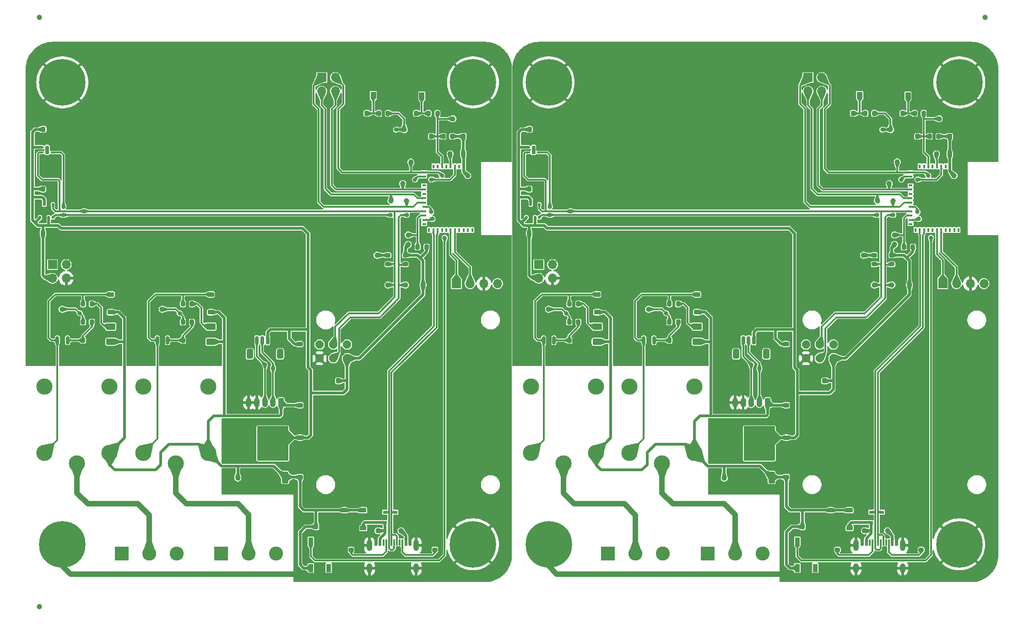
<source format=gbr>
%TF.GenerationSoftware,KiCad,Pcbnew,(7.0.0-0)*%
%TF.CreationDate,2023-04-09T15:50:48-04:00*%
%TF.ProjectId,KwartzLab-SensorBoard-Rev2 Panel,4b776172-747a-44c6-9162-2d53656e736f,2*%
%TF.SameCoordinates,Original*%
%TF.FileFunction,Copper,L1,Top*%
%TF.FilePolarity,Positive*%
%FSLAX46Y46*%
G04 Gerber Fmt 4.6, Leading zero omitted, Abs format (unit mm)*
G04 Created by KiCad (PCBNEW (7.0.0-0)) date 2023-04-09 15:50:48*
%MOMM*%
%LPD*%
G01*
G04 APERTURE LIST*
G04 Aperture macros list*
%AMRoundRect*
0 Rectangle with rounded corners*
0 $1 Rounding radius*
0 $2 $3 $4 $5 $6 $7 $8 $9 X,Y pos of 4 corners*
0 Add a 4 corners polygon primitive as box body*
4,1,4,$2,$3,$4,$5,$6,$7,$8,$9,$2,$3,0*
0 Add four circle primitives for the rounded corners*
1,1,$1+$1,$2,$3*
1,1,$1+$1,$4,$5*
1,1,$1+$1,$6,$7*
1,1,$1+$1,$8,$9*
0 Add four rect primitives between the rounded corners*
20,1,$1+$1,$2,$3,$4,$5,0*
20,1,$1+$1,$4,$5,$6,$7,0*
20,1,$1+$1,$6,$7,$8,$9,0*
20,1,$1+$1,$8,$9,$2,$3,0*%
%AMOutline5P*
0 Free polygon, 5 corners , with rotation*
0 The origin of the aperture is its center*
0 number of corners: always 5*
0 $1 to $10 corner X, Y*
0 $11 Rotation angle, in degrees counterclockwise*
0 create outline with 5 corners*
4,1,5,$1,$2,$3,$4,$5,$6,$7,$8,$9,$10,$1,$2,$11*%
%AMOutline6P*
0 Free polygon, 6 corners , with rotation*
0 The origin of the aperture is its center*
0 number of corners: always 6*
0 $1 to $12 corner X, Y*
0 $13 Rotation angle, in degrees counterclockwise*
0 create outline with 6 corners*
4,1,6,$1,$2,$3,$4,$5,$6,$7,$8,$9,$10,$11,$12,$1,$2,$13*%
%AMOutline7P*
0 Free polygon, 7 corners , with rotation*
0 The origin of the aperture is its center*
0 number of corners: always 7*
0 $1 to $14 corner X, Y*
0 $15 Rotation angle, in degrees counterclockwise*
0 create outline with 7 corners*
4,1,7,$1,$2,$3,$4,$5,$6,$7,$8,$9,$10,$11,$12,$13,$14,$1,$2,$15*%
%AMOutline8P*
0 Free polygon, 8 corners , with rotation*
0 The origin of the aperture is its center*
0 number of corners: always 8*
0 $1 to $16 corner X, Y*
0 $17 Rotation angle, in degrees counterclockwise*
0 create outline with 8 corners*
4,1,8,$1,$2,$3,$4,$5,$6,$7,$8,$9,$10,$11,$12,$13,$14,$15,$16,$1,$2,$17*%
%AMFreePoly0*
4,1,6,0.725000,-0.725000,-0.725000,-0.725000,-0.725000,0.125000,-0.125000,0.725000,0.725000,0.725000,0.725000,-0.725000,0.725000,-0.725000,$1*%
G04 Aperture macros list end*
%TA.AperFunction,ComponentPad*%
%ADD10R,1.700000X1.700000*%
%TD*%
%TA.AperFunction,ComponentPad*%
%ADD11O,1.700000X1.700000*%
%TD*%
%TA.AperFunction,SMDPad,CuDef*%
%ADD12RoundRect,0.250000X0.350000X-0.850000X0.350000X0.850000X-0.350000X0.850000X-0.350000X-0.850000X0*%
%TD*%
%TA.AperFunction,SMDPad,CuDef*%
%ADD13RoundRect,0.250000X1.125000X-1.275000X1.125000X1.275000X-1.125000X1.275000X-1.125000X-1.275000X0*%
%TD*%
%TA.AperFunction,SMDPad,CuDef*%
%ADD14RoundRect,0.249997X2.650003X-2.950003X2.650003X2.950003X-2.650003X2.950003X-2.650003X-2.950003X0*%
%TD*%
%TA.AperFunction,SMDPad,CuDef*%
%ADD15R,1.000000X1.250000*%
%TD*%
%TA.AperFunction,SMDPad,CuDef*%
%ADD16RoundRect,0.225000X-0.225000X-0.250000X0.225000X-0.250000X0.225000X0.250000X-0.225000X0.250000X0*%
%TD*%
%TA.AperFunction,ComponentPad*%
%ADD17C,0.900000*%
%TD*%
%TA.AperFunction,ComponentPad*%
%ADD18C,8.600000*%
%TD*%
%TA.AperFunction,SMDPad,CuDef*%
%ADD19RoundRect,0.200000X0.200000X0.275000X-0.200000X0.275000X-0.200000X-0.275000X0.200000X-0.275000X0*%
%TD*%
%TA.AperFunction,SMDPad,CuDef*%
%ADD20C,1.000000*%
%TD*%
%TA.AperFunction,SMDPad,CuDef*%
%ADD21RoundRect,0.150000X0.150000X-0.587500X0.150000X0.587500X-0.150000X0.587500X-0.150000X-0.587500X0*%
%TD*%
%TA.AperFunction,ComponentPad*%
%ADD22RoundRect,0.250000X0.265000X0.615000X-0.265000X0.615000X-0.265000X-0.615000X0.265000X-0.615000X0*%
%TD*%
%TA.AperFunction,ComponentPad*%
%ADD23O,1.030000X1.730000*%
%TD*%
%TA.AperFunction,SMDPad,CuDef*%
%ADD24RoundRect,0.225000X0.375000X-0.225000X0.375000X0.225000X-0.375000X0.225000X-0.375000X-0.225000X0*%
%TD*%
%TA.AperFunction,SMDPad,CuDef*%
%ADD25R,0.400000X0.800000*%
%TD*%
%TA.AperFunction,SMDPad,CuDef*%
%ADD26R,0.800000X0.400000*%
%TD*%
%TA.AperFunction,SMDPad,CuDef*%
%ADD27FreePoly0,270.000000*%
%TD*%
%TA.AperFunction,SMDPad,CuDef*%
%ADD28R,1.450000X1.450000*%
%TD*%
%TA.AperFunction,SMDPad,CuDef*%
%ADD29R,0.700000X0.700000*%
%TD*%
%TA.AperFunction,SMDPad,CuDef*%
%ADD30RoundRect,0.200000X-0.275000X0.200000X-0.275000X-0.200000X0.275000X-0.200000X0.275000X0.200000X0*%
%TD*%
%TA.AperFunction,ComponentPad*%
%ADD31C,3.000000*%
%TD*%
%TA.AperFunction,SMDPad,CuDef*%
%ADD32RoundRect,0.200000X-0.200000X-0.275000X0.200000X-0.275000X0.200000X0.275000X-0.200000X0.275000X0*%
%TD*%
%TA.AperFunction,SMDPad,CuDef*%
%ADD33RoundRect,0.225000X0.225000X0.250000X-0.225000X0.250000X-0.225000X-0.250000X0.225000X-0.250000X0*%
%TD*%
%TA.AperFunction,ComponentPad*%
%ADD34R,2.600000X2.600000*%
%TD*%
%TA.AperFunction,ComponentPad*%
%ADD35C,2.600000*%
%TD*%
%TA.AperFunction,SMDPad,CuDef*%
%ADD36RoundRect,0.225000X0.250000X-0.225000X0.250000X0.225000X-0.250000X0.225000X-0.250000X-0.225000X0*%
%TD*%
%TA.AperFunction,SMDPad,CuDef*%
%ADD37R,0.900000X1.500000*%
%TD*%
%TA.AperFunction,SMDPad,CuDef*%
%ADD38RoundRect,0.225000X-0.375000X0.225000X-0.375000X-0.225000X0.375000X-0.225000X0.375000X0.225000X0*%
%TD*%
%TA.AperFunction,SMDPad,CuDef*%
%ADD39RoundRect,0.150000X0.150000X0.625000X-0.150000X0.625000X-0.150000X-0.625000X0.150000X-0.625000X0*%
%TD*%
%TA.AperFunction,SMDPad,CuDef*%
%ADD40RoundRect,0.250000X0.350000X0.650000X-0.350000X0.650000X-0.350000X-0.650000X0.350000X-0.650000X0*%
%TD*%
%TA.AperFunction,ComponentPad*%
%ADD41Outline8P,-0.775000X0.321016X-0.321016X0.775000X0.321016X0.775000X0.775000X0.321016X0.775000X-0.321016X0.321016X-0.775000X-0.321016X-0.775000X-0.775000X-0.321016X180.000000*%
%TD*%
%TA.AperFunction,SMDPad,CuDef*%
%ADD42RoundRect,0.250000X-0.625000X0.375000X-0.625000X-0.375000X0.625000X-0.375000X0.625000X0.375000X0*%
%TD*%
%TA.AperFunction,SMDPad,CuDef*%
%ADD43RoundRect,0.125000X-0.125000X-0.137500X0.125000X-0.137500X0.125000X0.137500X-0.125000X0.137500X0*%
%TD*%
%TA.AperFunction,SMDPad,CuDef*%
%ADD44RoundRect,0.225000X-0.250000X0.225000X-0.250000X-0.225000X0.250000X-0.225000X0.250000X0.225000X0*%
%TD*%
%TA.AperFunction,SMDPad,CuDef*%
%ADD45R,0.600000X1.150000*%
%TD*%
%TA.AperFunction,SMDPad,CuDef*%
%ADD46R,0.300000X1.150000*%
%TD*%
%TA.AperFunction,ComponentPad*%
%ADD47O,1.000000X2.100000*%
%TD*%
%TA.AperFunction,ComponentPad*%
%ADD48O,1.000000X1.800000*%
%TD*%
%TA.AperFunction,SMDPad,CuDef*%
%ADD49RoundRect,0.087500X-0.187500X-0.087500X0.187500X-0.087500X0.187500X0.087500X-0.187500X0.087500X0*%
%TD*%
%TA.AperFunction,SMDPad,CuDef*%
%ADD50RoundRect,0.175000X-0.175000X-0.625000X0.175000X-0.625000X0.175000X0.625000X-0.175000X0.625000X0*%
%TD*%
%TA.AperFunction,SMDPad,CuDef*%
%ADD51R,0.700000X1.000000*%
%TD*%
%TA.AperFunction,SMDPad,CuDef*%
%ADD52R,0.700000X0.600000*%
%TD*%
%TA.AperFunction,ViaPad*%
%ADD53C,1.000000*%
%TD*%
%TA.AperFunction,ViaPad*%
%ADD54C,0.800000*%
%TD*%
%TA.AperFunction,Conductor*%
%ADD55C,0.500000*%
%TD*%
%TA.AperFunction,Conductor*%
%ADD56C,1.000000*%
%TD*%
%TA.AperFunction,Conductor*%
%ADD57C,0.300000*%
%TD*%
G04 APERTURE END LIST*
D10*
%TO.P,J8,1,Pin_1*%
%TO.N,Board_0-SDA*%
X54692805Y-68234290D03*
D11*
%TO.P,J8,2,Pin_2*%
%TO.N,Board_0-SCL*%
X57232805Y-68234290D03*
%TO.P,J8,3,Pin_3*%
%TO.N,Board_0-+3V3*%
X54692805Y-70774290D03*
%TO.P,J8,4,Pin_4*%
%TO.N,Board_0-GND*%
X57232805Y-70774290D03*
%TD*%
D10*
%TO.P,J8,1,Pin_1*%
%TO.N,Board_1-SDA*%
X144649993Y-68234290D03*
D11*
%TO.P,J8,2,Pin_2*%
%TO.N,Board_1-SCL*%
X147189993Y-68234290D03*
%TO.P,J8,3,Pin_3*%
%TO.N,Board_1-+3V3*%
X144649993Y-70774290D03*
%TO.P,J8,4,Pin_4*%
%TO.N,Board_1-GND*%
X147189993Y-70774290D03*
%TD*%
D12*
%TO.P,U2,1,GND*%
%TO.N,Board_1-GND*%
X183144994Y-107625000D03*
D13*
%TO.P,U2,2,VO*%
%TO.N,Board_1-+3V3*%
X183899994Y-103000000D03*
X186949994Y-103000000D03*
D14*
X185424994Y-101325000D03*
D13*
X183899994Y-99650000D03*
X186949994Y-99650000D03*
D12*
%TO.P,U2,3,VI*%
%TO.N,Board_1-+5V*%
X187704994Y-107625000D03*
%TD*%
%TO.P,U2,1,GND*%
%TO.N,Board_0-GND*%
X93187806Y-107625000D03*
D13*
%TO.P,U2,2,VO*%
%TO.N,Board_0-+3V3*%
X93942806Y-103000000D03*
X96992806Y-103000000D03*
D14*
X95467806Y-101325000D03*
D13*
X93942806Y-99650000D03*
X96992806Y-99650000D03*
D12*
%TO.P,U2,3,VI*%
%TO.N,Board_0-+5V*%
X97747806Y-107625000D03*
%TD*%
D15*
%TO.P,SW1,1,1*%
%TO.N,Board_1-GND*%
X203999993Y-29124999D03*
%TO.P,SW1,2,2*%
%TO.N,Board_1-Net-(C7-Pad2)*%
X203999993Y-36874999D03*
%TD*%
%TO.P,SW1,1,1*%
%TO.N,Board_0-GND*%
X114042805Y-29124999D03*
%TO.P,SW1,2,2*%
%TO.N,Board_0-Net-(C7-Pad2)*%
X114042805Y-36874999D03*
%TD*%
D16*
%TO.P,C7,1*%
%TO.N,Board_1-GND*%
X201249994Y-40250000D03*
%TO.P,C7,2*%
%TO.N,Board_1-Net-(C7-Pad2)*%
X202799994Y-40250000D03*
%TD*%
%TO.P,C7,1*%
%TO.N,Board_0-GND*%
X111292806Y-40250000D03*
%TO.P,C7,2*%
%TO.N,Board_0-Net-(C7-Pad2)*%
X112842806Y-40250000D03*
%TD*%
D17*
%TO.P,H3,1,1*%
%TO.N,Board_1-GND*%
X219207182Y-34500000D03*
X220151763Y-32219581D03*
X220151763Y-36780419D03*
X222432182Y-31275000D03*
D18*
X222432182Y-34500000D03*
D17*
X222432182Y-37725000D03*
X224712601Y-32219581D03*
X224712601Y-36780419D03*
X225657182Y-34500000D03*
%TD*%
%TO.P,H3,1,1*%
%TO.N,Board_0-GND*%
X129249994Y-34500000D03*
X130194575Y-32219581D03*
X130194575Y-36780419D03*
X132474994Y-31275000D03*
D18*
X132474994Y-34500000D03*
D17*
X132474994Y-37725000D03*
X134755413Y-32219581D03*
X134755413Y-36780419D03*
X135699994Y-34500000D03*
%TD*%
%TO.P,H1,1,1*%
%TO.N,Board_0-GND*%
X53292806Y-120000000D03*
X54237387Y-117719581D03*
X54237387Y-122280419D03*
X56517806Y-116775000D03*
D18*
X56517806Y-120000000D03*
D17*
X56517806Y-123225000D03*
X58798225Y-117719581D03*
X58798225Y-122280419D03*
X59742806Y-120000000D03*
%TD*%
%TO.P,H1,1,1*%
%TO.N,Board_1-GND*%
X143249994Y-120000000D03*
X144194575Y-117719581D03*
X144194575Y-122280419D03*
X146474994Y-116775000D03*
D18*
X146474994Y-120000000D03*
D17*
X146474994Y-123225000D03*
X148755413Y-117719581D03*
X148755413Y-122280419D03*
X149699994Y-120000000D03*
%TD*%
D19*
%TO.P,R13,1*%
%TO.N,Board_1-GND*%
X170449994Y-82250000D03*
%TO.P,R13,2*%
%TO.N,Board_1-/Output Relays/RELAY2_F_EN*%
X168799994Y-82250000D03*
%TD*%
%TO.P,R13,1*%
%TO.N,Board_0-GND*%
X80492806Y-82250000D03*
%TO.P,R13,2*%
%TO.N,Board_0-/Output Relays/RELAY2_F_EN*%
X78842806Y-82250000D03*
%TD*%
D10*
%TO.P,J1,1,Pin_1*%
%TO.N,Board_1-/RX*%
X219369993Y-71749999D03*
D11*
%TO.P,J1,2,Pin_2*%
%TO.N,Board_1-/TX*%
X221909993Y-71749999D03*
%TO.P,J1,3,Pin_3*%
%TO.N,Board_1-GND*%
X224449993Y-71749999D03*
%TO.P,J1,4,Pin_4*%
%TO.N,Board_1-+3V3*%
X226989993Y-71749999D03*
%TD*%
D10*
%TO.P,J1,1,Pin_1*%
%TO.N,Board_0-/RX*%
X129412805Y-71749999D03*
D11*
%TO.P,J1,2,Pin_2*%
%TO.N,Board_0-/TX*%
X131952805Y-71749999D03*
%TO.P,J1,3,Pin_3*%
%TO.N,Board_0-GND*%
X134492805Y-71749999D03*
%TO.P,J1,4,Pin_4*%
%TO.N,Board_0-+3V3*%
X137032805Y-71749999D03*
%TD*%
D20*
%TO.P,TP1,1,1*%
%TO.N,Board_1-STATUS*%
X210949994Y-49250000D03*
%TD*%
%TO.P,TP1,1,1*%
%TO.N,Board_0-STATUS*%
X120992806Y-49250000D03*
%TD*%
D17*
%TO.P,H4,1,1*%
%TO.N,Board_1-GND*%
X143249994Y-34500000D03*
X144194575Y-32219581D03*
X144194575Y-36780419D03*
X146474994Y-31275000D03*
D18*
X146474994Y-34500000D03*
D17*
X146474994Y-37725000D03*
X148755413Y-32219581D03*
X148755413Y-36780419D03*
X149699994Y-34500000D03*
%TD*%
%TO.P,H4,1,1*%
%TO.N,Board_0-GND*%
X53292806Y-34500000D03*
X54237387Y-32219581D03*
X54237387Y-36780419D03*
X56517806Y-31275000D03*
D18*
X56517806Y-34500000D03*
D17*
X56517806Y-37725000D03*
X58798225Y-32219581D03*
X58798225Y-36780419D03*
X59742806Y-34500000D03*
%TD*%
D21*
%TO.P,Q2,1,C*%
%TO.N,Board_1-/Output Relays/RELAY2_EN*%
X164049994Y-82250000D03*
%TO.P,Q2,2,B*%
%TO.N,Board_1-/Output Relays/RELAY2_F_EN*%
X165949994Y-82250000D03*
%TO.P,Q2,3,E*%
%TO.N,Board_1-GND*%
X164999994Y-80375000D03*
%TD*%
%TO.P,Q2,1,C*%
%TO.N,Board_0-/Output Relays/RELAY2_EN*%
X74092806Y-82250000D03*
%TO.P,Q2,2,B*%
%TO.N,Board_0-/Output Relays/RELAY2_F_EN*%
X75992806Y-82250000D03*
%TO.P,Q2,3,E*%
%TO.N,Board_0-GND*%
X75042806Y-80375000D03*
%TD*%
D22*
%TO.P,J3,1,Pin_1*%
%TO.N,Board_1-+5V*%
X186949994Y-93750000D03*
D23*
%TO.P,J3,2,Pin_2*%
%TO.N,Board_1-SDA*%
X185449993Y-93749999D03*
%TO.P,J3,3,Pin_3*%
%TO.N,Board_1-SCL*%
X183949993Y-93749999D03*
%TO.P,J3,4,Pin_4*%
%TO.N,Board_1-GND*%
X182449993Y-93749999D03*
%TO.P,J3,5,Pin_5*%
X180949993Y-93749999D03*
%TD*%
D22*
%TO.P,J3,1,Pin_1*%
%TO.N,Board_0-+5V*%
X96992806Y-93750000D03*
D23*
%TO.P,J3,2,Pin_2*%
%TO.N,Board_0-SDA*%
X95492805Y-93749999D03*
%TO.P,J3,3,Pin_3*%
%TO.N,Board_0-SCL*%
X93992805Y-93749999D03*
%TO.P,J3,4,Pin_4*%
%TO.N,Board_0-GND*%
X92492805Y-93749999D03*
%TO.P,J3,5,Pin_5*%
X90992805Y-93749999D03*
%TD*%
D24*
%TO.P,D6,1,K*%
%TO.N,Board_1-+5V*%
X155449994Y-77050000D03*
%TO.P,D6,2,A*%
%TO.N,Board_1-/Output Relays/RELAY1_EN*%
X155449994Y-73750000D03*
%TD*%
%TO.P,D6,1,K*%
%TO.N,Board_0-+5V*%
X65492806Y-77050000D03*
%TO.P,D6,2,A*%
%TO.N,Board_0-/Output Relays/RELAY1_EN*%
X65492806Y-73750000D03*
%TD*%
D25*
%TO.P,U1,1,GND*%
%TO.N,Board_1-GND*%
X222299993Y-50049999D03*
%TO.P,U1,2,GND*%
X221499993Y-50049999D03*
%TO.P,U1,3,3V3*%
%TO.N,Board_1-+3V3*%
X220699993Y-50049999D03*
%TO.P,U1,4,NC*%
%TO.N,Board_1-unconnected-(U1-NC-Pad4)*%
X219899993Y-50049999D03*
%TO.P,U1,5,GPIO2/ADC1_CH2*%
%TO.N,Board_1-RELAY2*%
X219099993Y-50049999D03*
%TO.P,U1,6,GPIO3/ADC1_CH3*%
%TO.N,Board_1-GPIO3*%
X218299993Y-50049999D03*
%TO.P,U1,7,NC*%
%TO.N,Board_1-unconnected-(U1-NC-Pad7)*%
X217499993Y-50049999D03*
%TO.P,U1,8,EN/CHIP_PU*%
%TO.N,Board_1-RESET*%
X216699993Y-50049999D03*
%TO.P,U1,9,NC*%
%TO.N,Board_1-unconnected-(U1-NC-Pad9)*%
X215899993Y-50049999D03*
%TO.P,U1,10,NC*%
%TO.N,Board_1-unconnected-(U1-NC-Pad10)*%
X215099993Y-50049999D03*
%TO.P,U1,11,GND*%
%TO.N,Board_1-GND*%
X214299993Y-50049999D03*
D26*
%TO.P,U1,12,GPIO0/ADC1_CH0/XTAL_32K_P*%
%TO.N,Board_1-STATUS*%
X213399993Y-51149999D03*
%TO.P,U1,13,GPIO1/ADC1_CH1/XTAL_32K_N*%
%TO.N,Board_1-RELAY1*%
X213399993Y-51949999D03*
%TO.P,U1,14,GND*%
%TO.N,Board_1-GND*%
X213399993Y-52749999D03*
%TO.P,U1,15,NC*%
%TO.N,Board_1-unconnected-(U1-NC-Pad15)*%
X213399993Y-53549999D03*
%TO.P,U1,16,GPIO10*%
%TO.N,Board_1-GPIO10*%
X213399993Y-54349999D03*
%TO.P,U1,17,NC*%
%TO.N,Board_1-unconnected-(U1-NC-Pad17)*%
X213399993Y-55149999D03*
%TO.P,U1,18,GPIO4/ADC1_CH4*%
%TO.N,Board_1-GPIO4*%
X213399993Y-55949999D03*
%TO.P,U1,19,GPIO5/ADC2_CH0*%
%TO.N,Board_1-GPIO5*%
X213399993Y-56749999D03*
%TO.P,U1,20,GPIO6*%
%TO.N,Board_1-SDA*%
X213399993Y-57549999D03*
%TO.P,U1,21,GPIO7*%
%TO.N,Board_1-SCL*%
X213399993Y-58349999D03*
%TO.P,U1,22,GPIO8*%
%TO.N,Board_1-GPIO8*%
X213399993Y-59149999D03*
%TO.P,U1,23,GPIO9*%
%TO.N,Board_1-BOOT*%
X213399993Y-59949999D03*
%TO.P,U1,24,NC*%
%TO.N,Board_1-unconnected-(U1-NC-Pad24)*%
X213399993Y-60749999D03*
D25*
%TO.P,U1,25,NC*%
%TO.N,Board_1-unconnected-(U1-NC-Pad25)*%
X214299993Y-61849999D03*
%TO.P,U1,26,GPIO18/USB_D-*%
%TO.N,Board_1-/USB_DN*%
X215099993Y-61849999D03*
%TO.P,U1,27,GPIO19/USB_D+*%
%TO.N,Board_1-/USB_DP*%
X215899993Y-61849999D03*
%TO.P,U1,28,NC*%
%TO.N,Board_1-unconnected-(U1-NC-Pad28)*%
X216699993Y-61849999D03*
%TO.P,U1,29,NC*%
%TO.N,Board_1-unconnected-(U1-NC-Pad29)*%
X217499993Y-61849999D03*
%TO.P,U1,30,GPIO20/U0RXD*%
%TO.N,Board_1-/RX*%
X218299993Y-61849999D03*
%TO.P,U1,31,GPIO21/U0TXD*%
%TO.N,Board_1-/TX*%
X219099993Y-61849999D03*
%TO.P,U1,32,NC*%
%TO.N,Board_1-unconnected-(U1-NC-Pad32)*%
X219899993Y-61849999D03*
%TO.P,U1,33,NC*%
%TO.N,Board_1-unconnected-(U1-NC-Pad33)*%
X220699993Y-61849999D03*
%TO.P,U1,34,NC*%
%TO.N,Board_1-unconnected-(U1-NC-Pad34)*%
X221499993Y-61849999D03*
%TO.P,U1,35,NC*%
%TO.N,Board_1-unconnected-(U1-NC-Pad35)*%
X222299993Y-61849999D03*
D26*
%TO.P,U1,36,GND*%
%TO.N,Board_1-GND*%
X223199993Y-60749999D03*
%TO.P,U1,37,GND*%
X223199993Y-59949999D03*
%TO.P,U1,38,GND*%
X223199993Y-59149999D03*
%TO.P,U1,39,GND*%
X223199993Y-58349999D03*
%TO.P,U1,40,GND*%
X223199993Y-57549999D03*
%TO.P,U1,41,GND*%
X223199993Y-56749999D03*
%TO.P,U1,42,GND*%
X223199993Y-55949999D03*
%TO.P,U1,43,GND*%
X223199993Y-55149999D03*
%TO.P,U1,44,GND*%
X223199993Y-54349999D03*
%TO.P,U1,45,GND*%
X223199993Y-53549999D03*
%TO.P,U1,46,GND*%
X223199993Y-52749999D03*
%TO.P,U1,47,GND*%
X223199993Y-51949999D03*
%TO.P,U1,48,GND*%
X223199993Y-51149999D03*
D27*
%TO.P,U1,49,GND*%
X220274994Y-53975000D03*
D28*
X218299993Y-53974999D03*
X216324993Y-53974999D03*
X220274993Y-55949999D03*
X218299993Y-55949999D03*
X216324993Y-55949999D03*
X220274993Y-57924999D03*
X218299993Y-57924999D03*
X216324993Y-57924999D03*
D29*
%TO.P,U1,50,GND*%
X223249993Y-61899999D03*
%TO.P,U1,51,GND*%
X213349993Y-61899999D03*
%TO.P,U1,52,GND*%
X213349993Y-49999999D03*
%TO.P,U1,53,GND*%
X223249993Y-49999999D03*
%TD*%
D25*
%TO.P,U1,1,GND*%
%TO.N,Board_0-GND*%
X132342805Y-50049999D03*
%TO.P,U1,2,GND*%
X131542805Y-50049999D03*
%TO.P,U1,3,3V3*%
%TO.N,Board_0-+3V3*%
X130742805Y-50049999D03*
%TO.P,U1,4,NC*%
%TO.N,Board_0-unconnected-(U1-NC-Pad4)*%
X129942805Y-50049999D03*
%TO.P,U1,5,GPIO2/ADC1_CH2*%
%TO.N,Board_0-RELAY2*%
X129142805Y-50049999D03*
%TO.P,U1,6,GPIO3/ADC1_CH3*%
%TO.N,Board_0-GPIO3*%
X128342805Y-50049999D03*
%TO.P,U1,7,NC*%
%TO.N,Board_0-unconnected-(U1-NC-Pad7)*%
X127542805Y-50049999D03*
%TO.P,U1,8,EN/CHIP_PU*%
%TO.N,Board_0-RESET*%
X126742805Y-50049999D03*
%TO.P,U1,9,NC*%
%TO.N,Board_0-unconnected-(U1-NC-Pad9)*%
X125942805Y-50049999D03*
%TO.P,U1,10,NC*%
%TO.N,Board_0-unconnected-(U1-NC-Pad10)*%
X125142805Y-50049999D03*
%TO.P,U1,11,GND*%
%TO.N,Board_0-GND*%
X124342805Y-50049999D03*
D26*
%TO.P,U1,12,GPIO0/ADC1_CH0/XTAL_32K_P*%
%TO.N,Board_0-STATUS*%
X123442805Y-51149999D03*
%TO.P,U1,13,GPIO1/ADC1_CH1/XTAL_32K_N*%
%TO.N,Board_0-RELAY1*%
X123442805Y-51949999D03*
%TO.P,U1,14,GND*%
%TO.N,Board_0-GND*%
X123442805Y-52749999D03*
%TO.P,U1,15,NC*%
%TO.N,Board_0-unconnected-(U1-NC-Pad15)*%
X123442805Y-53549999D03*
%TO.P,U1,16,GPIO10*%
%TO.N,Board_0-GPIO10*%
X123442805Y-54349999D03*
%TO.P,U1,17,NC*%
%TO.N,Board_0-unconnected-(U1-NC-Pad17)*%
X123442805Y-55149999D03*
%TO.P,U1,18,GPIO4/ADC1_CH4*%
%TO.N,Board_0-GPIO4*%
X123442805Y-55949999D03*
%TO.P,U1,19,GPIO5/ADC2_CH0*%
%TO.N,Board_0-GPIO5*%
X123442805Y-56749999D03*
%TO.P,U1,20,GPIO6*%
%TO.N,Board_0-SDA*%
X123442805Y-57549999D03*
%TO.P,U1,21,GPIO7*%
%TO.N,Board_0-SCL*%
X123442805Y-58349999D03*
%TO.P,U1,22,GPIO8*%
%TO.N,Board_0-GPIO8*%
X123442805Y-59149999D03*
%TO.P,U1,23,GPIO9*%
%TO.N,Board_0-BOOT*%
X123442805Y-59949999D03*
%TO.P,U1,24,NC*%
%TO.N,Board_0-unconnected-(U1-NC-Pad24)*%
X123442805Y-60749999D03*
D25*
%TO.P,U1,25,NC*%
%TO.N,Board_0-unconnected-(U1-NC-Pad25)*%
X124342805Y-61849999D03*
%TO.P,U1,26,GPIO18/USB_D-*%
%TO.N,Board_0-/USB_DN*%
X125142805Y-61849999D03*
%TO.P,U1,27,GPIO19/USB_D+*%
%TO.N,Board_0-/USB_DP*%
X125942805Y-61849999D03*
%TO.P,U1,28,NC*%
%TO.N,Board_0-unconnected-(U1-NC-Pad28)*%
X126742805Y-61849999D03*
%TO.P,U1,29,NC*%
%TO.N,Board_0-unconnected-(U1-NC-Pad29)*%
X127542805Y-61849999D03*
%TO.P,U1,30,GPIO20/U0RXD*%
%TO.N,Board_0-/RX*%
X128342805Y-61849999D03*
%TO.P,U1,31,GPIO21/U0TXD*%
%TO.N,Board_0-/TX*%
X129142805Y-61849999D03*
%TO.P,U1,32,NC*%
%TO.N,Board_0-unconnected-(U1-NC-Pad32)*%
X129942805Y-61849999D03*
%TO.P,U1,33,NC*%
%TO.N,Board_0-unconnected-(U1-NC-Pad33)*%
X130742805Y-61849999D03*
%TO.P,U1,34,NC*%
%TO.N,Board_0-unconnected-(U1-NC-Pad34)*%
X131542805Y-61849999D03*
%TO.P,U1,35,NC*%
%TO.N,Board_0-unconnected-(U1-NC-Pad35)*%
X132342805Y-61849999D03*
D26*
%TO.P,U1,36,GND*%
%TO.N,Board_0-GND*%
X133242805Y-60749999D03*
%TO.P,U1,37,GND*%
X133242805Y-59949999D03*
%TO.P,U1,38,GND*%
X133242805Y-59149999D03*
%TO.P,U1,39,GND*%
X133242805Y-58349999D03*
%TO.P,U1,40,GND*%
X133242805Y-57549999D03*
%TO.P,U1,41,GND*%
X133242805Y-56749999D03*
%TO.P,U1,42,GND*%
X133242805Y-55949999D03*
%TO.P,U1,43,GND*%
X133242805Y-55149999D03*
%TO.P,U1,44,GND*%
X133242805Y-54349999D03*
%TO.P,U1,45,GND*%
X133242805Y-53549999D03*
%TO.P,U1,46,GND*%
X133242805Y-52749999D03*
%TO.P,U1,47,GND*%
X133242805Y-51949999D03*
%TO.P,U1,48,GND*%
X133242805Y-51149999D03*
D27*
%TO.P,U1,49,GND*%
X130317806Y-53975000D03*
D28*
X128342805Y-53974999D03*
X126367805Y-53974999D03*
X130317805Y-55949999D03*
X128342805Y-55949999D03*
X126367805Y-55949999D03*
X130317805Y-57924999D03*
X128342805Y-57924999D03*
X126367805Y-57924999D03*
D29*
%TO.P,U1,50,GND*%
X133292805Y-61899999D03*
%TO.P,U1,51,GND*%
X123392805Y-61899999D03*
%TO.P,U1,52,GND*%
X123392805Y-49999999D03*
%TO.P,U1,53,GND*%
X133292805Y-49999999D03*
%TD*%
D30*
%TO.P,R4,1*%
%TO.N,Board_1-GND*%
X199879994Y-119350000D03*
%TO.P,R4,2*%
%TO.N,Board_1-/USB C Connector/USB_CC1*%
X199879994Y-121000000D03*
%TD*%
%TO.P,R4,1*%
%TO.N,Board_0-GND*%
X109922806Y-119350000D03*
%TO.P,R4,2*%
%TO.N,Board_0-/USB C Connector/USB_CC1*%
X109922806Y-121000000D03*
%TD*%
D20*
%TO.P,REF\u002A\u002A,*%
%TO.N,*%
X52242806Y-22500000D03*
%TD*%
D31*
%TO.P,K2,11*%
%TO.N,Board_1-/Output Relays/RELAY2_COM*%
X167449994Y-105050000D03*
%TO.P,K2,12*%
%TO.N,Board_1-/Output Relays/RELAY2_NC*%
X161449994Y-90850000D03*
%TO.P,K2,14*%
%TO.N,Board_1-/Output Relays/RELAY2_NO*%
X173449994Y-90850000D03*
%TO.P,K2,A1*%
%TO.N,Board_1-+5V*%
X173449994Y-103050000D03*
%TO.P,K2,A2*%
%TO.N,Board_1-/Output Relays/RELAY2_EN*%
X161449994Y-103050000D03*
%TD*%
%TO.P,K2,11*%
%TO.N,Board_0-/Output Relays/RELAY2_COM*%
X77492806Y-105050000D03*
%TO.P,K2,12*%
%TO.N,Board_0-/Output Relays/RELAY2_NC*%
X71492806Y-90850000D03*
%TO.P,K2,14*%
%TO.N,Board_0-/Output Relays/RELAY2_NO*%
X83492806Y-90850000D03*
%TO.P,K2,A1*%
%TO.N,Board_0-+5V*%
X83492806Y-103050000D03*
%TO.P,K2,A2*%
%TO.N,Board_0-/Output Relays/RELAY2_EN*%
X71492806Y-103050000D03*
%TD*%
D16*
%TO.P,C2,1*%
%TO.N,Board_0-+3V3*%
X130692806Y-47750000D03*
%TO.P,C2,2*%
%TO.N,Board_0-GND*%
X132242806Y-47750000D03*
%TD*%
%TO.P,C2,1*%
%TO.N,Board_1-+3V3*%
X220649994Y-47750000D03*
%TO.P,C2,2*%
%TO.N,Board_1-GND*%
X222199994Y-47750000D03*
%TD*%
D32*
%TO.P,R8,1*%
%TO.N,Board_1-RELAY1*%
X150299994Y-78875000D03*
%TO.P,R8,2*%
%TO.N,Board_1-/Output Relays/RELAY1_F_EN*%
X151949994Y-78875000D03*
%TD*%
%TO.P,R8,1*%
%TO.N,Board_0-RELAY1*%
X60342806Y-78875000D03*
%TO.P,R8,2*%
%TO.N,Board_0-/Output Relays/RELAY1_F_EN*%
X61992806Y-78875000D03*
%TD*%
D17*
%TO.P,H2,1,1*%
%TO.N,Board_1-GND*%
X219194575Y-120000000D03*
X220139156Y-117719581D03*
X220139156Y-122280419D03*
X222419575Y-116775000D03*
D18*
X222419575Y-120000000D03*
D17*
X222419575Y-123225000D03*
X224699994Y-117719581D03*
X224699994Y-122280419D03*
X225644575Y-120000000D03*
%TD*%
%TO.P,H2,1,1*%
%TO.N,Board_0-GND*%
X129237387Y-120000000D03*
X130181968Y-117719581D03*
X130181968Y-122280419D03*
X132462387Y-116775000D03*
D18*
X132462387Y-120000000D03*
D17*
X132462387Y-123225000D03*
X134742806Y-117719581D03*
X134742806Y-122280419D03*
X135687387Y-120000000D03*
%TD*%
D33*
%TO.P,C14,1*%
%TO.N,Board_1-+3V3*%
X197499994Y-89750000D03*
%TO.P,C14,2*%
%TO.N,Board_1-GND*%
X195949994Y-89750000D03*
%TD*%
%TO.P,C14,1*%
%TO.N,Board_0-+3V3*%
X107542806Y-89750000D03*
%TO.P,C14,2*%
%TO.N,Board_0-GND*%
X105992806Y-89750000D03*
%TD*%
D30*
%TO.P,R1,1*%
%TO.N,Board_1-+3V3*%
X209949994Y-66500000D03*
%TO.P,R1,2*%
%TO.N,Board_1-SDA*%
X209949994Y-68150000D03*
%TD*%
%TO.P,R1,1*%
%TO.N,Board_0-+3V3*%
X119992806Y-66500000D03*
%TO.P,R1,2*%
%TO.N,Board_0-SDA*%
X119992806Y-68150000D03*
%TD*%
D16*
%TO.P,C10,1*%
%TO.N,Board_1-+3V3*%
X142949994Y-43187500D03*
%TO.P,C10,2*%
%TO.N,Board_1-GND*%
X144499994Y-43187500D03*
%TD*%
%TO.P,C10,1*%
%TO.N,Board_0-+3V3*%
X52992806Y-43187500D03*
%TO.P,C10,2*%
%TO.N,Board_0-GND*%
X54542806Y-43187500D03*
%TD*%
D34*
%TO.P,J6,1,Pin_1*%
%TO.N,Board_1-/Output Relays/RELAY2_NC*%
X175864993Y-121749999D03*
D35*
%TO.P,J6,2,Pin_2*%
%TO.N,Board_1-/Output Relays/RELAY2_COM*%
X180944994Y-121750000D03*
%TO.P,J6,3,Pin_3*%
%TO.N,Board_1-/Output Relays/RELAY2_NO*%
X186024994Y-121750000D03*
%TD*%
D34*
%TO.P,J6,1,Pin_1*%
%TO.N,Board_0-/Output Relays/RELAY2_NC*%
X85907805Y-121749999D03*
D35*
%TO.P,J6,2,Pin_2*%
%TO.N,Board_0-/Output Relays/RELAY2_COM*%
X90987806Y-121750000D03*
%TO.P,J6,3,Pin_3*%
%TO.N,Board_0-/Output Relays/RELAY2_NO*%
X96067806Y-121750000D03*
%TD*%
D20*
%TO.P,TP10,1,1*%
%TO.N,Board_1-+5V*%
X178949994Y-107750000D03*
%TD*%
%TO.P,TP10,1,1*%
%TO.N,Board_0-+5V*%
X88992806Y-107750000D03*
%TD*%
D36*
%TO.P,C15,1*%
%TO.N,Board_1-GND*%
X190449994Y-84500000D03*
%TO.P,C15,2*%
%TO.N,Board_1-+3V3*%
X190449994Y-82950000D03*
%TD*%
%TO.P,C15,1*%
%TO.N,Board_0-GND*%
X100492806Y-84500000D03*
%TO.P,C15,2*%
%TO.N,Board_0-+3V3*%
X100492806Y-82950000D03*
%TD*%
D37*
%TO.P,D3,1,VDD*%
%TO.N,Board_1-+5V*%
X192449993Y-124399999D03*
%TO.P,D3,2,DOUT*%
%TO.N,Board_1-/Status LED/D_OUT*%
X195749993Y-124399999D03*
%TO.P,D3,3,VSS*%
%TO.N,Board_1-GND*%
X195749993Y-119499999D03*
%TO.P,D3,4,DIN*%
%TO.N,Board_1-STATUS*%
X192449993Y-119499999D03*
%TD*%
%TO.P,D3,1,VDD*%
%TO.N,Board_0-+5V*%
X102492805Y-124399999D03*
%TO.P,D3,2,DOUT*%
%TO.N,Board_0-/Status LED/D_OUT*%
X105792805Y-124399999D03*
%TO.P,D3,3,VSS*%
%TO.N,Board_0-GND*%
X105792805Y-119499999D03*
%TO.P,D3,4,DIN*%
%TO.N,Board_0-STATUS*%
X102492805Y-119499999D03*
%TD*%
D36*
%TO.P,C13,1*%
%TO.N,Board_1-+5V*%
X190449994Y-94250000D03*
%TO.P,C13,2*%
%TO.N,Board_1-GND*%
X190449994Y-92700000D03*
%TD*%
%TO.P,C13,1*%
%TO.N,Board_0-+5V*%
X100492806Y-94250000D03*
%TO.P,C13,2*%
%TO.N,Board_0-GND*%
X100492806Y-92700000D03*
%TD*%
D30*
%TO.P,R5,1*%
%TO.N,Board_0-GND*%
X125422806Y-119350000D03*
%TO.P,R5,2*%
%TO.N,Board_0-/USB C Connector/USB_CC2*%
X125422806Y-121000000D03*
%TD*%
%TO.P,R5,1*%
%TO.N,Board_1-GND*%
X215379994Y-119350000D03*
%TO.P,R5,2*%
%TO.N,Board_1-/USB C Connector/USB_CC2*%
X215379994Y-121000000D03*
%TD*%
D20*
%TO.P,TP9,1,1*%
%TO.N,Board_1-SDA*%
X209949994Y-72000000D03*
%TD*%
%TO.P,TP9,1,1*%
%TO.N,Board_0-SDA*%
X119992806Y-72000000D03*
%TD*%
%TO.P,REF\u002A\u002A,*%
%TO.N,*%
X227157194Y-22500000D03*
%TD*%
D15*
%TO.P,SW2,1,1*%
%TO.N,Board_1-GND*%
X212949993Y-29249999D03*
%TO.P,SW2,2,2*%
%TO.N,Board_1-Net-(C8-Pad2)*%
X212949993Y-36999999D03*
%TD*%
%TO.P,SW2,1,1*%
%TO.N,Board_0-GND*%
X122992805Y-29249999D03*
%TO.P,SW2,2,2*%
%TO.N,Board_0-Net-(C8-Pad2)*%
X122992805Y-36999999D03*
%TD*%
D20*
%TO.P,REF\u002A\u002A,*%
%TO.N,*%
X52242806Y-131500000D03*
%TD*%
D36*
%TO.P,C5,1*%
%TO.N,Board_0-+3V3*%
X100492806Y-100250000D03*
%TO.P,C5,2*%
%TO.N,Board_0-GND*%
X100492806Y-98700000D03*
%TD*%
%TO.P,C5,1*%
%TO.N,Board_1-+3V3*%
X190449994Y-100250000D03*
%TO.P,C5,2*%
%TO.N,Board_1-GND*%
X190449994Y-98700000D03*
%TD*%
D20*
%TO.P,TP4,1,1*%
%TO.N,Board_1-GND*%
X203449994Y-72000000D03*
%TD*%
%TO.P,TP4,1,1*%
%TO.N,Board_0-GND*%
X113492806Y-72000000D03*
%TD*%
D32*
%TO.P,R7,1*%
%TO.N,Board_1-Net-(C8-Pad2)*%
X214199994Y-40250000D03*
%TO.P,R7,2*%
%TO.N,Board_1-RESET*%
X215849994Y-40250000D03*
%TD*%
%TO.P,R7,1*%
%TO.N,Board_0-Net-(C8-Pad2)*%
X124242806Y-40250000D03*
%TO.P,R7,2*%
%TO.N,Board_0-RESET*%
X125892806Y-40250000D03*
%TD*%
D38*
%TO.P,D2,1,K*%
%TO.N,Board_1-+5V*%
X202129994Y-113700000D03*
%TO.P,D2,2,A*%
%TO.N,Board_1-VBUS*%
X202129994Y-117000000D03*
%TD*%
%TO.P,D2,1,K*%
%TO.N,Board_0-+5V*%
X112172806Y-113700000D03*
%TO.P,D2,2,A*%
%TO.N,Board_0-VBUS*%
X112172806Y-117000000D03*
%TD*%
D20*
%TO.P,TP3,1,1*%
%TO.N,Board_1-RELAY2*%
X164949994Y-76500000D03*
%TD*%
%TO.P,TP3,1,1*%
%TO.N,Board_0-RELAY2*%
X74992806Y-76500000D03*
%TD*%
D16*
%TO.P,C1,1*%
%TO.N,Board_1-GND*%
X213149994Y-44500000D03*
%TO.P,C1,2*%
%TO.N,Board_1-RESET*%
X214699994Y-44500000D03*
%TD*%
%TO.P,C1,1*%
%TO.N,Board_0-GND*%
X123192806Y-44500000D03*
%TO.P,C1,2*%
%TO.N,Board_0-RESET*%
X124742806Y-44500000D03*
%TD*%
D39*
%TO.P,J7,1,Pin_1*%
%TO.N,Board_1-GND*%
X185449994Y-82225000D03*
%TO.P,J7,2,Pin_2*%
%TO.N,Board_1-+3V3*%
X184449994Y-82225000D03*
%TO.P,J7,3,Pin_3*%
%TO.N,Board_1-SDA*%
X183449994Y-82225000D03*
%TO.P,J7,4,Pin_4*%
%TO.N,Board_1-SCL*%
X182449994Y-82225000D03*
D40*
%TO.P,J7,MP*%
%TO.N,N/C*%
X186749994Y-84750000D03*
X181149994Y-84750000D03*
%TD*%
D39*
%TO.P,J7,1,Pin_1*%
%TO.N,Board_0-GND*%
X95492806Y-82225000D03*
%TO.P,J7,2,Pin_2*%
%TO.N,Board_0-+3V3*%
X94492806Y-82225000D03*
%TO.P,J7,3,Pin_3*%
%TO.N,Board_0-SDA*%
X93492806Y-82225000D03*
%TO.P,J7,4,Pin_4*%
%TO.N,Board_0-SCL*%
X92492806Y-82225000D03*
D40*
%TO.P,J7,MP*%
%TO.N,N/C*%
X96792806Y-84750000D03*
X91192806Y-84750000D03*
%TD*%
D16*
%TO.P,C8,1*%
%TO.N,Board_1-GND*%
X210399994Y-40250000D03*
%TO.P,C8,2*%
%TO.N,Board_1-Net-(C8-Pad2)*%
X211949994Y-40250000D03*
%TD*%
%TO.P,C8,1*%
%TO.N,Board_0-GND*%
X120442806Y-40250000D03*
%TO.P,C8,2*%
%TO.N,Board_0-Net-(C8-Pad2)*%
X121992806Y-40250000D03*
%TD*%
D32*
%TO.P,R14,1*%
%TO.N,Board_1-GPIO8*%
X212199994Y-64990000D03*
%TO.P,R14,2*%
%TO.N,Board_1-+3V3*%
X213849994Y-64990000D03*
%TD*%
%TO.P,R14,1*%
%TO.N,Board_0-GPIO8*%
X122242806Y-64990000D03*
%TO.P,R14,2*%
%TO.N,Board_0-+3V3*%
X123892806Y-64990000D03*
%TD*%
D20*
%TO.P,TP13,1,1*%
%TO.N,Board_1-BOOT*%
X209699994Y-43250000D03*
%TD*%
%TO.P,TP13,1,1*%
%TO.N,Board_0-BOOT*%
X119742806Y-43250000D03*
%TD*%
%TO.P,TP6,1,1*%
%TO.N,Board_1-GPIO3*%
X218199994Y-47750000D03*
%TD*%
%TO.P,TP6,1,1*%
%TO.N,Board_0-GPIO3*%
X128242806Y-47750000D03*
%TD*%
D34*
%TO.P,J5,1,Pin_1*%
%TO.N,Board_1-/Output Relays/RELAY1_NC*%
X157449993Y-121749999D03*
D35*
%TO.P,J5,2,Pin_2*%
%TO.N,Board_1-/Output Relays/RELAY1_COM*%
X162529994Y-121750000D03*
%TO.P,J5,3,Pin_3*%
%TO.N,Board_1-/Output Relays/RELAY1_NO*%
X167609994Y-121750000D03*
%TD*%
D34*
%TO.P,J5,1,Pin_1*%
%TO.N,Board_0-/Output Relays/RELAY1_NC*%
X67492805Y-121749999D03*
D35*
%TO.P,J5,2,Pin_2*%
%TO.N,Board_0-/Output Relays/RELAY1_COM*%
X72572806Y-121750000D03*
%TO.P,J5,3,Pin_3*%
%TO.N,Board_0-/Output Relays/RELAY1_NO*%
X77652806Y-121750000D03*
%TD*%
D41*
%TO.P,J4,1,Pin_1*%
%TO.N,Board_1-unconnected-(J4-Pin_1-Pad1)*%
X199132921Y-83034143D03*
%TO.P,J4,2,Pin_2*%
%TO.N,Board_1-+3V3*%
X199132921Y-85574143D03*
%TO.P,J4,3,Pin_3*%
%TO.N,Board_1-SCL*%
X196592921Y-83034143D03*
%TO.P,J4,4,Pin_4*%
%TO.N,Board_1-SDA*%
X196592921Y-85574143D03*
%TO.P,J4,5,Pin_5*%
%TO.N,Board_1-unconnected-(J4-Pin_5-Pad5)*%
X194052921Y-83034143D03*
%TO.P,J4,6,Pin_6*%
%TO.N,Board_1-GND*%
X194052921Y-85574143D03*
%TD*%
%TO.P,J4,1,Pin_1*%
%TO.N,Board_0-unconnected-(J4-Pin_1-Pad1)*%
X109175733Y-83034143D03*
%TO.P,J4,2,Pin_2*%
%TO.N,Board_0-+3V3*%
X109175733Y-85574143D03*
%TO.P,J4,3,Pin_3*%
%TO.N,Board_0-SCL*%
X106635733Y-83034143D03*
%TO.P,J4,4,Pin_4*%
%TO.N,Board_0-SDA*%
X106635733Y-85574143D03*
%TO.P,J4,5,Pin_5*%
%TO.N,Board_0-unconnected-(J4-Pin_5-Pad5)*%
X104095733Y-83034143D03*
%TO.P,J4,6,Pin_6*%
%TO.N,Board_0-GND*%
X104095733Y-85574143D03*
%TD*%
D19*
%TO.P,R10,1*%
%TO.N,Board_1-/Output Relays/RELAY1_STATUS_LED*%
X151949994Y-75500000D03*
%TO.P,R10,2*%
%TO.N,Board_1-/Output Relays/RELAY1_EN*%
X150299994Y-75500000D03*
%TD*%
%TO.P,R10,1*%
%TO.N,Board_0-/Output Relays/RELAY1_STATUS_LED*%
X61992806Y-75500000D03*
%TO.P,R10,2*%
%TO.N,Board_0-/Output Relays/RELAY1_EN*%
X60342806Y-75500000D03*
%TD*%
%TO.P,R12,1*%
%TO.N,Board_1-/Output Relays/RELAY2_STATUS_LED*%
X170449994Y-75500000D03*
%TO.P,R12,2*%
%TO.N,Board_1-/Output Relays/RELAY2_EN*%
X168799994Y-75500000D03*
%TD*%
%TO.P,R12,1*%
%TO.N,Board_0-/Output Relays/RELAY2_STATUS_LED*%
X80492806Y-75500000D03*
%TO.P,R12,2*%
%TO.N,Board_0-/Output Relays/RELAY2_EN*%
X78842806Y-75500000D03*
%TD*%
D24*
%TO.P,D7,1,K*%
%TO.N,Board_1-+5V*%
X173949994Y-77050000D03*
%TO.P,D7,2,A*%
%TO.N,Board_1-/Output Relays/RELAY2_EN*%
X173949994Y-73750000D03*
%TD*%
%TO.P,D7,1,K*%
%TO.N,Board_0-+5V*%
X83992806Y-77050000D03*
%TO.P,D7,2,A*%
%TO.N,Board_0-/Output Relays/RELAY2_EN*%
X83992806Y-73750000D03*
%TD*%
D42*
%TO.P,D4,1,K*%
%TO.N,Board_1-/Output Relays/RELAY1_STATUS_LED*%
X155449994Y-79700000D03*
%TO.P,D4,2,A*%
%TO.N,Board_1-+5V*%
X155449994Y-82500000D03*
%TD*%
%TO.P,D4,1,K*%
%TO.N,Board_0-/Output Relays/RELAY1_STATUS_LED*%
X65492806Y-79700000D03*
%TO.P,D4,2,A*%
%TO.N,Board_0-+5V*%
X65492806Y-82500000D03*
%TD*%
D20*
%TO.P,TP11,1,1*%
%TO.N,Board_1-SCL*%
X206699994Y-72000000D03*
%TD*%
%TO.P,TP11,1,1*%
%TO.N,Board_0-SCL*%
X116742806Y-72000000D03*
%TD*%
%TO.P,TP14,1,1*%
%TO.N,Board_1-GPIO10*%
X209449994Y-53250000D03*
%TD*%
%TO.P,TP14,1,1*%
%TO.N,Board_0-GPIO10*%
X119492806Y-53250000D03*
%TD*%
D16*
%TO.P,C3,1*%
%TO.N,Board_1-+3V3*%
X220649994Y-44500000D03*
%TO.P,C3,2*%
%TO.N,Board_1-GND*%
X222199994Y-44500000D03*
%TD*%
%TO.P,C3,1*%
%TO.N,Board_0-+3V3*%
X130692806Y-44500000D03*
%TO.P,C3,2*%
%TO.N,Board_0-GND*%
X132242806Y-44500000D03*
%TD*%
D43*
%TO.P,U4,1,GND*%
%TO.N,Board_1-GND*%
X142349994Y-57125000D03*
%TO.P,U4,2,CSB*%
%TO.N,Board_1-+3V3*%
X143149994Y-57125000D03*
%TO.P,U4,3,SDI*%
%TO.N,Board_1-GND*%
X143949994Y-57125000D03*
%TO.P,U4,4,SCK*%
%TO.N,Board_1-SCL*%
X144749994Y-57125000D03*
%TO.P,U4,5,SDO*%
%TO.N,Board_1-SDA*%
X144749994Y-59500000D03*
%TO.P,U4,6,VDDIO*%
%TO.N,Board_1-+3V3*%
X143949994Y-59500000D03*
%TO.P,U4,7,GND*%
%TO.N,Board_1-GND*%
X143149994Y-59500000D03*
%TO.P,U4,8,VDD*%
%TO.N,Board_1-+3V3*%
X142349994Y-59500000D03*
%TD*%
%TO.P,U4,1,GND*%
%TO.N,Board_0-GND*%
X52392806Y-57125000D03*
%TO.P,U4,2,CSB*%
%TO.N,Board_0-+3V3*%
X53192806Y-57125000D03*
%TO.P,U4,3,SDI*%
%TO.N,Board_0-GND*%
X53992806Y-57125000D03*
%TO.P,U4,4,SCK*%
%TO.N,Board_0-SCL*%
X54792806Y-57125000D03*
%TO.P,U4,5,SDO*%
%TO.N,Board_0-SDA*%
X54792806Y-59500000D03*
%TO.P,U4,6,VDDIO*%
%TO.N,Board_0-+3V3*%
X53992806Y-59500000D03*
%TO.P,U4,7,GND*%
%TO.N,Board_0-GND*%
X53192806Y-59500000D03*
%TO.P,U4,8,VDD*%
%TO.N,Board_0-+3V3*%
X52392806Y-59500000D03*
%TD*%
D20*
%TO.P,TP8,1,1*%
%TO.N,Board_1-GPIO5*%
X210159994Y-56410000D03*
%TD*%
%TO.P,TP8,1,1*%
%TO.N,Board_0-GPIO5*%
X120202806Y-56410000D03*
%TD*%
%TO.P,TP5,1,1*%
%TO.N,Board_1-+3V3*%
X213199994Y-72000000D03*
%TD*%
%TO.P,TP5,1,1*%
%TO.N,Board_0-+3V3*%
X123242806Y-72000000D03*
%TD*%
%TO.P,TP12,1,1*%
%TO.N,Board_1-GPIO8*%
X210449994Y-62750000D03*
%TD*%
%TO.P,TP12,1,1*%
%TO.N,Board_0-GPIO8*%
X120492806Y-62750000D03*
%TD*%
D44*
%TO.P,C6,1*%
%TO.N,Board_1-+5V*%
X198629994Y-113700000D03*
%TO.P,C6,2*%
%TO.N,Board_1-GND*%
X198629994Y-115250000D03*
%TD*%
%TO.P,C6,1*%
%TO.N,Board_0-+5V*%
X108672806Y-113700000D03*
%TO.P,C6,2*%
%TO.N,Board_0-GND*%
X108672806Y-115250000D03*
%TD*%
D45*
%TO.P,J2,A1,GND*%
%TO.N,Board_1-GND*%
X204429993Y-119644999D03*
%TO.P,J2,A4,VBUS*%
%TO.N,Board_1-VBUS*%
X205229993Y-119644999D03*
D46*
%TO.P,J2,A5,CC1*%
%TO.N,Board_1-/USB C Connector/USB_CC1*%
X206379993Y-119644999D03*
%TO.P,J2,A6,D+*%
%TO.N,Board_1-/USB_DP*%
X207379993Y-119644999D03*
%TO.P,J2,A7,D-*%
%TO.N,Board_1-/USB_DN*%
X207879993Y-119644999D03*
%TO.P,J2,A8,SBU1*%
%TO.N,Board_1-unconnected-(J2-SBU1-PadA8)*%
X208879993Y-119644999D03*
D45*
%TO.P,J2,A9,VBUS*%
%TO.N,Board_1-VBUS*%
X210029993Y-119644999D03*
%TO.P,J2,A12,GND*%
%TO.N,Board_1-GND*%
X210829993Y-119644999D03*
%TO.P,J2,B1,GND*%
X210829993Y-119644999D03*
%TO.P,J2,B4,VBUS*%
%TO.N,Board_1-VBUS*%
X210029993Y-119644999D03*
D46*
%TO.P,J2,B5,CC2*%
%TO.N,Board_1-/USB C Connector/USB_CC2*%
X209379993Y-119644999D03*
%TO.P,J2,B6,D+*%
%TO.N,Board_1-/USB_DP*%
X208379993Y-119644999D03*
%TO.P,J2,B7,D-*%
%TO.N,Board_1-/USB_DN*%
X206879993Y-119644999D03*
%TO.P,J2,B8,SBU2*%
%TO.N,Board_1-unconnected-(J2-SBU2-PadB8)*%
X205879993Y-119644999D03*
D45*
%TO.P,J2,B9,VBUS*%
%TO.N,Board_1-VBUS*%
X205229993Y-119644999D03*
%TO.P,J2,B12,GND*%
%TO.N,Board_1-GND*%
X204429993Y-119644999D03*
D47*
%TO.P,J2,S1,SHIELD*%
X203309993Y-120219999D03*
D48*
X203309993Y-124399999D03*
D47*
X211949993Y-120219999D03*
D48*
X211949993Y-124399999D03*
%TD*%
D45*
%TO.P,J2,A1,GND*%
%TO.N,Board_0-GND*%
X114472805Y-119644999D03*
%TO.P,J2,A4,VBUS*%
%TO.N,Board_0-VBUS*%
X115272805Y-119644999D03*
D46*
%TO.P,J2,A5,CC1*%
%TO.N,Board_0-/USB C Connector/USB_CC1*%
X116422805Y-119644999D03*
%TO.P,J2,A6,D+*%
%TO.N,Board_0-/USB_DP*%
X117422805Y-119644999D03*
%TO.P,J2,A7,D-*%
%TO.N,Board_0-/USB_DN*%
X117922805Y-119644999D03*
%TO.P,J2,A8,SBU1*%
%TO.N,Board_0-unconnected-(J2-SBU1-PadA8)*%
X118922805Y-119644999D03*
D45*
%TO.P,J2,A9,VBUS*%
%TO.N,Board_0-VBUS*%
X120072805Y-119644999D03*
%TO.P,J2,A12,GND*%
%TO.N,Board_0-GND*%
X120872805Y-119644999D03*
%TO.P,J2,B1,GND*%
X120872805Y-119644999D03*
%TO.P,J2,B4,VBUS*%
%TO.N,Board_0-VBUS*%
X120072805Y-119644999D03*
D46*
%TO.P,J2,B5,CC2*%
%TO.N,Board_0-/USB C Connector/USB_CC2*%
X119422805Y-119644999D03*
%TO.P,J2,B6,D+*%
%TO.N,Board_0-/USB_DP*%
X118422805Y-119644999D03*
%TO.P,J2,B7,D-*%
%TO.N,Board_0-/USB_DN*%
X116922805Y-119644999D03*
%TO.P,J2,B8,SBU2*%
%TO.N,Board_0-unconnected-(J2-SBU2-PadB8)*%
X115922805Y-119644999D03*
D45*
%TO.P,J2,B9,VBUS*%
%TO.N,Board_0-VBUS*%
X115272805Y-119644999D03*
%TO.P,J2,B12,GND*%
%TO.N,Board_0-GND*%
X114472805Y-119644999D03*
D47*
%TO.P,J2,S1,SHIELD*%
X113352805Y-120219999D03*
D48*
X113352805Y-124399999D03*
D47*
X121992805Y-120219999D03*
D48*
X121992805Y-124399999D03*
%TD*%
D19*
%TO.P,R11,1*%
%TO.N,Board_1-GND*%
X151949994Y-82250000D03*
%TO.P,R11,2*%
%TO.N,Board_1-/Output Relays/RELAY1_F_EN*%
X150299994Y-82250000D03*
%TD*%
%TO.P,R11,1*%
%TO.N,Board_0-GND*%
X61992806Y-82250000D03*
%TO.P,R11,2*%
%TO.N,Board_0-/Output Relays/RELAY1_F_EN*%
X60342806Y-82250000D03*
%TD*%
D21*
%TO.P,Q1,1,C*%
%TO.N,Board_1-/Output Relays/RELAY1_EN*%
X145549994Y-82250000D03*
%TO.P,Q1,2,B*%
%TO.N,Board_1-/Output Relays/RELAY1_F_EN*%
X147449994Y-82250000D03*
%TO.P,Q1,3,E*%
%TO.N,Board_1-GND*%
X146499994Y-80375000D03*
%TD*%
%TO.P,Q1,1,C*%
%TO.N,Board_0-/Output Relays/RELAY1_EN*%
X55592806Y-82250000D03*
%TO.P,Q1,2,B*%
%TO.N,Board_0-/Output Relays/RELAY1_F_EN*%
X57492806Y-82250000D03*
%TO.P,Q1,3,E*%
%TO.N,Board_0-GND*%
X56542806Y-80375000D03*
%TD*%
D10*
%TO.P,J9,1,Pin_1*%
%TO.N,Board_1-GPIO5*%
X194449993Y-33609999D03*
D11*
%TO.P,J9,2,Pin_2*%
%TO.N,Board_1-STATUS*%
X196989993Y-33609999D03*
%TO.P,J9,3,Pin_3*%
%TO.N,Board_1-GPIO4*%
X194449993Y-36149999D03*
%TO.P,J9,4,Pin_4*%
%TO.N,Board_1-GPIO10*%
X196989993Y-36149999D03*
%TD*%
D10*
%TO.P,J9,1,Pin_1*%
%TO.N,Board_0-GPIO5*%
X104492805Y-33609999D03*
D11*
%TO.P,J9,2,Pin_2*%
%TO.N,Board_0-STATUS*%
X107032805Y-33609999D03*
%TO.P,J9,3,Pin_3*%
%TO.N,Board_0-GPIO4*%
X104492805Y-36149999D03*
%TO.P,J9,4,Pin_4*%
%TO.N,Board_0-GPIO10*%
X107032805Y-36149999D03*
%TD*%
D30*
%TO.P,R2,1*%
%TO.N,Board_1-+3V3*%
X206699994Y-66500000D03*
%TO.P,R2,2*%
%TO.N,Board_1-SCL*%
X206699994Y-68150000D03*
%TD*%
%TO.P,R2,1*%
%TO.N,Board_0-+3V3*%
X116742806Y-66500000D03*
%TO.P,R2,2*%
%TO.N,Board_0-SCL*%
X116742806Y-68150000D03*
%TD*%
D49*
%TO.P,U3,1,VDD*%
%TO.N,Board_1-+3V3*%
X142749994Y-46500000D03*
%TO.P,U3,2,SCL*%
%TO.N,Board_1-SCL*%
X142749994Y-47500000D03*
%TO.P,U3,3,SDA*%
%TO.N,Board_1-SDA*%
X144599994Y-47500000D03*
%TO.P,U3,4,VSS*%
%TO.N,Board_1-GND*%
X144599994Y-46500000D03*
D50*
%TO.P,U3,5,NC*%
%TO.N,Board_1-unconnected-(U3-NC-Pad5)*%
X143674994Y-47000000D03*
%TD*%
D49*
%TO.P,U3,1,VDD*%
%TO.N,Board_0-+3V3*%
X52792806Y-46500000D03*
%TO.P,U3,2,SCL*%
%TO.N,Board_0-SCL*%
X52792806Y-47500000D03*
%TO.P,U3,3,SDA*%
%TO.N,Board_0-SDA*%
X54642806Y-47500000D03*
%TO.P,U3,4,VSS*%
%TO.N,Board_0-GND*%
X54642806Y-46500000D03*
D50*
%TO.P,U3,5,NC*%
%TO.N,Board_0-unconnected-(U3-NC-Pad5)*%
X53717806Y-47000000D03*
%TD*%
D32*
%TO.P,R9,1*%
%TO.N,Board_1-RELAY2*%
X168799994Y-78875000D03*
%TO.P,R9,2*%
%TO.N,Board_1-/Output Relays/RELAY2_F_EN*%
X170449994Y-78875000D03*
%TD*%
%TO.P,R9,1*%
%TO.N,Board_0-RELAY2*%
X78842806Y-78875000D03*
%TO.P,R9,2*%
%TO.N,Board_0-/Output Relays/RELAY2_F_EN*%
X80492806Y-78875000D03*
%TD*%
D20*
%TO.P,TP15,1,1*%
%TO.N,Board_1-RESET*%
X218699994Y-41250000D03*
%TD*%
%TO.P,TP15,1,1*%
%TO.N,Board_0-RESET*%
X128742806Y-41250000D03*
%TD*%
D42*
%TO.P,D5,1,K*%
%TO.N,Board_1-/Output Relays/RELAY2_STATUS_LED*%
X173949994Y-79700000D03*
%TO.P,D5,2,A*%
%TO.N,Board_1-+5V*%
X173949994Y-82500000D03*
%TD*%
%TO.P,D5,1,K*%
%TO.N,Board_0-/Output Relays/RELAY2_STATUS_LED*%
X83992806Y-79700000D03*
%TO.P,D5,2,A*%
%TO.N,Board_0-+5V*%
X83992806Y-82500000D03*
%TD*%
D51*
%TO.P,D1,1,VN*%
%TO.N,Board_1-GND*%
X208129993Y-115749999D03*
D52*
%TO.P,D1,2,L1*%
%TO.N,Board_1-/USB_DP*%
X208129993Y-114049999D03*
%TO.P,D1,3,L2*%
%TO.N,Board_1-/USB_DN*%
X206129993Y-114049999D03*
%TO.P,D1,4,L3*%
%TO.N,Board_1-VBUS*%
X206129993Y-115949999D03*
%TD*%
D51*
%TO.P,D1,1,VN*%
%TO.N,Board_0-GND*%
X118172805Y-115749999D03*
D52*
%TO.P,D1,2,L1*%
%TO.N,Board_0-/USB_DP*%
X118172805Y-114049999D03*
%TO.P,D1,3,L2*%
%TO.N,Board_0-/USB_DN*%
X116172805Y-114049999D03*
%TO.P,D1,4,L3*%
%TO.N,Board_0-VBUS*%
X116172805Y-115949999D03*
%TD*%
D36*
%TO.P,C4,1*%
%TO.N,Board_1-+5V*%
X190449994Y-107550000D03*
%TO.P,C4,2*%
%TO.N,Board_1-GND*%
X190449994Y-106000000D03*
%TD*%
%TO.P,C4,1*%
%TO.N,Board_0-+5V*%
X100492806Y-107550000D03*
%TO.P,C4,2*%
%TO.N,Board_0-GND*%
X100492806Y-106000000D03*
%TD*%
D32*
%TO.P,R6,1*%
%TO.N,Board_1-Net-(C7-Pad2)*%
X205049994Y-40250000D03*
%TO.P,R6,2*%
%TO.N,Board_1-BOOT*%
X206699994Y-40250000D03*
%TD*%
%TO.P,R6,1*%
%TO.N,Board_0-Net-(C7-Pad2)*%
X115092806Y-40250000D03*
%TO.P,R6,2*%
%TO.N,Board_0-BOOT*%
X116742806Y-40250000D03*
%TD*%
D31*
%TO.P,K1,11*%
%TO.N,Board_1-/Output Relays/RELAY1_COM*%
X149199994Y-105050000D03*
%TO.P,K1,12*%
%TO.N,Board_1-/Output Relays/RELAY1_NC*%
X143199994Y-90850000D03*
%TO.P,K1,14*%
%TO.N,Board_1-/Output Relays/RELAY1_NO*%
X155199994Y-90850000D03*
%TO.P,K1,A1*%
%TO.N,Board_1-+5V*%
X155199994Y-103050000D03*
%TO.P,K1,A2*%
%TO.N,Board_1-/Output Relays/RELAY1_EN*%
X143199994Y-103050000D03*
%TD*%
%TO.P,K1,11*%
%TO.N,Board_0-/Output Relays/RELAY1_COM*%
X59242806Y-105050000D03*
%TO.P,K1,12*%
%TO.N,Board_0-/Output Relays/RELAY1_NC*%
X53242806Y-90850000D03*
%TO.P,K1,14*%
%TO.N,Board_0-/Output Relays/RELAY1_NO*%
X65242806Y-90850000D03*
%TO.P,K1,A1*%
%TO.N,Board_0-+5V*%
X65242806Y-103050000D03*
%TO.P,K1,A2*%
%TO.N,Board_0-/Output Relays/RELAY1_EN*%
X53242806Y-103050000D03*
%TD*%
D16*
%TO.P,C11,1*%
%TO.N,Board_1-+3V3*%
X142899994Y-54250000D03*
%TO.P,C11,2*%
%TO.N,Board_1-GND*%
X144449994Y-54250000D03*
%TD*%
%TO.P,C11,1*%
%TO.N,Board_0-+3V3*%
X52942806Y-54250000D03*
%TO.P,C11,2*%
%TO.N,Board_0-GND*%
X54492806Y-54250000D03*
%TD*%
%TO.P,C9,1*%
%TO.N,Board_1-+5V*%
X193399994Y-116750000D03*
%TO.P,C9,2*%
%TO.N,Board_1-GND*%
X194949994Y-116750000D03*
%TD*%
%TO.P,C9,1*%
%TO.N,Board_0-+5V*%
X103442806Y-116750000D03*
%TO.P,C9,2*%
%TO.N,Board_0-GND*%
X104992806Y-116750000D03*
%TD*%
D20*
%TO.P,TP7,1,1*%
%TO.N,Board_1-GPIO4*%
X207269994Y-56410000D03*
%TD*%
%TO.P,TP7,1,1*%
%TO.N,Board_0-GPIO4*%
X117312806Y-56410000D03*
%TD*%
%TO.P,TP2,1,1*%
%TO.N,Board_1-RELAY1*%
X146449994Y-76500000D03*
%TD*%
%TO.P,TP2,1,1*%
%TO.N,Board_0-RELAY1*%
X56492806Y-76500000D03*
%TD*%
D19*
%TO.P,R3,1*%
%TO.N,Board_1-+3V3*%
X218599994Y-44500000D03*
%TO.P,R3,2*%
%TO.N,Board_1-RESET*%
X216949994Y-44500000D03*
%TD*%
%TO.P,R3,1*%
%TO.N,Board_0-+3V3*%
X128642806Y-44500000D03*
%TO.P,R3,2*%
%TO.N,Board_0-RESET*%
X126992806Y-44500000D03*
%TD*%
D16*
%TO.P,C12,1*%
%TO.N,Board_0-+3V3*%
X52942806Y-62500000D03*
%TO.P,C12,2*%
%TO.N,Board_0-GND*%
X54492806Y-62500000D03*
%TD*%
%TO.P,C12,1*%
%TO.N,Board_1-+3V3*%
X142899994Y-62500000D03*
%TO.P,C12,2*%
%TO.N,Board_1-GND*%
X144449994Y-62500000D03*
%TD*%
D53*
%TO.N,Board_0-+3V3*%
X114742806Y-66500000D03*
X131492806Y-51750000D03*
X120492806Y-64500000D03*
D54*
%TO.N,Board_0-BOOT*%
X118242806Y-43250000D03*
X124992806Y-59750000D03*
%TO.N,Board_0-GND*%
X55492806Y-49250000D03*
X130092806Y-59650000D03*
X128942806Y-59650000D03*
X54242806Y-51000000D03*
X127742806Y-59650000D03*
X130492806Y-52500000D03*
X53492806Y-58250000D03*
X53242806Y-49250000D03*
X114492806Y-56360000D03*
X124642806Y-55250000D03*
X125842806Y-60650000D03*
X124642806Y-54050000D03*
X129492806Y-52500000D03*
X54992806Y-55750000D03*
X124642806Y-56500000D03*
X94742806Y-90890000D03*
X110812806Y-56350000D03*
%TO.N,Board_0-RELAY1*%
X59742806Y-77250000D03*
X121742806Y-52500000D03*
%TO.N,Board_0-RELAY2*%
X78242806Y-77250000D03*
X124742806Y-52500000D03*
%TO.N,Board_0-SCL*%
X93992806Y-86750000D03*
X60542806Y-58350000D03*
%TO.N,Board_0-SDA*%
X56742806Y-57500000D03*
X56742806Y-59049500D03*
X124742806Y-58500000D03*
X120242806Y-59049500D03*
X95492806Y-87449500D03*
X117242806Y-59049500D03*
%TO.N,Board_0-STATUS*%
X126742806Y-51750000D03*
X127242806Y-63250000D03*
D53*
%TO.N,Board_0-VBUS*%
X114922806Y-117500000D03*
X119172806Y-117500000D03*
%TO.N,Board_1-+3V3*%
X204699994Y-66500000D03*
X221449994Y-51750000D03*
X210449994Y-64500000D03*
D54*
%TO.N,Board_1-BOOT*%
X208199994Y-43250000D03*
X214949994Y-59750000D03*
%TO.N,Board_1-GND*%
X145449994Y-49250000D03*
X220049994Y-59650000D03*
X218899994Y-59650000D03*
X144199994Y-51000000D03*
X217699994Y-59650000D03*
X220449994Y-52500000D03*
X143449994Y-58250000D03*
X143199994Y-49250000D03*
X204449994Y-56360000D03*
X214599994Y-55250000D03*
X215799994Y-60650000D03*
X214599994Y-54050000D03*
X219449994Y-52500000D03*
X144949994Y-55750000D03*
X214599994Y-56500000D03*
X184699994Y-90890000D03*
X200769994Y-56350000D03*
%TO.N,Board_1-RELAY1*%
X149699994Y-77250000D03*
X211699994Y-52500000D03*
%TO.N,Board_1-RELAY2*%
X168199994Y-77250000D03*
X214699994Y-52500000D03*
%TO.N,Board_1-SCL*%
X183949994Y-86750000D03*
X150499994Y-58350000D03*
%TO.N,Board_1-SDA*%
X146699994Y-57500000D03*
X146699994Y-59049500D03*
X214699994Y-58500000D03*
X210199994Y-59049500D03*
X185449994Y-87449500D03*
X207199994Y-59049500D03*
%TO.N,Board_1-STATUS*%
X216699994Y-51750000D03*
X217199994Y-63250000D03*
D53*
%TO.N,Board_1-VBUS*%
X204879994Y-117500000D03*
X209129994Y-117500000D03*
%TD*%
D55*
%TO.N,Board_0-+3V3*%
X120492806Y-64500000D02*
X119992806Y-65000000D01*
X52742806Y-55750000D02*
X50992806Y-55750000D01*
X128642806Y-44500000D02*
X130692806Y-44500000D01*
X50992806Y-43750000D02*
X51492806Y-43250000D01*
X130692806Y-47750000D02*
X130692806Y-44500000D01*
X99522806Y-82950000D02*
X98482806Y-81910000D01*
X54692806Y-70774291D02*
X53467097Y-70774291D01*
X122242806Y-66500000D02*
X119992806Y-66500000D01*
X53992806Y-61000000D02*
X52992806Y-61000000D01*
X108492806Y-92000000D02*
X102492806Y-92000000D01*
X101992806Y-100250000D02*
X102492806Y-99750000D01*
X53192806Y-57125000D02*
X53192806Y-56200000D01*
X52930306Y-43250000D02*
X52992806Y-43187500D01*
X50992806Y-60000000D02*
X50992806Y-55750000D01*
X94992806Y-80250000D02*
X98492806Y-80250000D01*
X107542806Y-89750000D02*
X109175734Y-89750000D01*
X111418662Y-85574144D02*
X123242806Y-73750000D01*
X53192806Y-56200000D02*
X52742806Y-55750000D01*
X52942806Y-54250000D02*
X50992806Y-54250000D01*
X123242806Y-67500000D02*
X122737806Y-66995000D01*
X50992806Y-54250000D02*
X50992806Y-46500000D01*
X55742806Y-61000000D02*
X53992806Y-61000000D01*
X52942806Y-61050000D02*
X52992806Y-61000000D01*
X119992806Y-65000000D02*
X119992806Y-66500000D01*
X94492806Y-82225000D02*
X94492806Y-80750000D01*
X109175734Y-85574144D02*
X111418662Y-85574144D01*
X100992806Y-61500000D02*
X56242806Y-61500000D01*
X109175734Y-89750000D02*
X109175734Y-91317072D01*
X123242806Y-73750000D02*
X123242806Y-72000000D01*
X51992806Y-61000000D02*
X52992806Y-61000000D01*
X130742806Y-50050000D02*
X130742806Y-47800000D01*
X109175734Y-91317072D02*
X108492806Y-92000000D01*
X96992806Y-99650000D02*
X97592806Y-100250000D01*
X101992806Y-80250000D02*
X101992806Y-87260000D01*
X94492806Y-80750000D02*
X94992806Y-80250000D01*
X50992806Y-55750000D02*
X50992806Y-54250000D01*
X123242806Y-72000000D02*
X123242806Y-67500000D01*
X51492806Y-43250000D02*
X52930306Y-43250000D01*
X102492806Y-99750000D02*
X102492806Y-92000000D01*
X52942806Y-62500000D02*
X52942806Y-61050000D01*
X101992806Y-87260000D02*
X102492806Y-87760000D01*
X116742806Y-66500000D02*
X114742806Y-66500000D01*
X130742806Y-47800000D02*
X130692806Y-47750000D01*
X130742806Y-50050000D02*
X130742806Y-51000000D01*
X100492806Y-100250000D02*
X101992806Y-100250000D01*
X122737806Y-66995000D02*
X122242806Y-66500000D01*
X97592806Y-100250000D02*
X100492806Y-100250000D01*
X100492806Y-80250000D02*
X101992806Y-80250000D01*
X101992806Y-80250000D02*
X101992806Y-62500000D01*
X51492806Y-60500000D02*
X50992806Y-60000000D01*
X51992806Y-61000000D02*
X51492806Y-60500000D01*
X53467097Y-70774291D02*
X52942806Y-70250000D01*
X52792806Y-46500000D02*
X50992806Y-46500000D01*
X98482806Y-81910000D02*
X98482806Y-80260000D01*
X100492806Y-82950000D02*
X99522806Y-82950000D01*
X101992806Y-62500000D02*
X100992806Y-61500000D01*
X109175734Y-85574144D02*
X109175734Y-89750000D01*
X130742806Y-51000000D02*
X131492806Y-51750000D01*
X52942806Y-70250000D02*
X52942806Y-62500000D01*
X51492806Y-60500000D02*
X52392806Y-59600000D01*
X50992806Y-46500000D02*
X50992806Y-43750000D01*
X123892806Y-64990000D02*
X123892806Y-65840000D01*
X56242806Y-61500000D02*
X55742806Y-61000000D01*
X53992806Y-59500000D02*
X53992806Y-61000000D01*
X102492806Y-87760000D02*
X102492806Y-92000000D01*
X52392806Y-59600000D02*
X52392806Y-59500000D01*
X98492806Y-80250000D02*
X100492806Y-80250000D01*
X98482806Y-80260000D02*
X98492806Y-80250000D01*
X123892806Y-65840000D02*
X122737806Y-66995000D01*
%TO.N,Board_0-+5V*%
X84492806Y-96250000D02*
X83492806Y-97250000D01*
X83992806Y-82500000D02*
X86492806Y-82500000D01*
X85442806Y-77050000D02*
X85492806Y-77100000D01*
X73742806Y-106250000D02*
X66242806Y-106250000D01*
X88992806Y-105500000D02*
X85942806Y-105500000D01*
X74742806Y-105250000D02*
X73742806Y-106250000D01*
X67992806Y-82500000D02*
X65492806Y-82500000D01*
X103442806Y-113900000D02*
X103242806Y-113700000D01*
X66242806Y-106250000D02*
X65242806Y-105250000D01*
X65242806Y-105250000D02*
X65242806Y-103050000D01*
X97492806Y-94250000D02*
X100492806Y-94250000D01*
X66942806Y-77050000D02*
X67992806Y-78100000D01*
X96992806Y-93750000D02*
X96992806Y-96000000D01*
X95622806Y-105500000D02*
X88992806Y-105500000D01*
X65492806Y-77050000D02*
X66942806Y-77050000D01*
X103242806Y-113700000D02*
X101192806Y-113700000D01*
X96992806Y-93750000D02*
X97492806Y-94250000D01*
X76242806Y-101500000D02*
X74742806Y-103000000D01*
X97822806Y-107550000D02*
X97747806Y-107625000D01*
X101492806Y-116750000D02*
X100492806Y-117750000D01*
X88992806Y-107750000D02*
X88992806Y-105500000D01*
X100492806Y-113000000D02*
X100492806Y-107550000D01*
X83492806Y-97250000D02*
X83492806Y-103050000D01*
X108672806Y-113700000D02*
X103242806Y-113700000D01*
X86492806Y-78100000D02*
X86492806Y-96250000D01*
X85492806Y-77100000D02*
X86492806Y-78100000D01*
X96992806Y-96000000D02*
X96742806Y-96250000D01*
X67992806Y-82500000D02*
X67992806Y-100300000D01*
X100492806Y-123750000D02*
X101142806Y-124400000D01*
X101192806Y-113700000D02*
X100492806Y-113000000D01*
X83492806Y-103050000D02*
X81942806Y-101500000D01*
X67992806Y-78100000D02*
X67992806Y-82500000D01*
X67992806Y-100300000D02*
X65242806Y-103050000D01*
X83992806Y-77050000D02*
X85442806Y-77050000D01*
X84492806Y-96250000D02*
X96742806Y-96250000D01*
X100492806Y-107550000D02*
X97822806Y-107550000D01*
X74742806Y-103000000D02*
X74742806Y-105250000D01*
X101142806Y-124400000D02*
X102492806Y-124400000D01*
X100492806Y-117750000D02*
X100492806Y-123750000D01*
X81942806Y-101500000D02*
X76242806Y-101500000D01*
X85942806Y-105500000D02*
X83492806Y-103050000D01*
X112172806Y-113700000D02*
X108672806Y-113700000D01*
X103442806Y-116750000D02*
X103442806Y-113900000D01*
X97747806Y-107625000D02*
X95622806Y-105500000D01*
X103442806Y-116750000D02*
X101492806Y-116750000D01*
D56*
%TO.N,Board_0-/Output Relays/RELAY1_COM*%
X61242806Y-112500000D02*
X70492806Y-112500000D01*
X59242806Y-105050000D02*
X59242806Y-110500000D01*
X72572806Y-114580000D02*
X72572806Y-121750000D01*
X70492806Y-112500000D02*
X72572806Y-114580000D01*
X59242806Y-110500000D02*
X61242806Y-112500000D01*
D57*
%TO.N,Board_0-/Output Relays/RELAY1_EN*%
X65492806Y-73750000D02*
X55242806Y-73750000D01*
X54492806Y-82250000D02*
X55592806Y-82250000D01*
X53992806Y-75000000D02*
X53992806Y-81750000D01*
X55592806Y-82250000D02*
X55592806Y-100700000D01*
X55242806Y-73750000D02*
X53992806Y-75000000D01*
X53992806Y-81750000D02*
X54492806Y-82250000D01*
X60342806Y-73750000D02*
X60342806Y-75500000D01*
X55592806Y-100700000D02*
X53242806Y-103050000D01*
%TO.N,Board_0-/Output Relays/RELAY1_F_EN*%
X60342806Y-81400000D02*
X61992806Y-79750000D01*
X57492806Y-82250000D02*
X60342806Y-82250000D01*
X60342806Y-82250000D02*
X60342806Y-81400000D01*
X61992806Y-79750000D02*
X61992806Y-78875000D01*
%TO.N,Board_0-/Output Relays/RELAY1_STATUS_LED*%
X65492806Y-79700000D02*
X64442806Y-79700000D01*
X63742806Y-76250000D02*
X62992806Y-75500000D01*
X62992806Y-75500000D02*
X61992806Y-75500000D01*
X64442806Y-79700000D02*
X63742806Y-79000000D01*
X63742806Y-79000000D02*
X63742806Y-76250000D01*
D56*
%TO.N,Board_0-/Output Relays/RELAY2_COM*%
X77492806Y-105050000D02*
X77492806Y-110500000D01*
X88992806Y-112500000D02*
X90987806Y-114495000D01*
X77492806Y-110500000D02*
X79492806Y-112500000D01*
X90987806Y-114495000D02*
X90987806Y-121750000D01*
X79492806Y-112500000D02*
X88992806Y-112500000D01*
D57*
%TO.N,Board_0-/Output Relays/RELAY2_EN*%
X72992806Y-82250000D02*
X74092806Y-82250000D01*
X83992806Y-73750000D02*
X73742806Y-73750000D01*
X78842806Y-73750000D02*
X78842806Y-75500000D01*
X74092806Y-100450000D02*
X74092806Y-82250000D01*
X72492806Y-81750000D02*
X72992806Y-82250000D01*
X72492806Y-75000000D02*
X72492806Y-81750000D01*
X73742806Y-73750000D02*
X72492806Y-75000000D01*
X71492806Y-103050000D02*
X74092806Y-100450000D01*
%TO.N,Board_0-/Output Relays/RELAY2_F_EN*%
X78842806Y-81400000D02*
X80492806Y-79750000D01*
X78842806Y-82250000D02*
X78842806Y-81400000D01*
X75992806Y-82250000D02*
X78842806Y-82250000D01*
X80492806Y-79750000D02*
X80492806Y-78875000D01*
%TO.N,Board_0-/Output Relays/RELAY2_STATUS_LED*%
X82942806Y-79700000D02*
X82242806Y-79000000D01*
X83992806Y-79700000D02*
X82942806Y-79700000D01*
X82242806Y-79000000D02*
X82242806Y-76250000D01*
X81492806Y-75500000D02*
X80492806Y-75500000D01*
X82242806Y-76250000D02*
X81492806Y-75500000D01*
%TO.N,Board_0-/RX*%
X128342806Y-66350000D02*
X129412806Y-67420000D01*
X129412806Y-67420000D02*
X129412806Y-71750000D01*
X128342806Y-61850000D02*
X128342806Y-66350000D01*
%TO.N,Board_0-/TX*%
X129142806Y-61850000D02*
X129142806Y-65900000D01*
X129142806Y-65900000D02*
X131952806Y-68710000D01*
X131952806Y-68710000D02*
X131952806Y-71750000D01*
%TO.N,Board_0-/USB C Connector/USB_CC1*%
X116422806Y-121320000D02*
X115742806Y-122000000D01*
X116422806Y-119645000D02*
X116422806Y-121320000D01*
X115742806Y-122000000D02*
X110242806Y-122000000D01*
X110242806Y-122000000D02*
X109922806Y-121680000D01*
X109922806Y-121680000D02*
X109922806Y-121000000D01*
%TO.N,Board_0-/USB C Connector/USB_CC2*%
X124992806Y-122000000D02*
X125422806Y-121570000D01*
X119422806Y-121430000D02*
X119992806Y-122000000D01*
X119422806Y-119645000D02*
X119422806Y-121430000D01*
X125422806Y-121570000D02*
X125422806Y-121000000D01*
X119992806Y-122000000D02*
X124992806Y-122000000D01*
%TO.N,Board_0-/USB_DN*%
X116922806Y-119645000D02*
X116922806Y-114000000D01*
X116922806Y-87966446D02*
X125242806Y-79646446D01*
X117172806Y-121000000D02*
X117672806Y-121000000D01*
X117922806Y-120750000D02*
X117922806Y-119645000D01*
X116872806Y-114050000D02*
X116922806Y-114000000D01*
X116922806Y-119645000D02*
X116922806Y-120750000D01*
X116172806Y-114050000D02*
X116872806Y-114050000D01*
X116922806Y-120750000D02*
X117172806Y-121000000D01*
X125142806Y-62650000D02*
X125142806Y-61850000D01*
X117672806Y-121000000D02*
X117922806Y-120750000D01*
X125242806Y-62750000D02*
X125142806Y-62650000D01*
X125242806Y-79646446D02*
X125242806Y-62750000D01*
X116922806Y-114000000D02*
X116922806Y-87966446D01*
%TO.N,Board_0-/USB_DP*%
X117472806Y-114050000D02*
X117422806Y-114000000D01*
X117422806Y-119645000D02*
X117422806Y-114000000D01*
X118422806Y-119645000D02*
X118422806Y-118500000D01*
X118172806Y-114050000D02*
X117472806Y-114050000D01*
X118172806Y-118250000D02*
X117422806Y-118250000D01*
X117422806Y-114000000D02*
X117422806Y-88173554D01*
X118422806Y-118500000D02*
X118172806Y-118250000D01*
X125742806Y-62750000D02*
X125942806Y-62550000D01*
X125942806Y-62550000D02*
X125942806Y-61850000D01*
X117422806Y-88173554D02*
X125742806Y-79853554D01*
X125742806Y-79853554D02*
X125742806Y-62750000D01*
%TO.N,Board_0-BOOT*%
X119742806Y-43250000D02*
X118242806Y-43250000D01*
X119742806Y-43250000D02*
X119742806Y-41250000D01*
X123442806Y-59950000D02*
X124792806Y-59950000D01*
X118742806Y-40250000D02*
X116742806Y-40250000D01*
X124792806Y-59950000D02*
X124992806Y-59750000D01*
X119742806Y-41250000D02*
X118742806Y-40250000D01*
D56*
%TO.N,Board_0-GND*%
X56517806Y-124025000D02*
X57992806Y-125500000D01*
X56517806Y-120000000D02*
X56517806Y-124025000D01*
D55*
X56517806Y-120000000D02*
X56517806Y-123025000D01*
D56*
X57992806Y-125500000D02*
X99992806Y-125500000D01*
D57*
%TO.N,Board_0-GPIO10*%
X121592806Y-54350000D02*
X123442806Y-54350000D01*
X106362806Y-39440000D02*
X106362806Y-53540000D01*
X106362806Y-53540000D02*
X107172806Y-54350000D01*
X107032806Y-36150000D02*
X107032806Y-38770000D01*
X107172806Y-54350000D02*
X119472806Y-54350000D01*
X107032806Y-38770000D02*
X106362806Y-39440000D01*
X121592806Y-54350000D02*
X119472806Y-54350000D01*
X119492806Y-54330000D02*
X119472806Y-54350000D01*
X119492806Y-53250000D02*
X119492806Y-54330000D01*
%TO.N,Board_0-GPIO3*%
X128242806Y-47750000D02*
X128242806Y-48750000D01*
X128242806Y-48750000D02*
X128342806Y-48850000D01*
X128342806Y-48850000D02*
X128342806Y-50050000D01*
%TO.N,Board_0-GPIO4*%
X119492806Y-55250000D02*
X117962806Y-55250000D01*
X117312806Y-55260000D02*
X117302806Y-55250000D01*
X117962806Y-55250000D02*
X117302806Y-55250000D01*
X104492806Y-38770000D02*
X105162806Y-39440000D01*
X105162806Y-39440000D02*
X105162806Y-54180000D01*
X123442806Y-55950000D02*
X122192806Y-55950000D01*
X106232806Y-55250000D02*
X117302806Y-55250000D01*
X121492806Y-55250000D02*
X119492806Y-55250000D01*
X122192806Y-55950000D02*
X121492806Y-55250000D01*
X104492806Y-36150000D02*
X104492806Y-38770000D01*
X117312806Y-56410000D02*
X117312806Y-55260000D01*
X105162806Y-54180000D02*
X106232806Y-55250000D01*
%TO.N,Board_0-GPIO5*%
X103942806Y-56620000D02*
X103942806Y-39450000D01*
X120202806Y-57520000D02*
X120212806Y-57530000D01*
X103002806Y-38510000D02*
X103002806Y-35090000D01*
X103942806Y-39450000D02*
X103002806Y-38510000D01*
X104852806Y-57530000D02*
X103942806Y-56620000D01*
X121452806Y-57530000D02*
X120212806Y-57530000D01*
X120212806Y-57530000D02*
X104852806Y-57530000D01*
X103002806Y-35090000D02*
X104472806Y-33620000D01*
X122232806Y-56750000D02*
X121452806Y-57530000D01*
X120202806Y-56410000D02*
X120202806Y-57520000D01*
X123442806Y-56750000D02*
X122232806Y-56750000D01*
%TO.N,Board_0-GPIO8*%
X122772806Y-59150000D02*
X123442806Y-59150000D01*
X122242806Y-62730000D02*
X122242806Y-59680000D01*
X120492806Y-62750000D02*
X122222806Y-62750000D01*
X122242806Y-59680000D02*
X122772806Y-59150000D01*
X122222806Y-62750000D02*
X122242806Y-62730000D01*
X122242806Y-64990000D02*
X122242806Y-62730000D01*
%TO.N,Board_0-Net-(C7-Pad2)*%
X114042806Y-36875000D02*
X114042806Y-40250000D01*
X114042806Y-40250000D02*
X115092806Y-40250000D01*
X114042806Y-40250000D02*
X112842806Y-40250000D01*
%TO.N,Board_0-Net-(C8-Pad2)*%
X122992806Y-40250000D02*
X124242806Y-40250000D01*
X122992806Y-37000000D02*
X122992806Y-40250000D01*
X122992806Y-40250000D02*
X121992806Y-40250000D01*
%TO.N,Board_0-RELAY1*%
X122292806Y-51950000D02*
X123442806Y-51950000D01*
X121742806Y-52500000D02*
X122292806Y-51950000D01*
X60342806Y-77850000D02*
X60342806Y-78875000D01*
X58992806Y-76500000D02*
X60342806Y-77850000D01*
X56492806Y-76500000D02*
X58992806Y-76500000D01*
%TO.N,Board_0-RELAY2*%
X129142806Y-51600000D02*
X129142806Y-50050000D01*
X124742806Y-52500000D02*
X128242806Y-52500000D01*
X77492806Y-76500000D02*
X78842806Y-77850000D01*
X128242806Y-52500000D02*
X129142806Y-51600000D01*
X78842806Y-77850000D02*
X78842806Y-78875000D01*
X74992806Y-76500000D02*
X77492806Y-76500000D01*
%TO.N,Board_0-RESET*%
X125912806Y-40270000D02*
X125912806Y-41170000D01*
X126742806Y-48250000D02*
X125912806Y-47420000D01*
X125892806Y-40250000D02*
X125912806Y-40270000D01*
X125912806Y-47420000D02*
X125912806Y-44580000D01*
X125992806Y-44500000D02*
X126992806Y-44500000D01*
X125912806Y-44580000D02*
X125992806Y-44500000D01*
X125912806Y-41170000D02*
X125992806Y-41250000D01*
X125912806Y-44420000D02*
X125992806Y-44500000D01*
X128742806Y-41250000D02*
X125992806Y-41250000D01*
X124742806Y-44500000D02*
X125992806Y-44500000D01*
X126742806Y-50050000D02*
X126742806Y-48250000D01*
X125912806Y-41170000D02*
X125912806Y-44420000D01*
%TO.N,Board_0-SCL*%
X119652856Y-58350000D02*
X60542806Y-58350000D01*
X109492806Y-77250000D02*
X114992806Y-77250000D01*
X60542806Y-58350000D02*
X55242806Y-58350000D01*
X55992806Y-52750000D02*
X55992806Y-58350000D01*
X93992806Y-86750000D02*
X92492806Y-85250000D01*
X123442806Y-58350000D02*
X119652856Y-58350000D01*
X51992806Y-47750000D02*
X51992806Y-51750000D01*
X117992806Y-72000000D02*
X117992806Y-68250000D01*
X116742806Y-68150000D02*
X117892806Y-68150000D01*
X119652856Y-58350000D02*
X117992806Y-58350000D01*
X106635734Y-83034144D02*
X106992806Y-82677072D01*
X106992806Y-82677072D02*
X106992806Y-79750000D01*
X106992806Y-79750000D02*
X109492806Y-77250000D01*
X52742806Y-52500000D02*
X55742806Y-52500000D01*
X52242806Y-47500000D02*
X51992806Y-47750000D01*
X116742806Y-72000000D02*
X117992806Y-72000000D01*
X117992806Y-58350000D02*
X117992806Y-68250000D01*
X51992806Y-51750000D02*
X52742806Y-52500000D01*
X114992806Y-77250000D02*
X117992806Y-74250000D01*
X92492806Y-85250000D02*
X92492806Y-82225000D01*
X55742806Y-52500000D02*
X55992806Y-52750000D01*
X54792806Y-57900000D02*
X54792806Y-57125000D01*
X117892806Y-68150000D02*
X117992806Y-68250000D01*
X117992806Y-74250000D02*
X117992806Y-72000000D01*
X52792806Y-47500000D02*
X52242806Y-47500000D01*
X93992806Y-93750000D02*
X93992806Y-86750000D01*
X55242806Y-58350000D02*
X54792806Y-57900000D01*
%TO.N,Board_0-SDA*%
X118742806Y-74500000D02*
X118742806Y-72000000D01*
X95492806Y-87449500D02*
X95492806Y-93750000D01*
X124742806Y-58000000D02*
X124292806Y-57550000D01*
X106635734Y-85574144D02*
X107710734Y-84499144D01*
X124742806Y-58500000D02*
X124742806Y-58000000D01*
X109742806Y-78000000D02*
X115242806Y-78000000D01*
X54792806Y-59499500D02*
X54792806Y-59500000D01*
X119892806Y-68250000D02*
X118742806Y-68250000D01*
X119992806Y-68150000D02*
X119892806Y-68250000D01*
X119193306Y-59049500D02*
X118742806Y-59500000D01*
X107710734Y-84499144D02*
X107710734Y-80032072D01*
X117242806Y-59049500D02*
X56742806Y-59049500D01*
X119992806Y-72000000D02*
X118742806Y-72000000D01*
X55242806Y-59049500D02*
X54792806Y-59499500D01*
X56742806Y-59049500D02*
X55242806Y-59049500D01*
X56242806Y-47500000D02*
X56742806Y-48000000D01*
X95492806Y-86500000D02*
X93492806Y-84500000D01*
X56742806Y-48000000D02*
X56742806Y-57500000D01*
X118742806Y-72000000D02*
X118742806Y-68250000D01*
X124292806Y-57550000D02*
X123442806Y-57550000D01*
X115242806Y-78000000D02*
X118742806Y-74500000D01*
X107710734Y-80032072D02*
X109742806Y-78000000D01*
X120242806Y-59049500D02*
X119193306Y-59049500D01*
X118742806Y-59500000D02*
X118742806Y-68250000D01*
X93492806Y-84500000D02*
X93492806Y-82225000D01*
X54642806Y-47500000D02*
X56242806Y-47500000D01*
X95492806Y-87449500D02*
X95492806Y-86500000D01*
%TO.N,Board_0-STATUS*%
X107562806Y-50460000D02*
X107562806Y-39440000D01*
X126142806Y-51150000D02*
X126742806Y-51750000D01*
X107562806Y-39440000D02*
X108502806Y-38500000D01*
X120992806Y-49250000D02*
X120992806Y-51140000D01*
X108252806Y-51150000D02*
X107562806Y-50460000D01*
X123442806Y-51150000D02*
X120982806Y-51150000D01*
X127242806Y-122000000D02*
X126242806Y-123000000D01*
X126242806Y-123000000D02*
X103242806Y-123000000D01*
X103242806Y-123000000D02*
X102492806Y-122250000D01*
X120992806Y-51140000D02*
X120982806Y-51150000D01*
X127242806Y-63250000D02*
X127242806Y-122000000D01*
X123442806Y-51150000D02*
X126142806Y-51150000D01*
X108502806Y-38500000D02*
X108502806Y-35080000D01*
X120982806Y-51150000D02*
X108252806Y-51150000D01*
X102492806Y-122250000D02*
X102492806Y-119500000D01*
X108502806Y-35080000D02*
X107032806Y-33610000D01*
D55*
%TO.N,Board_0-VBUS*%
X112172806Y-116280000D02*
X112172806Y-117000000D01*
X114922806Y-117500000D02*
X116172806Y-117500000D01*
X115272806Y-119645000D02*
X115272806Y-118900000D01*
X120072806Y-118400000D02*
X119172806Y-117500000D01*
X112502806Y-115950000D02*
X112172806Y-116280000D01*
X116172806Y-117500000D02*
X116172806Y-115950000D01*
X116172806Y-118000000D02*
X116172806Y-117500000D01*
X116172806Y-115950000D02*
X112502806Y-115950000D01*
X120072806Y-119645000D02*
X120072806Y-118400000D01*
X115272806Y-118900000D02*
X116172806Y-118000000D01*
%TO.N,Board_1-+3V3*%
X210449994Y-64500000D02*
X209949994Y-65000000D01*
X142699994Y-55750000D02*
X140949994Y-55750000D01*
X218599994Y-44500000D02*
X220649994Y-44500000D01*
X140949994Y-43750000D02*
X141449994Y-43250000D01*
X220649994Y-47750000D02*
X220649994Y-44500000D01*
X189479994Y-82950000D02*
X188439994Y-81910000D01*
X144649994Y-70774291D02*
X143424285Y-70774291D01*
X212199994Y-66500000D02*
X209949994Y-66500000D01*
X143949994Y-61000000D02*
X142949994Y-61000000D01*
X198449994Y-92000000D02*
X192449994Y-92000000D01*
X191949994Y-100250000D02*
X192449994Y-99750000D01*
X143149994Y-57125000D02*
X143149994Y-56200000D01*
X142887494Y-43250000D02*
X142949994Y-43187500D01*
X140949994Y-60000000D02*
X140949994Y-55750000D01*
X184949994Y-80250000D02*
X188449994Y-80250000D01*
X197499994Y-89750000D02*
X199132922Y-89750000D01*
X201375850Y-85574144D02*
X213199994Y-73750000D01*
X143149994Y-56200000D02*
X142699994Y-55750000D01*
X142899994Y-54250000D02*
X140949994Y-54250000D01*
X213199994Y-67500000D02*
X212694994Y-66995000D01*
X140949994Y-54250000D02*
X140949994Y-46500000D01*
X145699994Y-61000000D02*
X143949994Y-61000000D01*
X142899994Y-61050000D02*
X142949994Y-61000000D01*
X209949994Y-65000000D02*
X209949994Y-66500000D01*
X184449994Y-82225000D02*
X184449994Y-80750000D01*
X199132922Y-85574144D02*
X201375850Y-85574144D01*
X190949994Y-61500000D02*
X146199994Y-61500000D01*
X199132922Y-89750000D02*
X199132922Y-91317072D01*
X213199994Y-73750000D02*
X213199994Y-72000000D01*
X141949994Y-61000000D02*
X142949994Y-61000000D01*
X220699994Y-50050000D02*
X220699994Y-47800000D01*
X199132922Y-91317072D02*
X198449994Y-92000000D01*
X186949994Y-99650000D02*
X187549994Y-100250000D01*
X191949994Y-80250000D02*
X191949994Y-87260000D01*
X184449994Y-80750000D02*
X184949994Y-80250000D01*
X140949994Y-55750000D02*
X140949994Y-54250000D01*
X213199994Y-72000000D02*
X213199994Y-67500000D01*
X141449994Y-43250000D02*
X142887494Y-43250000D01*
X192449994Y-99750000D02*
X192449994Y-92000000D01*
X142899994Y-62500000D02*
X142899994Y-61050000D01*
X191949994Y-87260000D02*
X192449994Y-87760000D01*
X206699994Y-66500000D02*
X204699994Y-66500000D01*
X220699994Y-47800000D02*
X220649994Y-47750000D01*
X220699994Y-50050000D02*
X220699994Y-51000000D01*
X190449994Y-100250000D02*
X191949994Y-100250000D01*
X212694994Y-66995000D02*
X212199994Y-66500000D01*
X187549994Y-100250000D02*
X190449994Y-100250000D01*
X190449994Y-80250000D02*
X191949994Y-80250000D01*
X191949994Y-80250000D02*
X191949994Y-62500000D01*
X141449994Y-60500000D02*
X140949994Y-60000000D01*
X141949994Y-61000000D02*
X141449994Y-60500000D01*
X143424285Y-70774291D02*
X142899994Y-70250000D01*
X142749994Y-46500000D02*
X140949994Y-46500000D01*
X188439994Y-81910000D02*
X188439994Y-80260000D01*
X190449994Y-82950000D02*
X189479994Y-82950000D01*
X191949994Y-62500000D02*
X190949994Y-61500000D01*
X199132922Y-85574144D02*
X199132922Y-89750000D01*
X220699994Y-51000000D02*
X221449994Y-51750000D01*
X142899994Y-70250000D02*
X142899994Y-62500000D01*
X141449994Y-60500000D02*
X142349994Y-59600000D01*
X140949994Y-46500000D02*
X140949994Y-43750000D01*
X213849994Y-64990000D02*
X213849994Y-65840000D01*
X146199994Y-61500000D02*
X145699994Y-61000000D01*
X143949994Y-59500000D02*
X143949994Y-61000000D01*
X192449994Y-87760000D02*
X192449994Y-92000000D01*
X142349994Y-59600000D02*
X142349994Y-59500000D01*
X188449994Y-80250000D02*
X190449994Y-80250000D01*
X188439994Y-80260000D02*
X188449994Y-80250000D01*
X213849994Y-65840000D02*
X212694994Y-66995000D01*
%TO.N,Board_1-+5V*%
X174449994Y-96250000D02*
X173449994Y-97250000D01*
X173949994Y-82500000D02*
X176449994Y-82500000D01*
X175399994Y-77050000D02*
X175449994Y-77100000D01*
X163699994Y-106250000D02*
X156199994Y-106250000D01*
X178949994Y-105500000D02*
X175899994Y-105500000D01*
X164699994Y-105250000D02*
X163699994Y-106250000D01*
X157949994Y-82500000D02*
X155449994Y-82500000D01*
X193399994Y-113900000D02*
X193199994Y-113700000D01*
X156199994Y-106250000D02*
X155199994Y-105250000D01*
X155199994Y-105250000D02*
X155199994Y-103050000D01*
X187449994Y-94250000D02*
X190449994Y-94250000D01*
X156899994Y-77050000D02*
X157949994Y-78100000D01*
X186949994Y-93750000D02*
X186949994Y-96000000D01*
X185579994Y-105500000D02*
X178949994Y-105500000D01*
X155449994Y-77050000D02*
X156899994Y-77050000D01*
X193199994Y-113700000D02*
X191149994Y-113700000D01*
X186949994Y-93750000D02*
X187449994Y-94250000D01*
X166199994Y-101500000D02*
X164699994Y-103000000D01*
X187779994Y-107550000D02*
X187704994Y-107625000D01*
X191449994Y-116750000D02*
X190449994Y-117750000D01*
X178949994Y-107750000D02*
X178949994Y-105500000D01*
X190449994Y-113000000D02*
X190449994Y-107550000D01*
X173449994Y-97250000D02*
X173449994Y-103050000D01*
X198629994Y-113700000D02*
X193199994Y-113700000D01*
X176449994Y-78100000D02*
X176449994Y-96250000D01*
X175449994Y-77100000D02*
X176449994Y-78100000D01*
X186949994Y-96000000D02*
X186699994Y-96250000D01*
X157949994Y-82500000D02*
X157949994Y-100300000D01*
X190449994Y-123750000D02*
X191099994Y-124400000D01*
X191149994Y-113700000D02*
X190449994Y-113000000D01*
X173449994Y-103050000D02*
X171899994Y-101500000D01*
X157949994Y-78100000D02*
X157949994Y-82500000D01*
X157949994Y-100300000D02*
X155199994Y-103050000D01*
X173949994Y-77050000D02*
X175399994Y-77050000D01*
X174449994Y-96250000D02*
X186699994Y-96250000D01*
X190449994Y-107550000D02*
X187779994Y-107550000D01*
X164699994Y-103000000D02*
X164699994Y-105250000D01*
X191099994Y-124400000D02*
X192449994Y-124400000D01*
X190449994Y-117750000D02*
X190449994Y-123750000D01*
X171899994Y-101500000D02*
X166199994Y-101500000D01*
X175899994Y-105500000D02*
X173449994Y-103050000D01*
X202129994Y-113700000D02*
X198629994Y-113700000D01*
X193399994Y-116750000D02*
X193399994Y-113900000D01*
X187704994Y-107625000D02*
X185579994Y-105500000D01*
X193399994Y-116750000D02*
X191449994Y-116750000D01*
D56*
%TO.N,Board_1-/Output Relays/RELAY1_COM*%
X151199994Y-112500000D02*
X160449994Y-112500000D01*
X149199994Y-105050000D02*
X149199994Y-110500000D01*
X162529994Y-114580000D02*
X162529994Y-121750000D01*
X160449994Y-112500000D02*
X162529994Y-114580000D01*
X149199994Y-110500000D02*
X151199994Y-112500000D01*
D57*
%TO.N,Board_1-/Output Relays/RELAY1_EN*%
X155449994Y-73750000D02*
X145199994Y-73750000D01*
X144449994Y-82250000D02*
X145549994Y-82250000D01*
X143949994Y-75000000D02*
X143949994Y-81750000D01*
X145549994Y-82250000D02*
X145549994Y-100700000D01*
X145199994Y-73750000D02*
X143949994Y-75000000D01*
X143949994Y-81750000D02*
X144449994Y-82250000D01*
X150299994Y-73750000D02*
X150299994Y-75500000D01*
X145549994Y-100700000D02*
X143199994Y-103050000D01*
%TO.N,Board_1-/Output Relays/RELAY1_F_EN*%
X150299994Y-81400000D02*
X151949994Y-79750000D01*
X147449994Y-82250000D02*
X150299994Y-82250000D01*
X150299994Y-82250000D02*
X150299994Y-81400000D01*
X151949994Y-79750000D02*
X151949994Y-78875000D01*
%TO.N,Board_1-/Output Relays/RELAY1_STATUS_LED*%
X155449994Y-79700000D02*
X154399994Y-79700000D01*
X153699994Y-76250000D02*
X152949994Y-75500000D01*
X152949994Y-75500000D02*
X151949994Y-75500000D01*
X154399994Y-79700000D02*
X153699994Y-79000000D01*
X153699994Y-79000000D02*
X153699994Y-76250000D01*
D56*
%TO.N,Board_1-/Output Relays/RELAY2_COM*%
X167449994Y-105050000D02*
X167449994Y-110500000D01*
X178949994Y-112500000D02*
X180944994Y-114495000D01*
X167449994Y-110500000D02*
X169449994Y-112500000D01*
X180944994Y-114495000D02*
X180944994Y-121750000D01*
X169449994Y-112500000D02*
X178949994Y-112500000D01*
D57*
%TO.N,Board_1-/Output Relays/RELAY2_EN*%
X162949994Y-82250000D02*
X164049994Y-82250000D01*
X173949994Y-73750000D02*
X163699994Y-73750000D01*
X168799994Y-73750000D02*
X168799994Y-75500000D01*
X164049994Y-100450000D02*
X164049994Y-82250000D01*
X162449994Y-81750000D02*
X162949994Y-82250000D01*
X162449994Y-75000000D02*
X162449994Y-81750000D01*
X163699994Y-73750000D02*
X162449994Y-75000000D01*
X161449994Y-103050000D02*
X164049994Y-100450000D01*
%TO.N,Board_1-/Output Relays/RELAY2_F_EN*%
X168799994Y-81400000D02*
X170449994Y-79750000D01*
X168799994Y-82250000D02*
X168799994Y-81400000D01*
X165949994Y-82250000D02*
X168799994Y-82250000D01*
X170449994Y-79750000D02*
X170449994Y-78875000D01*
%TO.N,Board_1-/Output Relays/RELAY2_STATUS_LED*%
X172899994Y-79700000D02*
X172199994Y-79000000D01*
X173949994Y-79700000D02*
X172899994Y-79700000D01*
X172199994Y-79000000D02*
X172199994Y-76250000D01*
X171449994Y-75500000D02*
X170449994Y-75500000D01*
X172199994Y-76250000D02*
X171449994Y-75500000D01*
%TO.N,Board_1-/RX*%
X218299994Y-66350000D02*
X219369994Y-67420000D01*
X219369994Y-67420000D02*
X219369994Y-71750000D01*
X218299994Y-61850000D02*
X218299994Y-66350000D01*
%TO.N,Board_1-/TX*%
X219099994Y-61850000D02*
X219099994Y-65900000D01*
X219099994Y-65900000D02*
X221909994Y-68710000D01*
X221909994Y-68710000D02*
X221909994Y-71750000D01*
%TO.N,Board_1-/USB C Connector/USB_CC1*%
X206379994Y-121320000D02*
X205699994Y-122000000D01*
X206379994Y-119645000D02*
X206379994Y-121320000D01*
X205699994Y-122000000D02*
X200199994Y-122000000D01*
X200199994Y-122000000D02*
X199879994Y-121680000D01*
X199879994Y-121680000D02*
X199879994Y-121000000D01*
%TO.N,Board_1-/USB C Connector/USB_CC2*%
X214949994Y-122000000D02*
X215379994Y-121570000D01*
X209379994Y-121430000D02*
X209949994Y-122000000D01*
X209379994Y-119645000D02*
X209379994Y-121430000D01*
X215379994Y-121570000D02*
X215379994Y-121000000D01*
X209949994Y-122000000D02*
X214949994Y-122000000D01*
%TO.N,Board_1-/USB_DN*%
X206879994Y-119645000D02*
X206879994Y-114000000D01*
X206879994Y-87966446D02*
X215199994Y-79646446D01*
X207129994Y-121000000D02*
X207629994Y-121000000D01*
X207879994Y-120750000D02*
X207879994Y-119645000D01*
X206829994Y-114050000D02*
X206879994Y-114000000D01*
X206879994Y-119645000D02*
X206879994Y-120750000D01*
X206129994Y-114050000D02*
X206829994Y-114050000D01*
X206879994Y-120750000D02*
X207129994Y-121000000D01*
X215099994Y-62650000D02*
X215099994Y-61850000D01*
X207629994Y-121000000D02*
X207879994Y-120750000D01*
X215199994Y-62750000D02*
X215099994Y-62650000D01*
X215199994Y-79646446D02*
X215199994Y-62750000D01*
X206879994Y-114000000D02*
X206879994Y-87966446D01*
%TO.N,Board_1-/USB_DP*%
X207429994Y-114050000D02*
X207379994Y-114000000D01*
X207379994Y-119645000D02*
X207379994Y-114000000D01*
X208379994Y-119645000D02*
X208379994Y-118500000D01*
X208129994Y-114050000D02*
X207429994Y-114050000D01*
X208129994Y-118250000D02*
X207379994Y-118250000D01*
X207379994Y-114000000D02*
X207379994Y-88173554D01*
X208379994Y-118500000D02*
X208129994Y-118250000D01*
X215699994Y-62750000D02*
X215899994Y-62550000D01*
X215899994Y-62550000D02*
X215899994Y-61850000D01*
X207379994Y-88173554D02*
X215699994Y-79853554D01*
X215699994Y-79853554D02*
X215699994Y-62750000D01*
%TO.N,Board_1-BOOT*%
X209699994Y-43250000D02*
X208199994Y-43250000D01*
X209699994Y-43250000D02*
X209699994Y-41250000D01*
X213399994Y-59950000D02*
X214749994Y-59950000D01*
X208699994Y-40250000D02*
X206699994Y-40250000D01*
X214749994Y-59950000D02*
X214949994Y-59750000D01*
X209699994Y-41250000D02*
X208699994Y-40250000D01*
D56*
%TO.N,Board_1-GND*%
X146474994Y-124025000D02*
X147949994Y-125500000D01*
X146474994Y-120000000D02*
X146474994Y-124025000D01*
D55*
X146474994Y-120000000D02*
X146474994Y-123025000D01*
D56*
X147949994Y-125500000D02*
X189949994Y-125500000D01*
D57*
%TO.N,Board_1-GPIO10*%
X211549994Y-54350000D02*
X213399994Y-54350000D01*
X196319994Y-39440000D02*
X196319994Y-53540000D01*
X196319994Y-53540000D02*
X197129994Y-54350000D01*
X196989994Y-36150000D02*
X196989994Y-38770000D01*
X197129994Y-54350000D02*
X209429994Y-54350000D01*
X196989994Y-38770000D02*
X196319994Y-39440000D01*
X211549994Y-54350000D02*
X209429994Y-54350000D01*
X209449994Y-54330000D02*
X209429994Y-54350000D01*
X209449994Y-53250000D02*
X209449994Y-54330000D01*
%TO.N,Board_1-GPIO3*%
X218199994Y-47750000D02*
X218199994Y-48750000D01*
X218199994Y-48750000D02*
X218299994Y-48850000D01*
X218299994Y-48850000D02*
X218299994Y-50050000D01*
%TO.N,Board_1-GPIO4*%
X209449994Y-55250000D02*
X207919994Y-55250000D01*
X207269994Y-55260000D02*
X207259994Y-55250000D01*
X207919994Y-55250000D02*
X207259994Y-55250000D01*
X194449994Y-38770000D02*
X195119994Y-39440000D01*
X195119994Y-39440000D02*
X195119994Y-54180000D01*
X213399994Y-55950000D02*
X212149994Y-55950000D01*
X196189994Y-55250000D02*
X207259994Y-55250000D01*
X211449994Y-55250000D02*
X209449994Y-55250000D01*
X212149994Y-55950000D02*
X211449994Y-55250000D01*
X194449994Y-36150000D02*
X194449994Y-38770000D01*
X207269994Y-56410000D02*
X207269994Y-55260000D01*
X195119994Y-54180000D02*
X196189994Y-55250000D01*
%TO.N,Board_1-GPIO5*%
X193899994Y-56620000D02*
X193899994Y-39450000D01*
X210159994Y-57520000D02*
X210169994Y-57530000D01*
X192959994Y-38510000D02*
X192959994Y-35090000D01*
X193899994Y-39450000D02*
X192959994Y-38510000D01*
X194809994Y-57530000D02*
X193899994Y-56620000D01*
X211409994Y-57530000D02*
X210169994Y-57530000D01*
X210169994Y-57530000D02*
X194809994Y-57530000D01*
X192959994Y-35090000D02*
X194429994Y-33620000D01*
X212189994Y-56750000D02*
X211409994Y-57530000D01*
X210159994Y-56410000D02*
X210159994Y-57520000D01*
X213399994Y-56750000D02*
X212189994Y-56750000D01*
%TO.N,Board_1-GPIO8*%
X212729994Y-59150000D02*
X213399994Y-59150000D01*
X212199994Y-62730000D02*
X212199994Y-59680000D01*
X210449994Y-62750000D02*
X212179994Y-62750000D01*
X212199994Y-59680000D02*
X212729994Y-59150000D01*
X212179994Y-62750000D02*
X212199994Y-62730000D01*
X212199994Y-64990000D02*
X212199994Y-62730000D01*
%TO.N,Board_1-Net-(C7-Pad2)*%
X203999994Y-36875000D02*
X203999994Y-40250000D01*
X203999994Y-40250000D02*
X205049994Y-40250000D01*
X203999994Y-40250000D02*
X202799994Y-40250000D01*
%TO.N,Board_1-Net-(C8-Pad2)*%
X212949994Y-40250000D02*
X214199994Y-40250000D01*
X212949994Y-37000000D02*
X212949994Y-40250000D01*
X212949994Y-40250000D02*
X211949994Y-40250000D01*
%TO.N,Board_1-RELAY1*%
X212249994Y-51950000D02*
X213399994Y-51950000D01*
X211699994Y-52500000D02*
X212249994Y-51950000D01*
X150299994Y-77850000D02*
X150299994Y-78875000D01*
X148949994Y-76500000D02*
X150299994Y-77850000D01*
X146449994Y-76500000D02*
X148949994Y-76500000D01*
%TO.N,Board_1-RELAY2*%
X219099994Y-51600000D02*
X219099994Y-50050000D01*
X214699994Y-52500000D02*
X218199994Y-52500000D01*
X167449994Y-76500000D02*
X168799994Y-77850000D01*
X218199994Y-52500000D02*
X219099994Y-51600000D01*
X168799994Y-77850000D02*
X168799994Y-78875000D01*
X164949994Y-76500000D02*
X167449994Y-76500000D01*
%TO.N,Board_1-RESET*%
X215869994Y-40270000D02*
X215869994Y-41170000D01*
X216699994Y-48250000D02*
X215869994Y-47420000D01*
X215849994Y-40250000D02*
X215869994Y-40270000D01*
X215869994Y-47420000D02*
X215869994Y-44580000D01*
X215949994Y-44500000D02*
X216949994Y-44500000D01*
X215869994Y-44580000D02*
X215949994Y-44500000D01*
X215869994Y-41170000D02*
X215949994Y-41250000D01*
X215869994Y-44420000D02*
X215949994Y-44500000D01*
X218699994Y-41250000D02*
X215949994Y-41250000D01*
X214699994Y-44500000D02*
X215949994Y-44500000D01*
X216699994Y-50050000D02*
X216699994Y-48250000D01*
X215869994Y-41170000D02*
X215869994Y-44420000D01*
%TO.N,Board_1-SCL*%
X209610044Y-58350000D02*
X150499994Y-58350000D01*
X199449994Y-77250000D02*
X204949994Y-77250000D01*
X150499994Y-58350000D02*
X145199994Y-58350000D01*
X145949994Y-52750000D02*
X145949994Y-58350000D01*
X183949994Y-86750000D02*
X182449994Y-85250000D01*
X213399994Y-58350000D02*
X209610044Y-58350000D01*
X141949994Y-47750000D02*
X141949994Y-51750000D01*
X207949994Y-72000000D02*
X207949994Y-68250000D01*
X206699994Y-68150000D02*
X207849994Y-68150000D01*
X209610044Y-58350000D02*
X207949994Y-58350000D01*
X196592922Y-83034144D02*
X196949994Y-82677072D01*
X196949994Y-82677072D02*
X196949994Y-79750000D01*
X196949994Y-79750000D02*
X199449994Y-77250000D01*
X142699994Y-52500000D02*
X145699994Y-52500000D01*
X142199994Y-47500000D02*
X141949994Y-47750000D01*
X206699994Y-72000000D02*
X207949994Y-72000000D01*
X207949994Y-58350000D02*
X207949994Y-68250000D01*
X141949994Y-51750000D02*
X142699994Y-52500000D01*
X204949994Y-77250000D02*
X207949994Y-74250000D01*
X182449994Y-85250000D02*
X182449994Y-82225000D01*
X145699994Y-52500000D02*
X145949994Y-52750000D01*
X144749994Y-57900000D02*
X144749994Y-57125000D01*
X207849994Y-68150000D02*
X207949994Y-68250000D01*
X207949994Y-74250000D02*
X207949994Y-72000000D01*
X142749994Y-47500000D02*
X142199994Y-47500000D01*
X183949994Y-93750000D02*
X183949994Y-86750000D01*
X145199994Y-58350000D02*
X144749994Y-57900000D01*
%TO.N,Board_1-SDA*%
X208699994Y-74500000D02*
X208699994Y-72000000D01*
X185449994Y-87449500D02*
X185449994Y-93750000D01*
X214699994Y-58000000D02*
X214249994Y-57550000D01*
X196592922Y-85574144D02*
X197667922Y-84499144D01*
X214699994Y-58500000D02*
X214699994Y-58000000D01*
X199699994Y-78000000D02*
X205199994Y-78000000D01*
X144749994Y-59499500D02*
X144749994Y-59500000D01*
X209849994Y-68250000D02*
X208699994Y-68250000D01*
X209949994Y-68150000D02*
X209849994Y-68250000D01*
X209150494Y-59049500D02*
X208699994Y-59500000D01*
X197667922Y-84499144D02*
X197667922Y-80032072D01*
X207199994Y-59049500D02*
X146699994Y-59049500D01*
X209949994Y-72000000D02*
X208699994Y-72000000D01*
X145199994Y-59049500D02*
X144749994Y-59499500D01*
X146699994Y-59049500D02*
X145199994Y-59049500D01*
X146199994Y-47500000D02*
X146699994Y-48000000D01*
X185449994Y-86500000D02*
X183449994Y-84500000D01*
X146699994Y-48000000D02*
X146699994Y-57500000D01*
X208699994Y-72000000D02*
X208699994Y-68250000D01*
X214249994Y-57550000D02*
X213399994Y-57550000D01*
X205199994Y-78000000D02*
X208699994Y-74500000D01*
X197667922Y-80032072D02*
X199699994Y-78000000D01*
X210199994Y-59049500D02*
X209150494Y-59049500D01*
X208699994Y-59500000D02*
X208699994Y-68250000D01*
X183449994Y-84500000D02*
X183449994Y-82225000D01*
X144599994Y-47500000D02*
X146199994Y-47500000D01*
X185449994Y-87449500D02*
X185449994Y-86500000D01*
%TO.N,Board_1-STATUS*%
X197519994Y-50460000D02*
X197519994Y-39440000D01*
X216099994Y-51150000D02*
X216699994Y-51750000D01*
X197519994Y-39440000D02*
X198459994Y-38500000D01*
X210949994Y-49250000D02*
X210949994Y-51140000D01*
X198209994Y-51150000D02*
X197519994Y-50460000D01*
X213399994Y-51150000D02*
X210939994Y-51150000D01*
X217199994Y-122000000D02*
X216199994Y-123000000D01*
X216199994Y-123000000D02*
X193199994Y-123000000D01*
X193199994Y-123000000D02*
X192449994Y-122250000D01*
X210949994Y-51140000D02*
X210939994Y-51150000D01*
X217199994Y-63250000D02*
X217199994Y-122000000D01*
X213399994Y-51150000D02*
X216099994Y-51150000D01*
X198459994Y-38500000D02*
X198459994Y-35080000D01*
X210939994Y-51150000D02*
X198209994Y-51150000D01*
X192449994Y-122250000D02*
X192449994Y-119500000D01*
X198459994Y-35080000D02*
X196989994Y-33610000D01*
D55*
%TO.N,Board_1-VBUS*%
X202129994Y-116280000D02*
X202129994Y-117000000D01*
X204879994Y-117500000D02*
X206129994Y-117500000D01*
X205229994Y-119645000D02*
X205229994Y-118900000D01*
X210029994Y-118400000D02*
X209129994Y-117500000D01*
X202459994Y-115950000D02*
X202129994Y-116280000D01*
X206129994Y-117500000D02*
X206129994Y-115950000D01*
X206129994Y-118000000D02*
X206129994Y-117500000D01*
X206129994Y-115950000D02*
X202459994Y-115950000D01*
X210029994Y-119645000D02*
X210029994Y-118400000D01*
X205229994Y-118900000D02*
X206129994Y-118000000D01*
%TD*%
%TA.AperFunction,Conductor*%
%TO.N,Board_1-/USB_DN*%
G36*
X206486929Y-113753467D02*
G01*
X206773526Y-113896766D01*
X206778247Y-113901080D01*
X206779994Y-113907231D01*
X206779994Y-114192769D01*
X206778247Y-114198920D01*
X206773526Y-114203234D01*
X206486931Y-114346531D01*
X206480278Y-114347679D01*
X206474097Y-114344960D01*
X206139397Y-114058892D01*
X206135782Y-114053322D01*
X206135782Y-114046678D01*
X206139397Y-114041107D01*
X206474099Y-113755037D01*
X206480278Y-113752320D01*
X206486929Y-113753467D01*
G37*
%TD.AperFunction*%
%TD*%
%TA.AperFunction,Conductor*%
%TO.N,Board_0-/USB_DN*%
G36*
X116529741Y-113753467D02*
G01*
X116816338Y-113896766D01*
X116821059Y-113901080D01*
X116822806Y-113907231D01*
X116822806Y-114192769D01*
X116821059Y-114198920D01*
X116816338Y-114203234D01*
X116529743Y-114346531D01*
X116523090Y-114347679D01*
X116516909Y-114344960D01*
X116182209Y-114058892D01*
X116178594Y-114053322D01*
X116178594Y-114046678D01*
X116182209Y-114041107D01*
X116516911Y-113755037D01*
X116523090Y-113752320D01*
X116529741Y-113753467D01*
G37*
%TD.AperFunction*%
%TD*%
%TA.AperFunction,Conductor*%
%TO.N,Board_1-GPIO5*%
G36*
X210164488Y-56410871D02*
G01*
X210611413Y-56596961D01*
X210617674Y-56603162D01*
X210617832Y-56611973D01*
X210312883Y-57402511D01*
X210308586Y-57407948D01*
X210301967Y-57410000D01*
X210018021Y-57410000D01*
X210011402Y-57407948D01*
X210007105Y-57402511D01*
X209702155Y-56611973D01*
X209702313Y-56603162D01*
X209708572Y-56596962D01*
X210155499Y-56410871D01*
X210159994Y-56409973D01*
X210164488Y-56410871D01*
G37*
%TD.AperFunction*%
%TD*%
%TA.AperFunction,Conductor*%
%TO.N,Board_0-GPIO5*%
G36*
X120207300Y-56410871D02*
G01*
X120654225Y-56596961D01*
X120660486Y-56603162D01*
X120660644Y-56611973D01*
X120355695Y-57402511D01*
X120351398Y-57407948D01*
X120344779Y-57410000D01*
X120060833Y-57410000D01*
X120054214Y-57407948D01*
X120049917Y-57402511D01*
X119744967Y-56611973D01*
X119745125Y-56603162D01*
X119751384Y-56596962D01*
X120198311Y-56410871D01*
X120202806Y-56409973D01*
X120207300Y-56410871D01*
G37*
%TD.AperFunction*%
%TD*%
%TA.AperFunction,Conductor*%
%TO.N,Board_1-+5V*%
G36*
X172227248Y-101373647D02*
G01*
X173250106Y-101578711D01*
X173256353Y-101582194D01*
X173259406Y-101588662D01*
X173449318Y-103037217D01*
X173448374Y-103043568D01*
X173444220Y-103048464D01*
X173438108Y-103050431D01*
X171967288Y-103099642D01*
X171959884Y-103097314D01*
X171955566Y-103090865D01*
X171945160Y-103050431D01*
X171610860Y-101751433D01*
X171610492Y-101748518D01*
X171610492Y-101264279D01*
X171612467Y-101257774D01*
X171617725Y-101253465D01*
X171624492Y-101252807D01*
X172227248Y-101373647D01*
G37*
%TD.AperFunction*%
%TD*%
%TA.AperFunction,Conductor*%
%TO.N,Board_0-+5V*%
G36*
X82270060Y-101373647D02*
G01*
X83292918Y-101578711D01*
X83299165Y-101582194D01*
X83302218Y-101588662D01*
X83492130Y-103037217D01*
X83491186Y-103043568D01*
X83487032Y-103048464D01*
X83480920Y-103050431D01*
X82010100Y-103099642D01*
X82002696Y-103097314D01*
X81998378Y-103090865D01*
X81987972Y-103050431D01*
X81653672Y-101751433D01*
X81653304Y-101748518D01*
X81653304Y-101264279D01*
X81655279Y-101257774D01*
X81660537Y-101253465D01*
X81667304Y-101252807D01*
X82270060Y-101373647D01*
G37*
%TD.AperFunction*%
%TD*%
%TA.AperFunction,Conductor*%
%TO.N,Board_1-GPIO8*%
G36*
X212348778Y-64116879D02*
G01*
X212353094Y-64121912D01*
X212581312Y-64630754D01*
X212582095Y-64637909D01*
X212578541Y-64644169D01*
X212207898Y-64983758D01*
X212199994Y-64986831D01*
X212192090Y-64983758D01*
X211821446Y-64644169D01*
X211817892Y-64637909D01*
X211818674Y-64630755D01*
X212046893Y-64121912D01*
X212051210Y-64116879D01*
X212057569Y-64115000D01*
X212342419Y-64115000D01*
X212348778Y-64116879D01*
G37*
%TD.AperFunction*%
%TD*%
%TA.AperFunction,Conductor*%
%TO.N,Board_0-GPIO8*%
G36*
X122391590Y-64116879D02*
G01*
X122395906Y-64121912D01*
X122624124Y-64630754D01*
X122624907Y-64637909D01*
X122621353Y-64644169D01*
X122250710Y-64983758D01*
X122242806Y-64986831D01*
X122234902Y-64983758D01*
X121864258Y-64644169D01*
X121860704Y-64637909D01*
X121861486Y-64630755D01*
X122089705Y-64121912D01*
X122094022Y-64116879D01*
X122100381Y-64115000D01*
X122385231Y-64115000D01*
X122391590Y-64116879D01*
G37*
%TD.AperFunction*%
%TD*%
%TA.AperFunction,Conductor*%
%TO.N,Board_1-/USB C Connector/USB_CC2*%
G36*
X215387119Y-121007072D02*
G01*
X215697167Y-121382824D01*
X215699843Y-121390347D01*
X215697069Y-121397835D01*
X215331640Y-121829007D01*
X215326358Y-121832560D01*
X215319997Y-121832822D01*
X215314441Y-121829715D01*
X215112485Y-121627759D01*
X215110488Y-121625092D01*
X214986432Y-121397835D01*
X214925590Y-121286379D01*
X214924568Y-121277714D01*
X214929822Y-121270754D01*
X215372063Y-121004493D01*
X215380069Y-121002986D01*
X215387119Y-121007072D01*
G37*
%TD.AperFunction*%
%TD*%
%TA.AperFunction,Conductor*%
%TO.N,Board_0-/USB C Connector/USB_CC2*%
G36*
X125429931Y-121007072D02*
G01*
X125739979Y-121382824D01*
X125742655Y-121390347D01*
X125739881Y-121397835D01*
X125374452Y-121829007D01*
X125369170Y-121832560D01*
X125362809Y-121832822D01*
X125357253Y-121829715D01*
X125155297Y-121627759D01*
X125153300Y-121625092D01*
X125029244Y-121397835D01*
X124968402Y-121286379D01*
X124967380Y-121277714D01*
X124972634Y-121270754D01*
X125414875Y-121004493D01*
X125422881Y-121002986D01*
X125429931Y-121007072D01*
G37*
%TD.AperFunction*%
%TD*%
%TA.AperFunction,Conductor*%
%TO.N,Board_1-+5V*%
G36*
X188312854Y-106990409D02*
G01*
X188898715Y-107296717D01*
X188903302Y-107301024D01*
X188904994Y-107307085D01*
X188904994Y-107793638D01*
X188903573Y-107799227D01*
X188899655Y-107803458D01*
X188312679Y-108183658D01*
X188305275Y-108185491D01*
X188298314Y-108182372D01*
X187712542Y-107633016D01*
X187709346Y-107627865D01*
X187709156Y-107621805D01*
X187712023Y-107616466D01*
X188298916Y-106992758D01*
X188305490Y-106989241D01*
X188312854Y-106990409D01*
G37*
%TD.AperFunction*%
%TD*%
%TA.AperFunction,Conductor*%
%TO.N,Board_0-+5V*%
G36*
X98355666Y-106990409D02*
G01*
X98941527Y-107296717D01*
X98946114Y-107301024D01*
X98947806Y-107307085D01*
X98947806Y-107793638D01*
X98946385Y-107799227D01*
X98942467Y-107803458D01*
X98355491Y-108183658D01*
X98348087Y-108185491D01*
X98341126Y-108182372D01*
X97755354Y-107633016D01*
X97752158Y-107627865D01*
X97751968Y-107621805D01*
X97754835Y-107616466D01*
X98341728Y-106992758D01*
X98348302Y-106989241D01*
X98355666Y-106990409D01*
G37*
%TD.AperFunction*%
%TD*%
%TA.AperFunction,Conductor*%
%TO.N,Board_1-+3V3*%
G36*
X210198409Y-65702203D02*
G01*
X210202669Y-65707982D01*
X210347530Y-66140254D01*
X210347737Y-66147001D01*
X210344183Y-66152740D01*
X209957741Y-66494155D01*
X209949994Y-66497087D01*
X209942247Y-66494155D01*
X209555804Y-66152740D01*
X209552250Y-66147001D01*
X209552456Y-66140257D01*
X209697319Y-65707981D01*
X209701580Y-65702203D01*
X209708413Y-65700000D01*
X210191575Y-65700000D01*
X210198409Y-65702203D01*
G37*
%TD.AperFunction*%
%TD*%
%TA.AperFunction,Conductor*%
%TO.N,Board_0-+3V3*%
G36*
X120241221Y-65702203D02*
G01*
X120245481Y-65707982D01*
X120390342Y-66140254D01*
X120390549Y-66147001D01*
X120386995Y-66152740D01*
X120000553Y-66494155D01*
X119992806Y-66497087D01*
X119985059Y-66494155D01*
X119598616Y-66152740D01*
X119595062Y-66147001D01*
X119595268Y-66140257D01*
X119740131Y-65707981D01*
X119744392Y-65702203D01*
X119751225Y-65700000D01*
X120234387Y-65700000D01*
X120241221Y-65702203D01*
G37*
%TD.AperFunction*%
%TD*%
%TA.AperFunction,Conductor*%
%TO.N,Board_1-+3V3*%
G36*
X210658409Y-66207109D02*
G01*
X210816211Y-66247739D01*
X210822541Y-66251901D01*
X210824994Y-66259069D01*
X210824994Y-66740931D01*
X210822541Y-66748099D01*
X210816211Y-66752261D01*
X210308331Y-66883025D01*
X210302085Y-66882911D01*
X210296788Y-66879600D01*
X209956234Y-66507902D01*
X209953162Y-66500000D01*
X209956234Y-66492097D01*
X210296790Y-66120397D01*
X210302085Y-66117088D01*
X210308328Y-66116974D01*
X210658409Y-66207109D01*
G37*
%TD.AperFunction*%
%TD*%
%TA.AperFunction,Conductor*%
%TO.N,Board_0-+3V3*%
G36*
X120701221Y-66207109D02*
G01*
X120859023Y-66247739D01*
X120865353Y-66251901D01*
X120867806Y-66259069D01*
X120867806Y-66740931D01*
X120865353Y-66748099D01*
X120859023Y-66752261D01*
X120351143Y-66883025D01*
X120344897Y-66882911D01*
X120339600Y-66879600D01*
X119999046Y-66507902D01*
X119995974Y-66500000D01*
X119999046Y-66492097D01*
X120339602Y-66120397D01*
X120344897Y-66117088D01*
X120351140Y-66116974D01*
X120701221Y-66207109D01*
G37*
%TD.AperFunction*%
%TD*%
%TA.AperFunction,Conductor*%
%TO.N,Board_1-RELAY1*%
G36*
X212269676Y-51810958D02*
G01*
X212272177Y-51818188D01*
X212272177Y-52097924D01*
X212271463Y-52101949D01*
X212073737Y-52641632D01*
X212070131Y-52646686D01*
X212064446Y-52649184D01*
X212058284Y-52648421D01*
X211935684Y-52597775D01*
X211703493Y-52501858D01*
X211699681Y-52499312D01*
X211697141Y-52495498D01*
X211551209Y-52140870D01*
X211551149Y-52132119D01*
X211557177Y-52125775D01*
X212255626Y-51807540D01*
X212263242Y-51806819D01*
X212269676Y-51810958D01*
G37*
%TD.AperFunction*%
%TD*%
%TA.AperFunction,Conductor*%
%TO.N,Board_0-RELAY1*%
G36*
X122312488Y-51810958D02*
G01*
X122314989Y-51818188D01*
X122314989Y-52097924D01*
X122314275Y-52101949D01*
X122116549Y-52641632D01*
X122112943Y-52646686D01*
X122107258Y-52649184D01*
X122101096Y-52648421D01*
X121978496Y-52597775D01*
X121746305Y-52501858D01*
X121742493Y-52499312D01*
X121739953Y-52495498D01*
X121594021Y-52140870D01*
X121593961Y-52132119D01*
X121599989Y-52125775D01*
X122298438Y-51807540D01*
X122306054Y-51806819D01*
X122312488Y-51810958D01*
G37*
%TD.AperFunction*%
%TD*%
%TA.AperFunction,Conductor*%
%TO.N,Board_1-/USB_DP*%
G36*
X215910464Y-61869992D02*
G01*
X216098064Y-62246132D01*
X216098945Y-62254192D01*
X216052210Y-62441138D01*
X216048059Y-62447522D01*
X216040859Y-62450000D01*
X215759129Y-62450000D01*
X215751929Y-62447522D01*
X215747778Y-62441138D01*
X215701042Y-62254192D01*
X215701923Y-62246132D01*
X215889524Y-61869992D01*
X215895770Y-61864303D01*
X215904218Y-61864303D01*
X215910464Y-61869992D01*
G37*
%TD.AperFunction*%
%TD*%
%TA.AperFunction,Conductor*%
%TO.N,Board_0-/USB_DP*%
G36*
X125953276Y-61869992D02*
G01*
X126140876Y-62246132D01*
X126141757Y-62254192D01*
X126095022Y-62441138D01*
X126090871Y-62447522D01*
X126083671Y-62450000D01*
X125801941Y-62450000D01*
X125794741Y-62447522D01*
X125790590Y-62441138D01*
X125743854Y-62254192D01*
X125744735Y-62246132D01*
X125932336Y-61869992D01*
X125938582Y-61864303D01*
X125947030Y-61864303D01*
X125953276Y-61869992D01*
G37*
%TD.AperFunction*%
%TD*%
%TA.AperFunction,Conductor*%
%TO.N,Board_1-+3V3*%
G36*
X199464801Y-84803784D02*
G01*
X200675818Y-85321109D01*
X200680986Y-85325422D01*
X200682922Y-85331868D01*
X200682922Y-85816420D01*
X200680986Y-85822866D01*
X200675818Y-85827178D01*
X200003619Y-86114329D01*
X199464804Y-86344502D01*
X199458770Y-86345354D01*
X199453126Y-86343057D01*
X199449404Y-86338232D01*
X199133787Y-85578633D01*
X199132891Y-85574144D01*
X199133787Y-85569655D01*
X199449404Y-84810055D01*
X199453126Y-84805230D01*
X199458770Y-84802933D01*
X199464801Y-84803784D01*
G37*
%TD.AperFunction*%
%TD*%
%TA.AperFunction,Conductor*%
%TO.N,Board_0-+3V3*%
G36*
X109507613Y-84803784D02*
G01*
X110718630Y-85321109D01*
X110723798Y-85325422D01*
X110725734Y-85331868D01*
X110725734Y-85816420D01*
X110723798Y-85822866D01*
X110718630Y-85827178D01*
X110046431Y-86114329D01*
X109507616Y-86344502D01*
X109501582Y-86345354D01*
X109495938Y-86343057D01*
X109492216Y-86338232D01*
X109176599Y-85578633D01*
X109175703Y-85574144D01*
X109176599Y-85569655D01*
X109492216Y-84810055D01*
X109495938Y-84805230D01*
X109501582Y-84802933D01*
X109507613Y-84803784D01*
G37*
%TD.AperFunction*%
%TD*%
%TA.AperFunction,Conductor*%
%TO.N,Board_1-+5V*%
G36*
X179198113Y-106752437D02*
G01*
X179202283Y-106758734D01*
X179409351Y-107548806D01*
X179408517Y-107556966D01*
X179402530Y-107562573D01*
X178954491Y-107749127D01*
X178949994Y-107750026D01*
X178945497Y-107749127D01*
X178497457Y-107562573D01*
X178491470Y-107556966D01*
X178490636Y-107548806D01*
X178697705Y-106758734D01*
X178701875Y-106752437D01*
X178709023Y-106750000D01*
X179190965Y-106750000D01*
X179198113Y-106752437D01*
G37*
%TD.AperFunction*%
%TD*%
%TA.AperFunction,Conductor*%
%TO.N,Board_0-+5V*%
G36*
X89240925Y-106752437D02*
G01*
X89245095Y-106758734D01*
X89452163Y-107548806D01*
X89451329Y-107556966D01*
X89445342Y-107562573D01*
X88997303Y-107749127D01*
X88992806Y-107750026D01*
X88988309Y-107749127D01*
X88540269Y-107562573D01*
X88534282Y-107556966D01*
X88533448Y-107548806D01*
X88740517Y-106758734D01*
X88744687Y-106752437D01*
X88751835Y-106750000D01*
X89233777Y-106750000D01*
X89240925Y-106752437D01*
G37*
%TD.AperFunction*%
%TD*%
%TA.AperFunction,Conductor*%
%TO.N,Board_1-+5V*%
G36*
X201673856Y-113271779D02*
G01*
X201873312Y-113458618D01*
X202121878Y-113691461D01*
X202125147Y-113696849D01*
X202125147Y-113703151D01*
X202121878Y-113708539D01*
X201673858Y-114128219D01*
X201668479Y-114131083D01*
X201662389Y-114130854D01*
X201423374Y-114056631D01*
X201088223Y-113952555D01*
X201082274Y-113948321D01*
X201079994Y-113941382D01*
X201079994Y-113458618D01*
X201082274Y-113451679D01*
X201088223Y-113447444D01*
X201662391Y-113269144D01*
X201668479Y-113268916D01*
X201673856Y-113271779D01*
G37*
%TD.AperFunction*%
%TD*%
%TA.AperFunction,Conductor*%
%TO.N,Board_0-+5V*%
G36*
X111716668Y-113271779D02*
G01*
X111916124Y-113458618D01*
X112164690Y-113691461D01*
X112167959Y-113696849D01*
X112167959Y-113703151D01*
X112164690Y-113708539D01*
X111716670Y-114128219D01*
X111711291Y-114131083D01*
X111705201Y-114130854D01*
X111466186Y-114056631D01*
X111131035Y-113952555D01*
X111125086Y-113948321D01*
X111122806Y-113941382D01*
X111122806Y-113458618D01*
X111125086Y-113451679D01*
X111131035Y-113447444D01*
X111705203Y-113269144D01*
X111711291Y-113268916D01*
X111716668Y-113271779D01*
G37*
%TD.AperFunction*%
%TD*%
%TA.AperFunction,Conductor*%
%TO.N,Board_1-SDA*%
G36*
X209756831Y-71542319D02*
G01*
X209763032Y-71548580D01*
X209949121Y-71995503D01*
X209950020Y-72000000D01*
X209949121Y-72004497D01*
X209763032Y-72451419D01*
X209756831Y-72457680D01*
X209748020Y-72457838D01*
X208957483Y-72152889D01*
X208952046Y-72148592D01*
X208949994Y-72141973D01*
X208949994Y-71858027D01*
X208952046Y-71851408D01*
X208957483Y-71847111D01*
X209731380Y-71548580D01*
X209748020Y-71542161D01*
X209756831Y-71542319D01*
G37*
%TD.AperFunction*%
%TD*%
%TA.AperFunction,Conductor*%
%TO.N,Board_0-SDA*%
G36*
X119799643Y-71542319D02*
G01*
X119805844Y-71548580D01*
X119991933Y-71995503D01*
X119992832Y-72000000D01*
X119991933Y-72004497D01*
X119805844Y-72451419D01*
X119799643Y-72457680D01*
X119790832Y-72457838D01*
X119000295Y-72152889D01*
X118994858Y-72148592D01*
X118992806Y-72141973D01*
X118992806Y-71858027D01*
X118994858Y-71851408D01*
X119000295Y-71847111D01*
X119774192Y-71548580D01*
X119790832Y-71542161D01*
X119799643Y-71542319D01*
G37*
%TD.AperFunction*%
%TD*%
%TA.AperFunction,Conductor*%
%TO.N,Board_1-/Output Relays/RELAY2_STATUS_LED*%
G36*
X173234349Y-79098257D02*
G01*
X173937207Y-79689359D01*
X173941107Y-79695817D01*
X173940253Y-79703313D01*
X173935001Y-79708730D01*
X173096066Y-80137509D01*
X173088730Y-80138617D01*
X173082204Y-80135091D01*
X172483472Y-79496130D01*
X172480313Y-79487942D01*
X172483737Y-79479860D01*
X172685919Y-79277678D01*
X172690466Y-79274862D01*
X173223098Y-79096118D01*
X173229002Y-79095717D01*
X173234349Y-79098257D01*
G37*
%TD.AperFunction*%
%TD*%
%TA.AperFunction,Conductor*%
%TO.N,Board_0-/Output Relays/RELAY2_STATUS_LED*%
G36*
X83277161Y-79098257D02*
G01*
X83980019Y-79689359D01*
X83983919Y-79695817D01*
X83983065Y-79703313D01*
X83977813Y-79708730D01*
X83138878Y-80137509D01*
X83131542Y-80138617D01*
X83125016Y-80135091D01*
X82526284Y-79496130D01*
X82523125Y-79487942D01*
X82526549Y-79479860D01*
X82728731Y-79277678D01*
X82733278Y-79274862D01*
X83265910Y-79096118D01*
X83271814Y-79095717D01*
X83277161Y-79098257D01*
G37*
%TD.AperFunction*%
%TD*%
%TA.AperFunction,Conductor*%
%TO.N,Board_1-SDA*%
G36*
X185454491Y-87450375D02*
G01*
X185769433Y-87581680D01*
X185809455Y-87598366D01*
X185815616Y-87604348D01*
X185816032Y-87612925D01*
X185602689Y-88241560D01*
X185598425Y-88247310D01*
X185591610Y-88249500D01*
X185308378Y-88249500D01*
X185301563Y-88247310D01*
X185297299Y-88241560D01*
X185083955Y-87612925D01*
X185084371Y-87604348D01*
X185090531Y-87598366D01*
X185445496Y-87450375D01*
X185449994Y-87449475D01*
X185454491Y-87450375D01*
G37*
%TD.AperFunction*%
%TD*%
%TA.AperFunction,Conductor*%
%TO.N,Board_0-SDA*%
G36*
X95497303Y-87450375D02*
G01*
X95812245Y-87581680D01*
X95852267Y-87598366D01*
X95858428Y-87604348D01*
X95858844Y-87612925D01*
X95645501Y-88241560D01*
X95641237Y-88247310D01*
X95634422Y-88249500D01*
X95351190Y-88249500D01*
X95344375Y-88247310D01*
X95340111Y-88241560D01*
X95126767Y-87612925D01*
X95127183Y-87604348D01*
X95133343Y-87598366D01*
X95488308Y-87450375D01*
X95492806Y-87449475D01*
X95497303Y-87450375D01*
G37*
%TD.AperFunction*%
%TD*%
%TA.AperFunction,Conductor*%
%TO.N,Board_1-SDA*%
G36*
X147492054Y-58896805D02*
G01*
X147497804Y-58901069D01*
X147499994Y-58907884D01*
X147499994Y-59191116D01*
X147497804Y-59197931D01*
X147492054Y-59202194D01*
X147296507Y-59268558D01*
X146863419Y-59415538D01*
X146854842Y-59415122D01*
X146848860Y-59408961D01*
X146762655Y-59202195D01*
X146700869Y-59053997D01*
X146699969Y-59049500D01*
X146700869Y-59045002D01*
X146848860Y-58690037D01*
X146854842Y-58683877D01*
X146863418Y-58683461D01*
X147492054Y-58896805D01*
G37*
%TD.AperFunction*%
%TD*%
%TA.AperFunction,Conductor*%
%TO.N,Board_0-SDA*%
G36*
X57534866Y-58896805D02*
G01*
X57540616Y-58901069D01*
X57542806Y-58907884D01*
X57542806Y-59191116D01*
X57540616Y-59197931D01*
X57534866Y-59202194D01*
X57339319Y-59268558D01*
X56906231Y-59415538D01*
X56897654Y-59415122D01*
X56891672Y-59408961D01*
X56805467Y-59202195D01*
X56743681Y-59053997D01*
X56742781Y-59049500D01*
X56743681Y-59045002D01*
X56891672Y-58690037D01*
X56897654Y-58683877D01*
X56906230Y-58683461D01*
X57534866Y-58896805D01*
G37*
%TD.AperFunction*%
%TD*%
%TA.AperFunction,Conductor*%
%TO.N,Board_1-/Output Relays/RELAY1_EN*%
G36*
X144848173Y-101190859D02*
G01*
X144853251Y-101193841D01*
X145056152Y-101396742D01*
X145059134Y-101401820D01*
X145059265Y-101407709D01*
X144690286Y-102967391D01*
X144686387Y-102973688D01*
X144679487Y-102976382D01*
X143212207Y-103050058D01*
X143205940Y-103048602D01*
X143201391Y-103044053D01*
X143199935Y-103037788D01*
X143273610Y-101570503D01*
X143276304Y-101563605D01*
X143282600Y-101559706D01*
X144842286Y-101190728D01*
X144848173Y-101190859D01*
G37*
%TD.AperFunction*%
%TD*%
%TA.AperFunction,Conductor*%
%TO.N,Board_0-/Output Relays/RELAY1_EN*%
G36*
X54890985Y-101190859D02*
G01*
X54896063Y-101193841D01*
X55098964Y-101396742D01*
X55101946Y-101401820D01*
X55102077Y-101407709D01*
X54733098Y-102967391D01*
X54729199Y-102973688D01*
X54722299Y-102976382D01*
X53255019Y-103050058D01*
X53248752Y-103048602D01*
X53244203Y-103044053D01*
X53242747Y-103037788D01*
X53316422Y-101570503D01*
X53319116Y-101563605D01*
X53325412Y-101559706D01*
X54885098Y-101190728D01*
X54890985Y-101190859D01*
G37*
%TD.AperFunction*%
%TD*%
%TA.AperFunction,Conductor*%
%TO.N,Board_1-+3V3*%
G36*
X220898315Y-46827280D02*
G01*
X220902550Y-46833230D01*
X221080466Y-47406167D01*
X221080455Y-47413140D01*
X221076481Y-47418868D01*
X220657183Y-47745401D01*
X220649994Y-47747870D01*
X220642805Y-47745401D01*
X220223506Y-47418868D01*
X220219532Y-47413140D01*
X220219521Y-47406167D01*
X220397438Y-46833230D01*
X220401673Y-46827280D01*
X220408612Y-46825000D01*
X220891376Y-46825000D01*
X220898315Y-46827280D01*
G37*
%TD.AperFunction*%
%TD*%
%TA.AperFunction,Conductor*%
%TO.N,Board_0-+3V3*%
G36*
X130941127Y-46827280D02*
G01*
X130945362Y-46833230D01*
X131123278Y-47406167D01*
X131123267Y-47413140D01*
X131119293Y-47418868D01*
X130699995Y-47745401D01*
X130692806Y-47747870D01*
X130685617Y-47745401D01*
X130266318Y-47418868D01*
X130262344Y-47413140D01*
X130262333Y-47406167D01*
X130440250Y-46833230D01*
X130444485Y-46827280D01*
X130451424Y-46825000D01*
X130934188Y-46825000D01*
X130941127Y-46827280D01*
G37*
%TD.AperFunction*%
%TD*%
%TA.AperFunction,Conductor*%
%TO.N,Board_1-/TX*%
G36*
X222058815Y-70051843D02*
G01*
X222063133Y-70056792D01*
X222690187Y-71413674D01*
X222691203Y-71419794D01*
X222688948Y-71425573D01*
X222684055Y-71429387D01*
X221914482Y-71749134D01*
X221909993Y-71750029D01*
X221905504Y-71749134D01*
X221135932Y-71429387D01*
X221131039Y-71425573D01*
X221128784Y-71419794D01*
X221129800Y-71413674D01*
X221756855Y-70056792D01*
X221761173Y-70051843D01*
X221767476Y-70050000D01*
X222052512Y-70050000D01*
X222058815Y-70051843D01*
G37*
%TD.AperFunction*%
%TD*%
%TA.AperFunction,Conductor*%
%TO.N,Board_0-/TX*%
G36*
X132101627Y-70051843D02*
G01*
X132105945Y-70056792D01*
X132732999Y-71413674D01*
X132734015Y-71419794D01*
X132731760Y-71425573D01*
X132726867Y-71429387D01*
X131957294Y-71749134D01*
X131952805Y-71750029D01*
X131948316Y-71749134D01*
X131178744Y-71429387D01*
X131173851Y-71425573D01*
X131171596Y-71419794D01*
X131172612Y-71413674D01*
X131799667Y-70056792D01*
X131803985Y-70051843D01*
X131810288Y-70050000D01*
X132095324Y-70050000D01*
X132101627Y-70051843D01*
G37*
%TD.AperFunction*%
%TD*%
%TA.AperFunction,Conductor*%
%TO.N,Board_1-/Output Relays/RELAY1_F_EN*%
G36*
X147757522Y-81953764D02*
G01*
X148043526Y-82096766D01*
X148048247Y-82101080D01*
X148049994Y-82107231D01*
X148049994Y-82392769D01*
X148048247Y-82398920D01*
X148043526Y-82403234D01*
X147757522Y-82546235D01*
X147750425Y-82547320D01*
X147744031Y-82544057D01*
X147457307Y-82258285D01*
X147454267Y-82253034D01*
X147454267Y-82246966D01*
X147457307Y-82241714D01*
X147744033Y-81955940D01*
X147750425Y-81952679D01*
X147757522Y-81953764D01*
G37*
%TD.AperFunction*%
%TD*%
%TA.AperFunction,Conductor*%
%TO.N,Board_0-/Output Relays/RELAY1_F_EN*%
G36*
X57800334Y-81953764D02*
G01*
X58086338Y-82096766D01*
X58091059Y-82101080D01*
X58092806Y-82107231D01*
X58092806Y-82392769D01*
X58091059Y-82398920D01*
X58086338Y-82403234D01*
X57800334Y-82546235D01*
X57793237Y-82547320D01*
X57786843Y-82544057D01*
X57500119Y-82258285D01*
X57497079Y-82253034D01*
X57497079Y-82246966D01*
X57500119Y-82241714D01*
X57786845Y-81955940D01*
X57793237Y-81952679D01*
X57800334Y-81953764D01*
G37*
%TD.AperFunction*%
%TD*%
%TA.AperFunction,Conductor*%
%TO.N,Board_1-+3V3*%
G36*
X142907181Y-62504597D02*
G01*
X143225851Y-62752764D01*
X143326481Y-62831131D01*
X143330455Y-62836859D01*
X143330466Y-62843832D01*
X143152550Y-63416770D01*
X143148315Y-63422720D01*
X143141376Y-63425000D01*
X142658612Y-63425000D01*
X142651673Y-63422720D01*
X142647438Y-63416770D01*
X142469521Y-62843832D01*
X142469532Y-62836859D01*
X142473505Y-62831132D01*
X142892806Y-62504597D01*
X142899994Y-62502129D01*
X142907181Y-62504597D01*
G37*
%TD.AperFunction*%
%TD*%
%TA.AperFunction,Conductor*%
%TO.N,Board_0-+3V3*%
G36*
X52949993Y-62504597D02*
G01*
X53268663Y-62752764D01*
X53369293Y-62831131D01*
X53373267Y-62836859D01*
X53373278Y-62843832D01*
X53195362Y-63416770D01*
X53191127Y-63422720D01*
X53184188Y-63425000D01*
X52701424Y-63425000D01*
X52694485Y-63422720D01*
X52690250Y-63416770D01*
X52512333Y-62843832D01*
X52512344Y-62836859D01*
X52516317Y-62831132D01*
X52935618Y-62504597D01*
X52942806Y-62502129D01*
X52949993Y-62504597D01*
G37*
%TD.AperFunction*%
%TD*%
%TA.AperFunction,Conductor*%
%TO.N,Board_1-STATUS*%
G36*
X216247894Y-51081958D02*
G01*
X216843262Y-51375612D01*
X216849031Y-51381971D01*
X216848906Y-51390557D01*
X216702557Y-51746195D01*
X216700010Y-51750016D01*
X216696189Y-51752563D01*
X216340551Y-51898912D01*
X216331965Y-51899037D01*
X216325606Y-51893268D01*
X216031952Y-51297900D01*
X216030901Y-51290819D01*
X216034170Y-51284453D01*
X216234447Y-51084176D01*
X216240813Y-51080907D01*
X216247894Y-51081958D01*
G37*
%TD.AperFunction*%
%TD*%
%TA.AperFunction,Conductor*%
%TO.N,Board_0-STATUS*%
G36*
X126290706Y-51081958D02*
G01*
X126886074Y-51375612D01*
X126891843Y-51381971D01*
X126891718Y-51390557D01*
X126745369Y-51746195D01*
X126742822Y-51750016D01*
X126739001Y-51752563D01*
X126383363Y-51898912D01*
X126374777Y-51899037D01*
X126368418Y-51893268D01*
X126074764Y-51297900D01*
X126073713Y-51290819D01*
X126076982Y-51284453D01*
X126277259Y-51084176D01*
X126283625Y-51080907D01*
X126290706Y-51081958D01*
G37*
%TD.AperFunction*%
%TD*%
%TA.AperFunction,Conductor*%
%TO.N,Board_1-/TX*%
G36*
X219110464Y-61869992D02*
G01*
X219298064Y-62246132D01*
X219298945Y-62254192D01*
X219252210Y-62441138D01*
X219248059Y-62447522D01*
X219240859Y-62450000D01*
X218959129Y-62450000D01*
X218951929Y-62447522D01*
X218947778Y-62441138D01*
X218901042Y-62254192D01*
X218901923Y-62246132D01*
X219089524Y-61869992D01*
X219095770Y-61864303D01*
X219104218Y-61864303D01*
X219110464Y-61869992D01*
G37*
%TD.AperFunction*%
%TD*%
%TA.AperFunction,Conductor*%
%TO.N,Board_0-/TX*%
G36*
X129153276Y-61869992D02*
G01*
X129340876Y-62246132D01*
X129341757Y-62254192D01*
X129295022Y-62441138D01*
X129290871Y-62447522D01*
X129283671Y-62450000D01*
X129001941Y-62450000D01*
X128994741Y-62447522D01*
X128990590Y-62441138D01*
X128943854Y-62254192D01*
X128944735Y-62246132D01*
X129132336Y-61869992D01*
X129138582Y-61864303D01*
X129147030Y-61864303D01*
X129153276Y-61869992D01*
G37*
%TD.AperFunction*%
%TD*%
%TA.AperFunction,Conductor*%
%TO.N,Board_1-RESET*%
G36*
X215031860Y-44054668D02*
G01*
X215593690Y-44346723D01*
X215598295Y-44351031D01*
X215599994Y-44357104D01*
X215599994Y-44642896D01*
X215598295Y-44648969D01*
X215593690Y-44653277D01*
X215031860Y-44945331D01*
X215023754Y-44946332D01*
X215016968Y-44941785D01*
X214703913Y-44506834D01*
X214701709Y-44499999D01*
X214703912Y-44493167D01*
X215016969Y-44058212D01*
X215023754Y-44053667D01*
X215031860Y-44054668D01*
G37*
%TD.AperFunction*%
%TD*%
%TA.AperFunction,Conductor*%
%TO.N,Board_0-RESET*%
G36*
X125074672Y-44054668D02*
G01*
X125636502Y-44346723D01*
X125641107Y-44351031D01*
X125642806Y-44357104D01*
X125642806Y-44642896D01*
X125641107Y-44648969D01*
X125636502Y-44653277D01*
X125074672Y-44945331D01*
X125066566Y-44946332D01*
X125059780Y-44941785D01*
X124746725Y-44506834D01*
X124744521Y-44499999D01*
X124746724Y-44493167D01*
X125059781Y-44058212D01*
X125066566Y-44053667D01*
X125074672Y-44054668D01*
G37*
%TD.AperFunction*%
%TD*%
%TA.AperFunction,Conductor*%
%TO.N,Board_1-/Output Relays/RELAY1_EN*%
G36*
X145255956Y-81955942D02*
G01*
X145542679Y-82241713D01*
X145545720Y-82246966D01*
X145545720Y-82253034D01*
X145542679Y-82258287D01*
X145255956Y-82544057D01*
X145249562Y-82547320D01*
X145242465Y-82546235D01*
X144956462Y-82403234D01*
X144951741Y-82398920D01*
X144949994Y-82392769D01*
X144949994Y-82107231D01*
X144951741Y-82101080D01*
X144956462Y-82096766D01*
X144956461Y-82096766D01*
X145242466Y-81953763D01*
X145249562Y-81952679D01*
X145255956Y-81955942D01*
G37*
%TD.AperFunction*%
%TD*%
%TA.AperFunction,Conductor*%
%TO.N,Board_0-/Output Relays/RELAY1_EN*%
G36*
X55298768Y-81955942D02*
G01*
X55585491Y-82241713D01*
X55588532Y-82246966D01*
X55588532Y-82253034D01*
X55585491Y-82258287D01*
X55298768Y-82544057D01*
X55292374Y-82547320D01*
X55285277Y-82546235D01*
X54999274Y-82403234D01*
X54994553Y-82398920D01*
X54992806Y-82392769D01*
X54992806Y-82107231D01*
X54994553Y-82101080D01*
X54999274Y-82096766D01*
X54999273Y-82096766D01*
X55285278Y-81953763D01*
X55292374Y-81952679D01*
X55298768Y-81955942D01*
G37*
%TD.AperFunction*%
%TD*%
%TA.AperFunction,Conductor*%
%TO.N,Board_1-GPIO5*%
G36*
X213003861Y-56551929D02*
G01*
X213380001Y-56739530D01*
X213385690Y-56745776D01*
X213385690Y-56754224D01*
X213380001Y-56760470D01*
X213003861Y-56948070D01*
X212995801Y-56948951D01*
X212883633Y-56920909D01*
X212808854Y-56902215D01*
X212802472Y-56898065D01*
X212799994Y-56890865D01*
X212799994Y-56609136D01*
X212802472Y-56601936D01*
X212808856Y-56597785D01*
X212933486Y-56566626D01*
X212995801Y-56551048D01*
X213003861Y-56551929D01*
G37*
%TD.AperFunction*%
%TD*%
%TA.AperFunction,Conductor*%
%TO.N,Board_0-GPIO5*%
G36*
X123046673Y-56551929D02*
G01*
X123422813Y-56739530D01*
X123428502Y-56745776D01*
X123428502Y-56754224D01*
X123422813Y-56760470D01*
X123046673Y-56948070D01*
X123038613Y-56948951D01*
X122926445Y-56920909D01*
X122851666Y-56902215D01*
X122845284Y-56898065D01*
X122842806Y-56890865D01*
X122842806Y-56609136D01*
X122845284Y-56601936D01*
X122851668Y-56597785D01*
X122976298Y-56566626D01*
X123038613Y-56551048D01*
X123046673Y-56551929D01*
G37*
%TD.AperFunction*%
%TD*%
%TA.AperFunction,Conductor*%
%TO.N,Board_1-SCL*%
G36*
X151292054Y-58197305D02*
G01*
X151297804Y-58201569D01*
X151299994Y-58208384D01*
X151299994Y-58491616D01*
X151297804Y-58498431D01*
X151292054Y-58502694D01*
X151096507Y-58569058D01*
X150663419Y-58716038D01*
X150654842Y-58715622D01*
X150648860Y-58709461D01*
X150562655Y-58502695D01*
X150500869Y-58354497D01*
X150499969Y-58350000D01*
X150500869Y-58345502D01*
X150648860Y-57990537D01*
X150654842Y-57984377D01*
X150663418Y-57983961D01*
X151292054Y-58197305D01*
G37*
%TD.AperFunction*%
%TD*%
%TA.AperFunction,Conductor*%
%TO.N,Board_0-SCL*%
G36*
X61334866Y-58197305D02*
G01*
X61340616Y-58201569D01*
X61342806Y-58208384D01*
X61342806Y-58491616D01*
X61340616Y-58498431D01*
X61334866Y-58502694D01*
X61139319Y-58569058D01*
X60706231Y-58716038D01*
X60697654Y-58715622D01*
X60691672Y-58709461D01*
X60605467Y-58502695D01*
X60543681Y-58354497D01*
X60542781Y-58350000D01*
X60543681Y-58345502D01*
X60691672Y-57990537D01*
X60697654Y-57984377D01*
X60706230Y-57983961D01*
X61334866Y-58197305D01*
G37*
%TD.AperFunction*%
%TD*%
%TA.AperFunction,Conductor*%
%TO.N,Board_1-SDA*%
G36*
X207045145Y-58683877D02*
G01*
X207051127Y-58690038D01*
X207199117Y-59044998D01*
X207200018Y-59049500D01*
X207199117Y-59054002D01*
X207051127Y-59408961D01*
X207045145Y-59415122D01*
X207036568Y-59415538D01*
X206688493Y-59297410D01*
X206407933Y-59202194D01*
X206402184Y-59197931D01*
X206399994Y-59191116D01*
X206399994Y-58907884D01*
X206402184Y-58901069D01*
X206407933Y-58896805D01*
X207036569Y-58683461D01*
X207045145Y-58683877D01*
G37*
%TD.AperFunction*%
%TD*%
%TA.AperFunction,Conductor*%
%TO.N,Board_0-SDA*%
G36*
X117087957Y-58683877D02*
G01*
X117093939Y-58690038D01*
X117241929Y-59044998D01*
X117242830Y-59049500D01*
X117241929Y-59054002D01*
X117093939Y-59408961D01*
X117087957Y-59415122D01*
X117079380Y-59415538D01*
X116731305Y-59297410D01*
X116450745Y-59202194D01*
X116444996Y-59197931D01*
X116442806Y-59191116D01*
X116442806Y-58907884D01*
X116444996Y-58901069D01*
X116450745Y-58896805D01*
X117079381Y-58683461D01*
X117087957Y-58683877D01*
G37*
%TD.AperFunction*%
%TD*%
%TA.AperFunction,Conductor*%
%TO.N,Board_1-+3V3*%
G36*
X144323020Y-69992389D02*
G01*
X144328605Y-69998377D01*
X144647700Y-70767764D01*
X144648367Y-70774533D01*
X144645156Y-70780529D01*
X144055742Y-71368558D01*
X144048619Y-71371919D01*
X144040979Y-71370003D01*
X142923987Y-70623614D01*
X142919678Y-70618363D01*
X142919012Y-70611603D01*
X142922212Y-70605615D01*
X143263431Y-70264396D01*
X143268778Y-70261342D01*
X144314876Y-69991530D01*
X144323020Y-69992389D01*
G37*
%TD.AperFunction*%
%TD*%
%TA.AperFunction,Conductor*%
%TO.N,Board_0-+3V3*%
G36*
X54365832Y-69992389D02*
G01*
X54371417Y-69998377D01*
X54690512Y-70767764D01*
X54691179Y-70774533D01*
X54687968Y-70780529D01*
X54098554Y-71368558D01*
X54091431Y-71371919D01*
X54083791Y-71370003D01*
X52966799Y-70623614D01*
X52962490Y-70618363D01*
X52961824Y-70611603D01*
X52965024Y-70605615D01*
X53306243Y-70264396D01*
X53311590Y-70261342D01*
X54357688Y-69991530D01*
X54365832Y-69992389D01*
G37*
%TD.AperFunction*%
%TD*%
%TA.AperFunction,Conductor*%
%TO.N,Board_1-SCL*%
G36*
X183954491Y-86750875D02*
G01*
X184269433Y-86882180D01*
X184309455Y-86898866D01*
X184315616Y-86904848D01*
X184316032Y-86913425D01*
X184102689Y-87542060D01*
X184098425Y-87547810D01*
X184091610Y-87550000D01*
X183808378Y-87550000D01*
X183801563Y-87547810D01*
X183797299Y-87542060D01*
X183583955Y-86913425D01*
X183584371Y-86904848D01*
X183590531Y-86898866D01*
X183945496Y-86750875D01*
X183949994Y-86749975D01*
X183954491Y-86750875D01*
G37*
%TD.AperFunction*%
%TD*%
%TA.AperFunction,Conductor*%
%TO.N,Board_0-SCL*%
G36*
X93997303Y-86750875D02*
G01*
X94312245Y-86882180D01*
X94352267Y-86898866D01*
X94358428Y-86904848D01*
X94358844Y-86913425D01*
X94145501Y-87542060D01*
X94141237Y-87547810D01*
X94134422Y-87550000D01*
X93851190Y-87550000D01*
X93844375Y-87547810D01*
X93840111Y-87542060D01*
X93626767Y-86913425D01*
X93627183Y-86904848D01*
X93633343Y-86898866D01*
X93988308Y-86750875D01*
X93992806Y-86749975D01*
X93997303Y-86750875D01*
G37*
%TD.AperFunction*%
%TD*%
%TA.AperFunction,Conductor*%
%TO.N,Board_1-BOOT*%
G36*
X208992054Y-43097305D02*
G01*
X208997804Y-43101569D01*
X208999994Y-43108384D01*
X208999994Y-43391616D01*
X208997804Y-43398431D01*
X208992054Y-43402694D01*
X208796507Y-43469058D01*
X208363419Y-43616038D01*
X208354842Y-43615622D01*
X208348860Y-43609461D01*
X208262655Y-43402695D01*
X208200869Y-43254498D01*
X208199969Y-43249999D01*
X208200868Y-43245503D01*
X208348860Y-42890537D01*
X208354842Y-42884377D01*
X208363418Y-42883961D01*
X208992054Y-43097305D01*
G37*
%TD.AperFunction*%
%TD*%
%TA.AperFunction,Conductor*%
%TO.N,Board_0-BOOT*%
G36*
X119034866Y-43097305D02*
G01*
X119040616Y-43101569D01*
X119042806Y-43108384D01*
X119042806Y-43391616D01*
X119040616Y-43398431D01*
X119034866Y-43402694D01*
X118839319Y-43469058D01*
X118406231Y-43616038D01*
X118397654Y-43615622D01*
X118391672Y-43609461D01*
X118305467Y-43402695D01*
X118243681Y-43254498D01*
X118242781Y-43249999D01*
X118243680Y-43245503D01*
X118391672Y-42890537D01*
X118397654Y-42884377D01*
X118406230Y-42883961D01*
X119034866Y-43097305D01*
G37*
%TD.AperFunction*%
%TD*%
%TA.AperFunction,Conductor*%
%TO.N,Board_0-+5V*%
G36*
X108335946Y-113269538D02*
G01*
X108341674Y-113273512D01*
X108668207Y-113692811D01*
X108670676Y-113700000D01*
X108668207Y-113707189D01*
X108341674Y-114126487D01*
X108335946Y-114130461D01*
X108328973Y-114130472D01*
X107900578Y-113997441D01*
X107756035Y-113952555D01*
X107750086Y-113948321D01*
X107747806Y-113941382D01*
X107747806Y-113458618D01*
X107750086Y-113451679D01*
X107756035Y-113447444D01*
X108328973Y-113269527D01*
X108335946Y-113269538D01*
G37*
%TD.AperFunction*%
%TD*%
%TA.AperFunction,Conductor*%
%TO.N,Board_1-+5V*%
G36*
X198293134Y-113269538D02*
G01*
X198298862Y-113273512D01*
X198625395Y-113692811D01*
X198627864Y-113700000D01*
X198625395Y-113707189D01*
X198298862Y-114126487D01*
X198293134Y-114130461D01*
X198286161Y-114130472D01*
X197857766Y-113997441D01*
X197713223Y-113952555D01*
X197707274Y-113948321D01*
X197704994Y-113941382D01*
X197704994Y-113458618D01*
X197707274Y-113451679D01*
X197713223Y-113447444D01*
X198286161Y-113269527D01*
X198293134Y-113269538D01*
G37*
%TD.AperFunction*%
%TD*%
%TA.AperFunction,Conductor*%
%TO.N,Board_1-VBUS*%
G36*
X209597074Y-117317450D02*
G01*
X209703796Y-117499981D01*
X210009320Y-118022535D01*
X210010824Y-118029934D01*
X210007493Y-118036712D01*
X209666706Y-118377499D01*
X209659928Y-118380830D01*
X209652529Y-118379326D01*
X209272252Y-118156987D01*
X208947444Y-117967080D01*
X208942263Y-117960721D01*
X208942530Y-117952526D01*
X209127432Y-117503792D01*
X209129975Y-117499981D01*
X209133786Y-117497438D01*
X209582520Y-117312536D01*
X209590715Y-117312269D01*
X209597074Y-117317450D01*
G37*
%TD.AperFunction*%
%TD*%
%TA.AperFunction,Conductor*%
%TO.N,Board_0-VBUS*%
G36*
X119639886Y-117317450D02*
G01*
X119746608Y-117499981D01*
X120052132Y-118022535D01*
X120053636Y-118029934D01*
X120050305Y-118036712D01*
X119709518Y-118377499D01*
X119702740Y-118380830D01*
X119695341Y-118379326D01*
X119315064Y-118156987D01*
X118990256Y-117967080D01*
X118985075Y-117960721D01*
X118985342Y-117952526D01*
X119170244Y-117503792D01*
X119172787Y-117499981D01*
X119176598Y-117497438D01*
X119625332Y-117312536D01*
X119633527Y-117312269D01*
X119639886Y-117317450D01*
G37*
%TD.AperFunction*%
%TD*%
%TA.AperFunction,Conductor*%
%TO.N,Board_1-/USB_DP*%
G36*
X207785890Y-113755039D02*
G01*
X208120588Y-114041106D01*
X208124205Y-114046678D01*
X208124205Y-114053322D01*
X208120588Y-114058894D01*
X207785890Y-114344960D01*
X207779709Y-114347679D01*
X207773056Y-114346531D01*
X207486462Y-114203234D01*
X207481741Y-114198920D01*
X207479994Y-114192769D01*
X207479994Y-113907231D01*
X207481741Y-113901080D01*
X207486462Y-113896766D01*
X207486462Y-113896765D01*
X207773059Y-113753467D01*
X207779709Y-113752320D01*
X207785890Y-113755039D01*
G37*
%TD.AperFunction*%
%TD*%
%TA.AperFunction,Conductor*%
%TO.N,Board_0-/USB_DP*%
G36*
X117828702Y-113755039D02*
G01*
X118163400Y-114041106D01*
X118167017Y-114046678D01*
X118167017Y-114053322D01*
X118163400Y-114058894D01*
X117828702Y-114344960D01*
X117822521Y-114347679D01*
X117815868Y-114346531D01*
X117529274Y-114203234D01*
X117524553Y-114198920D01*
X117522806Y-114192769D01*
X117522806Y-113907231D01*
X117524553Y-113901080D01*
X117529274Y-113896766D01*
X117529274Y-113896765D01*
X117815871Y-113753467D01*
X117822521Y-113752320D01*
X117828702Y-113755039D01*
G37*
%TD.AperFunction*%
%TD*%
%TA.AperFunction,Conductor*%
%TO.N,Board_1-+3V3*%
G36*
X184697325Y-81152982D02*
G01*
X184701150Y-81160408D01*
X184749624Y-81596671D01*
X184748547Y-81603019D01*
X184460545Y-82203983D01*
X184454275Y-82209816D01*
X184445713Y-82209816D01*
X184439443Y-82203983D01*
X184365530Y-82049753D01*
X184151439Y-81603016D01*
X184150363Y-81596674D01*
X184198838Y-81160408D01*
X184202663Y-81152982D01*
X184210466Y-81150000D01*
X184689522Y-81150000D01*
X184697325Y-81152982D01*
G37*
%TD.AperFunction*%
%TD*%
%TA.AperFunction,Conductor*%
%TO.N,Board_0-+3V3*%
G36*
X94740137Y-81152982D02*
G01*
X94743962Y-81160408D01*
X94792436Y-81596671D01*
X94791359Y-81603019D01*
X94503357Y-82203983D01*
X94497087Y-82209816D01*
X94488525Y-82209816D01*
X94482255Y-82203983D01*
X94408342Y-82049753D01*
X94194251Y-81603016D01*
X94193175Y-81596674D01*
X94241650Y-81160408D01*
X94245475Y-81152982D01*
X94253278Y-81150000D01*
X94732334Y-81150000D01*
X94740137Y-81152982D01*
G37*
%TD.AperFunction*%
%TD*%
%TA.AperFunction,Conductor*%
%TO.N,Board_1-/Output Relays/RELAY1_COM*%
G36*
X163028443Y-119471925D02*
G01*
X163032711Y-119477640D01*
X163527359Y-120913900D01*
X163527563Y-120920868D01*
X163523766Y-120926715D01*
X162537463Y-121744804D01*
X162529994Y-121747499D01*
X162522525Y-121744804D01*
X161536221Y-120926715D01*
X161532424Y-120920868D01*
X161532627Y-120913902D01*
X162027276Y-119477640D01*
X162031545Y-119471925D01*
X162038339Y-119469750D01*
X163021649Y-119469750D01*
X163028443Y-119471925D01*
G37*
%TD.AperFunction*%
%TD*%
%TA.AperFunction,Conductor*%
%TO.N,Board_0-/Output Relays/RELAY1_COM*%
G36*
X73071255Y-119471925D02*
G01*
X73075523Y-119477640D01*
X73570171Y-120913900D01*
X73570375Y-120920868D01*
X73566578Y-120926715D01*
X72580275Y-121744804D01*
X72572806Y-121747499D01*
X72565337Y-121744804D01*
X71579033Y-120926715D01*
X71575236Y-120920868D01*
X71575439Y-120913902D01*
X72070088Y-119477640D01*
X72074357Y-119471925D01*
X72081151Y-119469750D01*
X73064461Y-119469750D01*
X73071255Y-119471925D01*
G37*
%TD.AperFunction*%
%TD*%
%TA.AperFunction,Conductor*%
%TO.N,Board_1-/Output Relays/RELAY2_EN*%
G36*
X163098173Y-101190859D02*
G01*
X163103251Y-101193841D01*
X163306152Y-101396742D01*
X163309134Y-101401820D01*
X163309265Y-101407709D01*
X162940286Y-102967391D01*
X162936387Y-102973688D01*
X162929487Y-102976382D01*
X161462207Y-103050058D01*
X161455940Y-103048602D01*
X161451391Y-103044053D01*
X161449935Y-103037788D01*
X161523610Y-101570503D01*
X161526304Y-101563605D01*
X161532600Y-101559706D01*
X163092286Y-101190728D01*
X163098173Y-101190859D01*
G37*
%TD.AperFunction*%
%TD*%
%TA.AperFunction,Conductor*%
%TO.N,Board_0-/Output Relays/RELAY2_EN*%
G36*
X73140985Y-101190859D02*
G01*
X73146063Y-101193841D01*
X73348964Y-101396742D01*
X73351946Y-101401820D01*
X73352077Y-101407709D01*
X72983098Y-102967391D01*
X72979199Y-102973688D01*
X72972299Y-102976382D01*
X71505019Y-103050058D01*
X71498752Y-103048602D01*
X71494203Y-103044053D01*
X71492747Y-103037788D01*
X71566422Y-101570503D01*
X71569116Y-101563605D01*
X71575412Y-101559706D01*
X73135098Y-101190728D01*
X73140985Y-101190859D01*
G37*
%TD.AperFunction*%
%TD*%
%TA.AperFunction,Conductor*%
%TO.N,Board_1-SDA*%
G36*
X185598425Y-86651690D02*
G01*
X185602689Y-86657440D01*
X185816032Y-87286074D01*
X185815616Y-87294651D01*
X185809455Y-87300633D01*
X185454496Y-87448623D01*
X185449994Y-87449524D01*
X185445492Y-87448623D01*
X185090532Y-87300633D01*
X185084371Y-87294651D01*
X185083955Y-87286075D01*
X185297299Y-86657439D01*
X185301563Y-86651690D01*
X185308378Y-86649500D01*
X185591610Y-86649500D01*
X185598425Y-86651690D01*
G37*
%TD.AperFunction*%
%TD*%
%TA.AperFunction,Conductor*%
%TO.N,Board_0-SDA*%
G36*
X95641237Y-86651690D02*
G01*
X95645501Y-86657440D01*
X95858844Y-87286074D01*
X95858428Y-87294651D01*
X95852267Y-87300633D01*
X95497308Y-87448623D01*
X95492806Y-87449524D01*
X95488304Y-87448623D01*
X95133344Y-87300633D01*
X95127183Y-87294651D01*
X95126767Y-87286075D01*
X95340111Y-86657439D01*
X95344375Y-86651690D01*
X95351190Y-86649500D01*
X95634422Y-86649500D01*
X95641237Y-86651690D01*
G37*
%TD.AperFunction*%
%TD*%
%TA.AperFunction,Conductor*%
%TO.N,Board_1-BOOT*%
G36*
X209506831Y-42792319D02*
G01*
X209513032Y-42798580D01*
X209699121Y-43245502D01*
X209700020Y-43249999D01*
X209699121Y-43254496D01*
X209513032Y-43701419D01*
X209506831Y-43707680D01*
X209498020Y-43707838D01*
X208707483Y-43402889D01*
X208702046Y-43398592D01*
X208699994Y-43391973D01*
X208699994Y-43108027D01*
X208702046Y-43101408D01*
X208707483Y-43097111D01*
X209481380Y-42798580D01*
X209498020Y-42792161D01*
X209506831Y-42792319D01*
G37*
%TD.AperFunction*%
%TD*%
%TA.AperFunction,Conductor*%
%TO.N,Board_0-BOOT*%
G36*
X119549643Y-42792319D02*
G01*
X119555844Y-42798580D01*
X119741933Y-43245502D01*
X119742832Y-43249999D01*
X119741933Y-43254496D01*
X119555844Y-43701419D01*
X119549643Y-43707680D01*
X119540832Y-43707838D01*
X118750295Y-43402889D01*
X118744858Y-43398592D01*
X118742806Y-43391973D01*
X118742806Y-43108027D01*
X118744858Y-43101408D01*
X118750295Y-43097111D01*
X119524192Y-42798580D01*
X119540832Y-42792161D01*
X119549643Y-42792319D01*
G37*
%TD.AperFunction*%
%TD*%
%TA.AperFunction,Conductor*%
%TO.N,Board_1-/Output Relays/RELAY1_F_EN*%
G36*
X149953843Y-81857065D02*
G01*
X150294149Y-82242253D01*
X150297081Y-82250000D01*
X150294149Y-82257747D01*
X149953843Y-82642934D01*
X149947042Y-82646720D01*
X149939370Y-82645402D01*
X149505989Y-82403348D01*
X149501603Y-82399055D01*
X149499994Y-82393133D01*
X149499994Y-82106867D01*
X149501603Y-82100945D01*
X149505989Y-82096652D01*
X149773174Y-81947421D01*
X149939370Y-81854596D01*
X149947042Y-81853279D01*
X149953843Y-81857065D01*
G37*
%TD.AperFunction*%
%TD*%
%TA.AperFunction,Conductor*%
%TO.N,Board_0-/Output Relays/RELAY1_F_EN*%
G36*
X59996655Y-81857065D02*
G01*
X60336961Y-82242253D01*
X60339893Y-82250000D01*
X60336961Y-82257747D01*
X59996655Y-82642934D01*
X59989854Y-82646720D01*
X59982182Y-82645402D01*
X59548801Y-82403348D01*
X59544415Y-82399055D01*
X59542806Y-82393133D01*
X59542806Y-82106867D01*
X59544415Y-82100945D01*
X59548801Y-82096652D01*
X59815986Y-81947421D01*
X59982182Y-81854596D01*
X59989854Y-81853279D01*
X59996655Y-81857065D01*
G37*
%TD.AperFunction*%
%TD*%
%TA.AperFunction,Conductor*%
%TO.N,Board_1-/Output Relays/RELAY1_EN*%
G36*
X154994734Y-73322602D02*
G01*
X155441878Y-73741461D01*
X155445147Y-73746849D01*
X155445147Y-73753151D01*
X155441878Y-73758539D01*
X154994734Y-74177397D01*
X154988512Y-74180422D01*
X154981669Y-74179404D01*
X154681012Y-74034985D01*
X154406627Y-73903186D01*
X154401790Y-73898871D01*
X154399994Y-73892641D01*
X154399994Y-73607359D01*
X154401790Y-73601129D01*
X154406627Y-73596813D01*
X154981670Y-73320594D01*
X154988512Y-73319577D01*
X154994734Y-73322602D01*
G37*
%TD.AperFunction*%
%TD*%
%TA.AperFunction,Conductor*%
%TO.N,Board_0-/Output Relays/RELAY1_EN*%
G36*
X65037546Y-73322602D02*
G01*
X65484690Y-73741461D01*
X65487959Y-73746849D01*
X65487959Y-73753151D01*
X65484690Y-73758539D01*
X65037546Y-74177397D01*
X65031324Y-74180422D01*
X65024481Y-74179404D01*
X64723824Y-74034985D01*
X64449439Y-73903186D01*
X64444602Y-73898871D01*
X64442806Y-73892641D01*
X64442806Y-73607359D01*
X64444602Y-73601129D01*
X64449439Y-73596813D01*
X65024482Y-73320594D01*
X65031324Y-73319577D01*
X65037546Y-73322602D01*
G37*
%TD.AperFunction*%
%TD*%
%TA.AperFunction,Conductor*%
%TO.N,Board_1-+5V*%
G36*
X156177388Y-81897100D02*
G01*
X156181071Y-81898783D01*
X156943155Y-82246876D01*
X156948137Y-82251193D01*
X156949994Y-82257518D01*
X156949994Y-82742482D01*
X156948137Y-82748807D01*
X156943155Y-82753124D01*
X156177389Y-83102898D01*
X156170953Y-83103850D01*
X156165004Y-83101216D01*
X155459664Y-82508959D01*
X155455979Y-82503353D01*
X155455979Y-82496645D01*
X155459661Y-82491042D01*
X156165005Y-81898782D01*
X156170953Y-81896149D01*
X156177388Y-81897100D01*
G37*
%TD.AperFunction*%
%TD*%
%TA.AperFunction,Conductor*%
%TO.N,Board_0-+5V*%
G36*
X66220200Y-81897100D02*
G01*
X66223883Y-81898783D01*
X66985967Y-82246876D01*
X66990949Y-82251193D01*
X66992806Y-82257518D01*
X66992806Y-82742482D01*
X66990949Y-82748807D01*
X66985967Y-82753124D01*
X66220201Y-83102898D01*
X66213765Y-83103850D01*
X66207816Y-83101216D01*
X65502476Y-82508959D01*
X65498791Y-82503353D01*
X65498791Y-82496645D01*
X65502473Y-82491042D01*
X66207817Y-81898782D01*
X66213765Y-81896149D01*
X66220200Y-81897100D01*
G37*
%TD.AperFunction*%
%TD*%
%TA.AperFunction,Conductor*%
%TO.N,Board_1-SCL*%
G36*
X142562133Y-47326063D02*
G01*
X142566337Y-47328567D01*
X142741760Y-47491427D01*
X142745061Y-47496831D01*
X142745061Y-47503167D01*
X142741758Y-47508573D01*
X142566339Y-47671429D01*
X142562133Y-47673936D01*
X142557270Y-47674502D01*
X142412161Y-47660682D01*
X142310584Y-47651008D01*
X142303038Y-47647233D01*
X142299994Y-47639362D01*
X142299994Y-47360638D01*
X142303038Y-47352767D01*
X142310584Y-47348991D01*
X142557272Y-47325497D01*
X142562133Y-47326063D01*
G37*
%TD.AperFunction*%
%TD*%
%TA.AperFunction,Conductor*%
%TO.N,Board_0-SCL*%
G36*
X52604945Y-47326063D02*
G01*
X52609149Y-47328567D01*
X52784572Y-47491427D01*
X52787873Y-47496831D01*
X52787873Y-47503167D01*
X52784570Y-47508573D01*
X52609151Y-47671429D01*
X52604945Y-47673936D01*
X52600082Y-47674502D01*
X52454973Y-47660682D01*
X52353396Y-47651008D01*
X52345850Y-47647233D01*
X52342806Y-47639362D01*
X52342806Y-47360638D01*
X52345850Y-47352767D01*
X52353396Y-47348991D01*
X52600084Y-47325497D01*
X52604945Y-47326063D01*
G37*
%TD.AperFunction*%
%TD*%
%TA.AperFunction,Conductor*%
%TO.N,Board_1-+5V*%
G36*
X193082198Y-116307074D02*
G01*
X193396074Y-116743165D01*
X193398278Y-116750000D01*
X193396074Y-116756835D01*
X193082198Y-117192925D01*
X193076234Y-117197244D01*
X193068871Y-117197145D01*
X192507863Y-117002727D01*
X192502162Y-116998457D01*
X192499994Y-116991672D01*
X192499994Y-116508328D01*
X192502162Y-116501543D01*
X192507863Y-116497273D01*
X192562328Y-116478397D01*
X193068871Y-116302853D01*
X193076234Y-116302755D01*
X193082198Y-116307074D01*
G37*
%TD.AperFunction*%
%TD*%
%TA.AperFunction,Conductor*%
%TO.N,Board_0-+5V*%
G36*
X103125010Y-116307074D02*
G01*
X103438886Y-116743165D01*
X103441090Y-116750000D01*
X103438886Y-116756835D01*
X103125010Y-117192925D01*
X103119046Y-117197244D01*
X103111683Y-117197145D01*
X102550675Y-117002727D01*
X102544974Y-116998457D01*
X102542806Y-116991672D01*
X102542806Y-116508328D01*
X102544974Y-116501543D01*
X102550675Y-116497273D01*
X102605140Y-116478397D01*
X103111683Y-116302853D01*
X103119046Y-116302755D01*
X103125010Y-116307074D01*
G37*
%TD.AperFunction*%
%TD*%
%TA.AperFunction,Conductor*%
%TO.N,Board_1-/Output Relays/RELAY1_STATUS_LED*%
G36*
X154734349Y-79098257D02*
G01*
X155437207Y-79689359D01*
X155441107Y-79695817D01*
X155440253Y-79703313D01*
X155435001Y-79708730D01*
X154596066Y-80137509D01*
X154588730Y-80138617D01*
X154582204Y-80135091D01*
X153983472Y-79496130D01*
X153980313Y-79487942D01*
X153983737Y-79479860D01*
X154185919Y-79277678D01*
X154190466Y-79274862D01*
X154723098Y-79096118D01*
X154729002Y-79095717D01*
X154734349Y-79098257D01*
G37*
%TD.AperFunction*%
%TD*%
%TA.AperFunction,Conductor*%
%TO.N,Board_0-/Output Relays/RELAY1_STATUS_LED*%
G36*
X64777161Y-79098257D02*
G01*
X65480019Y-79689359D01*
X65483919Y-79695817D01*
X65483065Y-79703313D01*
X65477813Y-79708730D01*
X64638878Y-80137509D01*
X64631542Y-80138617D01*
X64625016Y-80135091D01*
X64026284Y-79496130D01*
X64023125Y-79487942D01*
X64026549Y-79479860D01*
X64228731Y-79277678D01*
X64233278Y-79274862D01*
X64765910Y-79096118D01*
X64771814Y-79095717D01*
X64777161Y-79098257D01*
G37*
%TD.AperFunction*%
%TD*%
%TA.AperFunction,Conductor*%
%TO.N,Board_1-Net-(C7-Pad2)*%
G36*
X204703843Y-39857065D02*
G01*
X205044149Y-40242253D01*
X205047081Y-40250000D01*
X205044149Y-40257747D01*
X204703843Y-40642934D01*
X204697042Y-40646720D01*
X204689370Y-40645402D01*
X204255989Y-40403348D01*
X204251603Y-40399055D01*
X204249994Y-40393133D01*
X204249994Y-40106867D01*
X204251603Y-40100945D01*
X204255989Y-40096652D01*
X204523174Y-39947421D01*
X204689370Y-39854596D01*
X204697042Y-39853279D01*
X204703843Y-39857065D01*
G37*
%TD.AperFunction*%
%TD*%
%TA.AperFunction,Conductor*%
%TO.N,Board_0-Net-(C7-Pad2)*%
G36*
X114746655Y-39857065D02*
G01*
X115086961Y-40242253D01*
X115089893Y-40250000D01*
X115086961Y-40257747D01*
X114746655Y-40642934D01*
X114739854Y-40646720D01*
X114732182Y-40645402D01*
X114298801Y-40403348D01*
X114294415Y-40399055D01*
X114292806Y-40393133D01*
X114292806Y-40106867D01*
X114294415Y-40100945D01*
X114298801Y-40096652D01*
X114565986Y-39947421D01*
X114732182Y-39854596D01*
X114739854Y-39853279D01*
X114746655Y-39857065D01*
G37*
%TD.AperFunction*%
%TD*%
%TA.AperFunction,Conductor*%
%TO.N,Board_1-VBUS*%
G36*
X206138279Y-115957313D02*
G01*
X206373028Y-116192844D01*
X206425752Y-116245744D01*
X206428610Y-116250442D01*
X206429006Y-116255926D01*
X206381624Y-116540223D01*
X206377646Y-116547227D01*
X206370083Y-116550000D01*
X205889905Y-116550000D01*
X205882342Y-116547227D01*
X205878364Y-116540223D01*
X205830981Y-116255923D01*
X205831377Y-116250442D01*
X205834233Y-116245746D01*
X206121708Y-115957313D01*
X206126960Y-115954273D01*
X206133028Y-115954273D01*
X206138279Y-115957313D01*
G37*
%TD.AperFunction*%
%TD*%
%TA.AperFunction,Conductor*%
%TO.N,Board_0-VBUS*%
G36*
X116181091Y-115957313D02*
G01*
X116415840Y-116192844D01*
X116468564Y-116245744D01*
X116471422Y-116250442D01*
X116471818Y-116255926D01*
X116424436Y-116540223D01*
X116420458Y-116547227D01*
X116412895Y-116550000D01*
X115932717Y-116550000D01*
X115925154Y-116547227D01*
X115921176Y-116540223D01*
X115873793Y-116255923D01*
X115874189Y-116250442D01*
X115877045Y-116245746D01*
X116164520Y-115957313D01*
X116169772Y-115954273D01*
X116175840Y-115954273D01*
X116181091Y-115957313D01*
G37*
%TD.AperFunction*%
%TD*%
%TA.AperFunction,Conductor*%
%TO.N,Board_1-BOOT*%
G36*
X207060617Y-39854597D02*
G01*
X207493999Y-40096652D01*
X207498385Y-40100945D01*
X207499994Y-40106867D01*
X207499994Y-40393133D01*
X207498385Y-40399055D01*
X207493999Y-40403348D01*
X207060617Y-40645402D01*
X207052945Y-40646720D01*
X207046144Y-40642934D01*
X206830681Y-40399055D01*
X206705837Y-40257746D01*
X206702906Y-40250000D01*
X206705838Y-40242253D01*
X207046146Y-39857063D01*
X207052945Y-39853279D01*
X207060617Y-39854597D01*
G37*
%TD.AperFunction*%
%TD*%
%TA.AperFunction,Conductor*%
%TO.N,Board_0-BOOT*%
G36*
X117103429Y-39854597D02*
G01*
X117536811Y-40096652D01*
X117541197Y-40100945D01*
X117542806Y-40106867D01*
X117542806Y-40393133D01*
X117541197Y-40399055D01*
X117536811Y-40403348D01*
X117103429Y-40645402D01*
X117095757Y-40646720D01*
X117088956Y-40642934D01*
X116873493Y-40399055D01*
X116748649Y-40257746D01*
X116745718Y-40250000D01*
X116748650Y-40242253D01*
X117088958Y-39857063D01*
X117095757Y-39853279D01*
X117103429Y-39854597D01*
G37*
%TD.AperFunction*%
%TD*%
%TA.AperFunction,Conductor*%
%TO.N,Board_1-/RX*%
G36*
X219519465Y-70051119D02*
G01*
X219523504Y-70054262D01*
X220213245Y-70891805D01*
X220215900Y-70899804D01*
X220212491Y-70907511D01*
X219378272Y-71742712D01*
X219373024Y-71745745D01*
X219366964Y-71745745D01*
X219361716Y-71742712D01*
X218527496Y-70907511D01*
X218524087Y-70899804D01*
X218526741Y-70891806D01*
X219216484Y-70054261D01*
X219220523Y-70051119D01*
X219225516Y-70050000D01*
X219514472Y-70050000D01*
X219519465Y-70051119D01*
G37*
%TD.AperFunction*%
%TD*%
%TA.AperFunction,Conductor*%
%TO.N,Board_0-/RX*%
G36*
X129562277Y-70051119D02*
G01*
X129566316Y-70054262D01*
X130256057Y-70891805D01*
X130258712Y-70899804D01*
X130255303Y-70907511D01*
X129421084Y-71742712D01*
X129415836Y-71745745D01*
X129409776Y-71745745D01*
X129404528Y-71742712D01*
X128570308Y-70907511D01*
X128566899Y-70899804D01*
X128569553Y-70891806D01*
X129259296Y-70054261D01*
X129263335Y-70051119D01*
X129268328Y-70050000D01*
X129557284Y-70050000D01*
X129562277Y-70051119D01*
G37*
%TD.AperFunction*%
%TD*%
%TA.AperFunction,Conductor*%
%TO.N,Board_1-SDA*%
G36*
X145045499Y-59005063D02*
G01*
X145244381Y-59203945D01*
X145247739Y-59210952D01*
X145245967Y-59218518D01*
X145005252Y-59595230D01*
X144998924Y-59600084D01*
X144990956Y-59599756D01*
X144888470Y-59557751D01*
X144754192Y-59502717D01*
X144750120Y-59499921D01*
X144747564Y-59495694D01*
X144661844Y-59246267D01*
X144661876Y-59238573D01*
X144666677Y-59232565D01*
X145030999Y-59003431D01*
X145038534Y-59001709D01*
X145045499Y-59005063D01*
G37*
%TD.AperFunction*%
%TD*%
%TA.AperFunction,Conductor*%
%TO.N,Board_0-SDA*%
G36*
X55088311Y-59005063D02*
G01*
X55287193Y-59203945D01*
X55290551Y-59210952D01*
X55288779Y-59218518D01*
X55048064Y-59595230D01*
X55041736Y-59600084D01*
X55033768Y-59599756D01*
X54931282Y-59557751D01*
X54797004Y-59502717D01*
X54792932Y-59499921D01*
X54790376Y-59495694D01*
X54704656Y-59246267D01*
X54704688Y-59238573D01*
X54709489Y-59232565D01*
X55073811Y-59003431D01*
X55081346Y-59001709D01*
X55088311Y-59005063D01*
G37*
%TD.AperFunction*%
%TD*%
%TA.AperFunction,Conductor*%
%TO.N,Board_1-VBUS*%
G36*
X205158293Y-118644451D02*
G01*
X205496872Y-118983030D01*
X205499581Y-118987266D01*
X205528206Y-119065137D01*
X205528900Y-119069929D01*
X205527595Y-119074591D01*
X205240889Y-119623494D01*
X205234347Y-119629133D01*
X205225720Y-119628748D01*
X205219707Y-119622550D01*
X204993023Y-119074591D01*
X204992831Y-119074128D01*
X204992604Y-119065784D01*
X205138981Y-118648847D01*
X205143802Y-118642813D01*
X205151334Y-118641098D01*
X205158293Y-118644451D01*
G37*
%TD.AperFunction*%
%TD*%
%TA.AperFunction,Conductor*%
%TO.N,Board_0-VBUS*%
G36*
X115201105Y-118644451D02*
G01*
X115539684Y-118983030D01*
X115542393Y-118987266D01*
X115571018Y-119065137D01*
X115571712Y-119069929D01*
X115570407Y-119074591D01*
X115283701Y-119623494D01*
X115277159Y-119629133D01*
X115268532Y-119628748D01*
X115262519Y-119622550D01*
X115035835Y-119074591D01*
X115035643Y-119074128D01*
X115035416Y-119065784D01*
X115181793Y-118648847D01*
X115186614Y-118642813D01*
X115194146Y-118641098D01*
X115201105Y-118644451D01*
G37*
%TD.AperFunction*%
%TD*%
%TA.AperFunction,Conductor*%
%TO.N,Board_1-/Output Relays/RELAY2_COM*%
G36*
X167458637Y-105058475D02*
G01*
X168445259Y-106140013D01*
X168448085Y-106145587D01*
X168447638Y-106151821D01*
X167952762Y-107542223D01*
X167948484Y-107547860D01*
X167941739Y-107550000D01*
X166958249Y-107550000D01*
X166951504Y-107547860D01*
X166947226Y-107542223D01*
X166932273Y-107500213D01*
X166452348Y-106151819D01*
X166451902Y-106145587D01*
X166454727Y-106140014D01*
X167441352Y-105058472D01*
X167446792Y-105055106D01*
X167453194Y-105055106D01*
X167458637Y-105058475D01*
G37*
%TD.AperFunction*%
%TD*%
%TA.AperFunction,Conductor*%
%TO.N,Board_0-/Output Relays/RELAY2_COM*%
G36*
X77501449Y-105058475D02*
G01*
X78488071Y-106140013D01*
X78490897Y-106145587D01*
X78490450Y-106151821D01*
X77995574Y-107542223D01*
X77991296Y-107547860D01*
X77984551Y-107550000D01*
X77001061Y-107550000D01*
X76994316Y-107547860D01*
X76990038Y-107542223D01*
X76975085Y-107500213D01*
X76495160Y-106151819D01*
X76494714Y-106145587D01*
X76497539Y-106140014D01*
X77484164Y-105058472D01*
X77489604Y-105055106D01*
X77496006Y-105055106D01*
X77501449Y-105058475D01*
G37*
%TD.AperFunction*%
%TD*%
%TA.AperFunction,Conductor*%
%TO.N,Board_1-/Output Relays/RELAY1_STATUS_LED*%
G36*
X152310617Y-75104597D02*
G01*
X152743999Y-75346652D01*
X152748385Y-75350945D01*
X152749994Y-75356867D01*
X152749994Y-75643133D01*
X152748385Y-75649055D01*
X152743999Y-75653348D01*
X152310617Y-75895402D01*
X152302945Y-75896720D01*
X152296144Y-75892934D01*
X152080681Y-75649055D01*
X151955837Y-75507746D01*
X151952906Y-75500000D01*
X151955838Y-75492253D01*
X152296146Y-75107063D01*
X152302945Y-75103279D01*
X152310617Y-75104597D01*
G37*
%TD.AperFunction*%
%TD*%
%TA.AperFunction,Conductor*%
%TO.N,Board_0-/Output Relays/RELAY1_STATUS_LED*%
G36*
X62353429Y-75104597D02*
G01*
X62786811Y-75346652D01*
X62791197Y-75350945D01*
X62792806Y-75356867D01*
X62792806Y-75643133D01*
X62791197Y-75649055D01*
X62786811Y-75653348D01*
X62353429Y-75895402D01*
X62345757Y-75896720D01*
X62338956Y-75892934D01*
X62123493Y-75649055D01*
X61998649Y-75507746D01*
X61995718Y-75500000D01*
X61998650Y-75492253D01*
X62338958Y-75107063D01*
X62345757Y-75103279D01*
X62353429Y-75104597D01*
G37*
%TD.AperFunction*%
%TD*%
%TA.AperFunction,Conductor*%
%TO.N,Board_1-SCL*%
G36*
X213003861Y-58151929D02*
G01*
X213380001Y-58339530D01*
X213385690Y-58345776D01*
X213385690Y-58354224D01*
X213380001Y-58360470D01*
X213003861Y-58548070D01*
X212995801Y-58548951D01*
X212883634Y-58520910D01*
X212808854Y-58502215D01*
X212802472Y-58498065D01*
X212799994Y-58490865D01*
X212799994Y-58209136D01*
X212802472Y-58201936D01*
X212808856Y-58197785D01*
X212933486Y-58166626D01*
X212995801Y-58151048D01*
X213003861Y-58151929D01*
G37*
%TD.AperFunction*%
%TD*%
%TA.AperFunction,Conductor*%
%TO.N,Board_0-SCL*%
G36*
X123046673Y-58151929D02*
G01*
X123422813Y-58339530D01*
X123428502Y-58345776D01*
X123428502Y-58354224D01*
X123422813Y-58360470D01*
X123046673Y-58548070D01*
X123038613Y-58548951D01*
X122926446Y-58520910D01*
X122851666Y-58502215D01*
X122845284Y-58498065D01*
X122842806Y-58490865D01*
X122842806Y-58209136D01*
X122845284Y-58201936D01*
X122851668Y-58197785D01*
X122976298Y-58166626D01*
X123038613Y-58151048D01*
X123046673Y-58151929D01*
G37*
%TD.AperFunction*%
%TD*%
%TA.AperFunction,Conductor*%
%TO.N,Board_1-+3V3*%
G36*
X197831116Y-89302854D02*
G01*
X198392125Y-89497273D01*
X198397826Y-89501543D01*
X198399994Y-89508328D01*
X198399994Y-89991672D01*
X198397826Y-89998457D01*
X198392125Y-90002727D01*
X197831116Y-90197145D01*
X197823753Y-90197244D01*
X197817789Y-90192925D01*
X197503913Y-89756834D01*
X197501709Y-89749999D01*
X197503912Y-89743167D01*
X197817790Y-89307073D01*
X197823753Y-89302755D01*
X197831116Y-89302854D01*
G37*
%TD.AperFunction*%
%TD*%
%TA.AperFunction,Conductor*%
%TO.N,Board_0-+3V3*%
G36*
X107873928Y-89302854D02*
G01*
X108434937Y-89497273D01*
X108440638Y-89501543D01*
X108442806Y-89508328D01*
X108442806Y-89991672D01*
X108440638Y-89998457D01*
X108434937Y-90002727D01*
X107873928Y-90197145D01*
X107866565Y-90197244D01*
X107860601Y-90192925D01*
X107546725Y-89756834D01*
X107544521Y-89749999D01*
X107546724Y-89743167D01*
X107860602Y-89307073D01*
X107866565Y-89302755D01*
X107873928Y-89302854D01*
G37*
%TD.AperFunction*%
%TD*%
%TA.AperFunction,Conductor*%
%TO.N,Board_1-GPIO5*%
G36*
X193610765Y-33260662D02*
G01*
X194446212Y-33607429D01*
X194450013Y-33609976D01*
X194452548Y-33613787D01*
X194795904Y-34449180D01*
X194795879Y-34458134D01*
X194789531Y-34464449D01*
X193112229Y-35154141D01*
X193105483Y-35154792D01*
X193099507Y-35151593D01*
X192898438Y-34950524D01*
X192895231Y-34944512D01*
X192895918Y-34937736D01*
X193595489Y-33266949D01*
X193601828Y-33260649D01*
X193610765Y-33260662D01*
G37*
%TD.AperFunction*%
%TD*%
%TA.AperFunction,Conductor*%
%TO.N,Board_0-GPIO5*%
G36*
X103653577Y-33260662D02*
G01*
X104489024Y-33607429D01*
X104492825Y-33609976D01*
X104495360Y-33613787D01*
X104838716Y-34449180D01*
X104838691Y-34458134D01*
X104832343Y-34464449D01*
X103155041Y-35154141D01*
X103148295Y-35154792D01*
X103142319Y-35151593D01*
X102941250Y-34950524D01*
X102938043Y-34944512D01*
X102938730Y-34937736D01*
X103638301Y-33266949D01*
X103644640Y-33260649D01*
X103653577Y-33260662D01*
G37*
%TD.AperFunction*%
%TD*%
%TA.AperFunction,Conductor*%
%TO.N,Board_1-+3V3*%
G36*
X142582198Y-53807074D02*
G01*
X142896074Y-54243165D01*
X142898278Y-54250000D01*
X142896074Y-54256835D01*
X142582198Y-54692925D01*
X142576234Y-54697244D01*
X142568871Y-54697145D01*
X142007863Y-54502727D01*
X142002162Y-54498457D01*
X141999994Y-54491672D01*
X141999994Y-54008328D01*
X142002162Y-54001543D01*
X142007863Y-53997273D01*
X142062328Y-53978397D01*
X142568871Y-53802853D01*
X142576234Y-53802755D01*
X142582198Y-53807074D01*
G37*
%TD.AperFunction*%
%TD*%
%TA.AperFunction,Conductor*%
%TO.N,Board_0-+3V3*%
G36*
X52625010Y-53807074D02*
G01*
X52938886Y-54243165D01*
X52941090Y-54250000D01*
X52938886Y-54256835D01*
X52625010Y-54692925D01*
X52619046Y-54697244D01*
X52611683Y-54697145D01*
X52050675Y-54502727D01*
X52044974Y-54498457D01*
X52042806Y-54491672D01*
X52042806Y-54008328D01*
X52044974Y-54001543D01*
X52050675Y-53997273D01*
X52105140Y-53978397D01*
X52611683Y-53802853D01*
X52619046Y-53802755D01*
X52625010Y-53807074D01*
G37*
%TD.AperFunction*%
%TD*%
%TA.AperFunction,Conductor*%
%TO.N,Board_1-+5V*%
G36*
X190456827Y-107553918D02*
G01*
X190755137Y-107768626D01*
X190892919Y-107867795D01*
X190897238Y-107873759D01*
X190897139Y-107881122D01*
X190702721Y-108442131D01*
X190698451Y-108447832D01*
X190691666Y-108450000D01*
X190208322Y-108450000D01*
X190201537Y-108447832D01*
X190197267Y-108442131D01*
X190002848Y-107881122D01*
X190002749Y-107873759D01*
X190007067Y-107867796D01*
X190443160Y-107553918D01*
X190449994Y-107551715D01*
X190456827Y-107553918D01*
G37*
%TD.AperFunction*%
%TD*%
%TA.AperFunction,Conductor*%
%TO.N,Board_0-+5V*%
G36*
X100499639Y-107553918D02*
G01*
X100797949Y-107768626D01*
X100935731Y-107867795D01*
X100940050Y-107873759D01*
X100939951Y-107881122D01*
X100745533Y-108442131D01*
X100741263Y-108447832D01*
X100734478Y-108450000D01*
X100251134Y-108450000D01*
X100244349Y-108447832D01*
X100240079Y-108442131D01*
X100045660Y-107881122D01*
X100045561Y-107873759D01*
X100049879Y-107867796D01*
X100485972Y-107553918D01*
X100492806Y-107551715D01*
X100499639Y-107553918D01*
G37*
%TD.AperFunction*%
%TD*%
%TA.AperFunction,Conductor*%
%TO.N,Board_1-Net-(C8-Pad2)*%
G36*
X213853843Y-39857065D02*
G01*
X214194149Y-40242253D01*
X214197081Y-40250000D01*
X214194149Y-40257747D01*
X213853843Y-40642934D01*
X213847042Y-40646720D01*
X213839370Y-40645402D01*
X213405989Y-40403348D01*
X213401603Y-40399055D01*
X213399994Y-40393133D01*
X213399994Y-40106867D01*
X213401603Y-40100945D01*
X213405989Y-40096652D01*
X213673174Y-39947421D01*
X213839370Y-39854596D01*
X213847042Y-39853279D01*
X213853843Y-39857065D01*
G37*
%TD.AperFunction*%
%TD*%
%TA.AperFunction,Conductor*%
%TO.N,Board_0-Net-(C8-Pad2)*%
G36*
X123896655Y-39857065D02*
G01*
X124236961Y-40242253D01*
X124239893Y-40250000D01*
X124236961Y-40257747D01*
X123896655Y-40642934D01*
X123889854Y-40646720D01*
X123882182Y-40645402D01*
X123448801Y-40403348D01*
X123444415Y-40399055D01*
X123442806Y-40393133D01*
X123442806Y-40106867D01*
X123444415Y-40100945D01*
X123448801Y-40096652D01*
X123715986Y-39947421D01*
X123882182Y-39854596D01*
X123889854Y-39853279D01*
X123896655Y-39857065D01*
G37*
%TD.AperFunction*%
%TD*%
%TA.AperFunction,Conductor*%
%TO.N,Board_1-/Output Relays/RELAY1_EN*%
G36*
X145560676Y-82272908D02*
G01*
X145836670Y-82890638D01*
X145837021Y-82899305D01*
X145702749Y-83279694D01*
X145698473Y-83285351D01*
X145691716Y-83287500D01*
X145408272Y-83287500D01*
X145401515Y-83285351D01*
X145397239Y-83279694D01*
X145262966Y-82899305D01*
X145263316Y-82890639D01*
X145539312Y-82272907D01*
X145545616Y-82266831D01*
X145554372Y-82266831D01*
X145560676Y-82272908D01*
G37*
%TD.AperFunction*%
%TD*%
%TA.AperFunction,Conductor*%
%TO.N,Board_0-/Output Relays/RELAY1_EN*%
G36*
X55603488Y-82272908D02*
G01*
X55879482Y-82890638D01*
X55879833Y-82899305D01*
X55745561Y-83279694D01*
X55741285Y-83285351D01*
X55734528Y-83287500D01*
X55451084Y-83287500D01*
X55444327Y-83285351D01*
X55440051Y-83279694D01*
X55305778Y-82899305D01*
X55306128Y-82890639D01*
X55582124Y-82272907D01*
X55588428Y-82266831D01*
X55597184Y-82266831D01*
X55603488Y-82272908D01*
G37*
%TD.AperFunction*%
%TD*%
%TA.AperFunction,Conductor*%
%TO.N,Board_1-Net-(C8-Pad2)*%
G36*
X212959134Y-37010444D02*
G01*
X213444530Y-37618159D01*
X213447082Y-37625091D01*
X213444973Y-37632170D01*
X213103487Y-38120009D01*
X213099305Y-38123678D01*
X213093902Y-38125000D01*
X212806086Y-38125000D01*
X212800683Y-38123678D01*
X212796501Y-38120010D01*
X212455014Y-37632171D01*
X212452905Y-37625091D01*
X212455456Y-37618161D01*
X212940853Y-37010444D01*
X212946548Y-37006566D01*
X212953440Y-37006566D01*
X212959134Y-37010444D01*
G37*
%TD.AperFunction*%
%TD*%
%TA.AperFunction,Conductor*%
%TO.N,Board_0-Net-(C8-Pad2)*%
G36*
X123001946Y-37010444D02*
G01*
X123487342Y-37618159D01*
X123489894Y-37625091D01*
X123487785Y-37632170D01*
X123146299Y-38120009D01*
X123142117Y-38123678D01*
X123136714Y-38125000D01*
X122848898Y-38125000D01*
X122843495Y-38123678D01*
X122839313Y-38120010D01*
X122497826Y-37632171D01*
X122495717Y-37625091D01*
X122498268Y-37618161D01*
X122983665Y-37010444D01*
X122989360Y-37006566D01*
X122996252Y-37006566D01*
X123001946Y-37010444D01*
G37*
%TD.AperFunction*%
%TD*%
%TA.AperFunction,Conductor*%
%TO.N,Board_1-BOOT*%
G36*
X213991132Y-59797785D02*
G01*
X213997516Y-59801936D01*
X213999994Y-59809136D01*
X213999994Y-60090865D01*
X213997516Y-60098065D01*
X213991133Y-60102215D01*
X213928816Y-60117794D01*
X213804186Y-60148951D01*
X213796126Y-60148070D01*
X213419986Y-59960470D01*
X213414297Y-59954224D01*
X213414297Y-59945776D01*
X213419986Y-59939530D01*
X213796126Y-59751929D01*
X213804186Y-59751048D01*
X213991132Y-59797785D01*
G37*
%TD.AperFunction*%
%TD*%
%TA.AperFunction,Conductor*%
%TO.N,Board_0-BOOT*%
G36*
X124033944Y-59797785D02*
G01*
X124040328Y-59801936D01*
X124042806Y-59809136D01*
X124042806Y-60090865D01*
X124040328Y-60098065D01*
X124033945Y-60102215D01*
X123971628Y-60117794D01*
X123846998Y-60148951D01*
X123838938Y-60148070D01*
X123462798Y-59960470D01*
X123457109Y-59954224D01*
X123457109Y-59945776D01*
X123462798Y-59939530D01*
X123838938Y-59751929D01*
X123846998Y-59751048D01*
X124033944Y-59797785D01*
G37*
%TD.AperFunction*%
%TD*%
%TA.AperFunction,Conductor*%
%TO.N,Board_1-RELAY1*%
G36*
X147442505Y-76347111D02*
G01*
X147447942Y-76351408D01*
X147449994Y-76358027D01*
X147449994Y-76641973D01*
X147447942Y-76648592D01*
X147442505Y-76652889D01*
X146651967Y-76957838D01*
X146643156Y-76957680D01*
X146636955Y-76951419D01*
X146450865Y-76504494D01*
X146449967Y-76500000D01*
X146450866Y-76495503D01*
X146636956Y-76048578D01*
X146643156Y-76042319D01*
X146651967Y-76042161D01*
X147442505Y-76347111D01*
G37*
%TD.AperFunction*%
%TD*%
%TA.AperFunction,Conductor*%
%TO.N,Board_0-RELAY1*%
G36*
X57485317Y-76347111D02*
G01*
X57490754Y-76351408D01*
X57492806Y-76358027D01*
X57492806Y-76641973D01*
X57490754Y-76648592D01*
X57485317Y-76652889D01*
X56694779Y-76957838D01*
X56685968Y-76957680D01*
X56679767Y-76951419D01*
X56493677Y-76504494D01*
X56492779Y-76500000D01*
X56493678Y-76495503D01*
X56679768Y-76048578D01*
X56685968Y-76042319D01*
X56694779Y-76042161D01*
X57485317Y-76347111D01*
G37*
%TD.AperFunction*%
%TD*%
%TA.AperFunction,Conductor*%
%TO.N,Board_1-RELAY2*%
G36*
X219110464Y-50069992D02*
G01*
X219298064Y-50446132D01*
X219298945Y-50454192D01*
X219252210Y-50641138D01*
X219248059Y-50647522D01*
X219240859Y-50650000D01*
X218959129Y-50650000D01*
X218951929Y-50647522D01*
X218947778Y-50641138D01*
X218901042Y-50454192D01*
X218901923Y-50446132D01*
X219089524Y-50069992D01*
X219095770Y-50064303D01*
X219104218Y-50064303D01*
X219110464Y-50069992D01*
G37*
%TD.AperFunction*%
%TD*%
%TA.AperFunction,Conductor*%
%TO.N,Board_0-RELAY2*%
G36*
X129153276Y-50069992D02*
G01*
X129340876Y-50446132D01*
X129341757Y-50454192D01*
X129295022Y-50641138D01*
X129290871Y-50647522D01*
X129283671Y-50650000D01*
X129001941Y-50650000D01*
X128994741Y-50647522D01*
X128990590Y-50641138D01*
X128943854Y-50454192D01*
X128944735Y-50446132D01*
X129132336Y-50069992D01*
X129138582Y-50064303D01*
X129147030Y-50064303D01*
X129153276Y-50069992D01*
G37*
%TD.AperFunction*%
%TD*%
%TA.AperFunction,Conductor*%
%TO.N,Board_1-GPIO3*%
G36*
X218204488Y-47750871D02*
G01*
X218651413Y-47936961D01*
X218657674Y-47943162D01*
X218657832Y-47951973D01*
X218352883Y-48742511D01*
X218348586Y-48747948D01*
X218341967Y-48750000D01*
X218058021Y-48750000D01*
X218051402Y-48747948D01*
X218047105Y-48742511D01*
X217742155Y-47951973D01*
X217742313Y-47943162D01*
X217748572Y-47936962D01*
X218195499Y-47750871D01*
X218199994Y-47749973D01*
X218204488Y-47750871D01*
G37*
%TD.AperFunction*%
%TD*%
%TA.AperFunction,Conductor*%
%TO.N,Board_0-GPIO3*%
G36*
X128247300Y-47750871D02*
G01*
X128694225Y-47936961D01*
X128700486Y-47943162D01*
X128700644Y-47951973D01*
X128395695Y-48742511D01*
X128391398Y-48747948D01*
X128384779Y-48750000D01*
X128100833Y-48750000D01*
X128094214Y-48747948D01*
X128089917Y-48742511D01*
X127784967Y-47951973D01*
X127785125Y-47943162D01*
X127791384Y-47936962D01*
X128238311Y-47750871D01*
X128242806Y-47749973D01*
X128247300Y-47750871D01*
G37*
%TD.AperFunction*%
%TD*%
%TA.AperFunction,Conductor*%
%TO.N,Board_1-RELAY2*%
G36*
X215492054Y-52347305D02*
G01*
X215497804Y-52351569D01*
X215499994Y-52358384D01*
X215499994Y-52641616D01*
X215497804Y-52648431D01*
X215492054Y-52652694D01*
X215296507Y-52719058D01*
X214863419Y-52866038D01*
X214854842Y-52865622D01*
X214848860Y-52859461D01*
X214762655Y-52652695D01*
X214700869Y-52504498D01*
X214699969Y-52499999D01*
X214700868Y-52495503D01*
X214848860Y-52140537D01*
X214854842Y-52134377D01*
X214863418Y-52133961D01*
X215492054Y-52347305D01*
G37*
%TD.AperFunction*%
%TD*%
%TA.AperFunction,Conductor*%
%TO.N,Board_0-RELAY2*%
G36*
X125534866Y-52347305D02*
G01*
X125540616Y-52351569D01*
X125542806Y-52358384D01*
X125542806Y-52641616D01*
X125540616Y-52648431D01*
X125534866Y-52652694D01*
X125339319Y-52719058D01*
X124906231Y-52866038D01*
X124897654Y-52865622D01*
X124891672Y-52859461D01*
X124805467Y-52652695D01*
X124743681Y-52504498D01*
X124742781Y-52499999D01*
X124743680Y-52495503D01*
X124891672Y-52140537D01*
X124897654Y-52134377D01*
X124906230Y-52133961D01*
X125534866Y-52347305D01*
G37*
%TD.AperFunction*%
%TD*%
%TA.AperFunction,Conductor*%
%TO.N,Board_1-RELAY2*%
G36*
X165942505Y-76347111D02*
G01*
X165947942Y-76351408D01*
X165949994Y-76358027D01*
X165949994Y-76641973D01*
X165947942Y-76648592D01*
X165942505Y-76652889D01*
X165151967Y-76957838D01*
X165143156Y-76957680D01*
X165136955Y-76951419D01*
X164950865Y-76504494D01*
X164949967Y-76500000D01*
X164950866Y-76495503D01*
X165136956Y-76048578D01*
X165143156Y-76042319D01*
X165151967Y-76042161D01*
X165942505Y-76347111D01*
G37*
%TD.AperFunction*%
%TD*%
%TA.AperFunction,Conductor*%
%TO.N,Board_0-RELAY2*%
G36*
X75985317Y-76347111D02*
G01*
X75990754Y-76351408D01*
X75992806Y-76358027D01*
X75992806Y-76641973D01*
X75990754Y-76648592D01*
X75985317Y-76652889D01*
X75194779Y-76957838D01*
X75185968Y-76957680D01*
X75179767Y-76951419D01*
X74993677Y-76504494D01*
X74992779Y-76500000D01*
X74993678Y-76495503D01*
X75179768Y-76048578D01*
X75185968Y-76042319D01*
X75194779Y-76042161D01*
X75985317Y-76347111D01*
G37*
%TD.AperFunction*%
%TD*%
%TA.AperFunction,Conductor*%
%TO.N,Board_1-+3V3*%
G36*
X190806659Y-99823512D02*
G01*
X191366764Y-99997444D01*
X191372714Y-100001679D01*
X191374994Y-100008618D01*
X191374994Y-100491382D01*
X191372714Y-100498321D01*
X191366764Y-100502555D01*
X191252598Y-100538008D01*
X190793826Y-100680472D01*
X190786853Y-100680461D01*
X190781125Y-100676487D01*
X190642376Y-100498321D01*
X190454591Y-100257187D01*
X190452123Y-100250000D01*
X190454591Y-100242812D01*
X190781126Y-99823511D01*
X190786853Y-99819538D01*
X190793826Y-99819527D01*
X190806659Y-99823512D01*
G37*
%TD.AperFunction*%
%TD*%
%TA.AperFunction,Conductor*%
%TO.N,Board_0-+3V3*%
G36*
X100849471Y-99823512D02*
G01*
X101409576Y-99997444D01*
X101415526Y-100001679D01*
X101417806Y-100008618D01*
X101417806Y-100491382D01*
X101415526Y-100498321D01*
X101409576Y-100502555D01*
X101295410Y-100538008D01*
X100836638Y-100680472D01*
X100829665Y-100680461D01*
X100823937Y-100676487D01*
X100685188Y-100498321D01*
X100497403Y-100257187D01*
X100494935Y-100250000D01*
X100497403Y-100242812D01*
X100823938Y-99823511D01*
X100829665Y-99819538D01*
X100836638Y-99819527D01*
X100849471Y-99823512D01*
G37*
%TD.AperFunction*%
%TD*%
%TA.AperFunction,Conductor*%
%TO.N,Board_1-GPIO10*%
G36*
X213003861Y-54151929D02*
G01*
X213380001Y-54339530D01*
X213385690Y-54345776D01*
X213385690Y-54354224D01*
X213380001Y-54360470D01*
X213003861Y-54548070D01*
X212995801Y-54548951D01*
X212883633Y-54520909D01*
X212808854Y-54502215D01*
X212802472Y-54498065D01*
X212799994Y-54490865D01*
X212799994Y-54209136D01*
X212802472Y-54201936D01*
X212808856Y-54197785D01*
X212933485Y-54166627D01*
X212995801Y-54151048D01*
X213003861Y-54151929D01*
G37*
%TD.AperFunction*%
%TD*%
%TA.AperFunction,Conductor*%
%TO.N,Board_0-GPIO10*%
G36*
X123046673Y-54151929D02*
G01*
X123422813Y-54339530D01*
X123428502Y-54345776D01*
X123428502Y-54354224D01*
X123422813Y-54360470D01*
X123046673Y-54548070D01*
X123038613Y-54548951D01*
X122926445Y-54520909D01*
X122851666Y-54502215D01*
X122845284Y-54498065D01*
X122842806Y-54490865D01*
X122842806Y-54209136D01*
X122845284Y-54201936D01*
X122851668Y-54197785D01*
X122976297Y-54166627D01*
X123038613Y-54151048D01*
X123046673Y-54151929D01*
G37*
%TD.AperFunction*%
%TD*%
%TA.AperFunction,Conductor*%
%TO.N,Board_1-SDA*%
G36*
X197808796Y-84471641D02*
G01*
X197813052Y-84477453D01*
X197813095Y-84484655D01*
X197711609Y-84804986D01*
X197371745Y-85877713D01*
X197368254Y-85883020D01*
X197362504Y-85885722D01*
X197356190Y-85885020D01*
X196597459Y-85576986D01*
X196593614Y-85574445D01*
X196591049Y-85570617D01*
X196277018Y-84811503D01*
X196276310Y-84804986D01*
X196279221Y-84799109D01*
X196284836Y-84795722D01*
X197516451Y-84469812D01*
X197519445Y-84469423D01*
X197801942Y-84469423D01*
X197808796Y-84471641D01*
G37*
%TD.AperFunction*%
%TD*%
%TA.AperFunction,Conductor*%
%TO.N,Board_0-SDA*%
G36*
X107851608Y-84471641D02*
G01*
X107855864Y-84477453D01*
X107855907Y-84484655D01*
X107754421Y-84804986D01*
X107414557Y-85877713D01*
X107411066Y-85883020D01*
X107405316Y-85885722D01*
X107399002Y-85885020D01*
X106640271Y-85576986D01*
X106636426Y-85574445D01*
X106633861Y-85570617D01*
X106319830Y-84811503D01*
X106319122Y-84804986D01*
X106322033Y-84799109D01*
X106327648Y-84795722D01*
X107559263Y-84469812D01*
X107562257Y-84469423D01*
X107844754Y-84469423D01*
X107851608Y-84471641D01*
G37*
%TD.AperFunction*%
%TD*%
%TA.AperFunction,Conductor*%
%TO.N,Board_1-+3V3*%
G36*
X220332198Y-44057074D02*
G01*
X220646074Y-44493164D01*
X220648278Y-44499999D01*
X220646074Y-44506834D01*
X220332198Y-44942925D01*
X220326234Y-44947244D01*
X220318871Y-44947145D01*
X219757863Y-44752727D01*
X219752162Y-44748457D01*
X219749994Y-44741672D01*
X219749994Y-44258328D01*
X219752162Y-44251543D01*
X219757863Y-44247273D01*
X219812328Y-44228397D01*
X220318871Y-44052853D01*
X220326234Y-44052755D01*
X220332198Y-44057074D01*
G37*
%TD.AperFunction*%
%TD*%
%TA.AperFunction,Conductor*%
%TO.N,Board_0-+3V3*%
G36*
X130375010Y-44057074D02*
G01*
X130688886Y-44493164D01*
X130691090Y-44499999D01*
X130688886Y-44506834D01*
X130375010Y-44942925D01*
X130369046Y-44947244D01*
X130361683Y-44947145D01*
X129800675Y-44752727D01*
X129794974Y-44748457D01*
X129792806Y-44741672D01*
X129792806Y-44258328D01*
X129794974Y-44251543D01*
X129800675Y-44247273D01*
X129855140Y-44228397D01*
X130361683Y-44052853D01*
X130369046Y-44052755D01*
X130375010Y-44057074D01*
G37*
%TD.AperFunction*%
%TD*%
%TA.AperFunction,Conductor*%
%TO.N,Board_1-VBUS*%
G36*
X205158293Y-118644451D02*
G01*
X205496872Y-118983030D01*
X205499581Y-118987266D01*
X205528206Y-119065137D01*
X205528900Y-119069929D01*
X205527595Y-119074591D01*
X205240889Y-119623494D01*
X205234347Y-119629133D01*
X205225720Y-119628748D01*
X205219707Y-119622550D01*
X204993023Y-119074591D01*
X204992831Y-119074128D01*
X204992604Y-119065784D01*
X205138981Y-118648847D01*
X205143802Y-118642813D01*
X205151334Y-118641098D01*
X205158293Y-118644451D01*
G37*
%TD.AperFunction*%
%TD*%
%TA.AperFunction,Conductor*%
%TO.N,Board_0-VBUS*%
G36*
X115201105Y-118644451D02*
G01*
X115539684Y-118983030D01*
X115542393Y-118987266D01*
X115571018Y-119065137D01*
X115571712Y-119069929D01*
X115570407Y-119074591D01*
X115283701Y-119623494D01*
X115277159Y-119629133D01*
X115268532Y-119628748D01*
X115262519Y-119622550D01*
X115035835Y-119074591D01*
X115035643Y-119074128D01*
X115035416Y-119065784D01*
X115181793Y-118648847D01*
X115186614Y-118642813D01*
X115194146Y-118641098D01*
X115201105Y-118644451D01*
G37*
%TD.AperFunction*%
%TD*%
%TA.AperFunction,Conductor*%
%TO.N,Board_1-RESET*%
G36*
X218506831Y-40792319D02*
G01*
X218513032Y-40798580D01*
X218699121Y-41245503D01*
X218700020Y-41250000D01*
X218699121Y-41254497D01*
X218513032Y-41701419D01*
X218506831Y-41707680D01*
X218498020Y-41707838D01*
X217707483Y-41402889D01*
X217702046Y-41398592D01*
X217699994Y-41391973D01*
X217699994Y-41108027D01*
X217702046Y-41101408D01*
X217707483Y-41097111D01*
X218481380Y-40798580D01*
X218498020Y-40792161D01*
X218506831Y-40792319D01*
G37*
%TD.AperFunction*%
%TD*%
%TA.AperFunction,Conductor*%
%TO.N,Board_0-RESET*%
G36*
X128549643Y-40792319D02*
G01*
X128555844Y-40798580D01*
X128741933Y-41245503D01*
X128742832Y-41250000D01*
X128741933Y-41254497D01*
X128555844Y-41701419D01*
X128549643Y-41707680D01*
X128540832Y-41707838D01*
X127750295Y-41402889D01*
X127744858Y-41398592D01*
X127742806Y-41391973D01*
X127742806Y-41108027D01*
X127744858Y-41101408D01*
X127750295Y-41097111D01*
X128524192Y-40798580D01*
X128540832Y-40792161D01*
X128549643Y-40792319D01*
G37*
%TD.AperFunction*%
%TD*%
%TA.AperFunction,Conductor*%
%TO.N,Board_1-RELAY2*%
G36*
X168948778Y-78001879D02*
G01*
X168953094Y-78006912D01*
X169181312Y-78515754D01*
X169182095Y-78522909D01*
X169178541Y-78529169D01*
X168807898Y-78868758D01*
X168799994Y-78871831D01*
X168792090Y-78868758D01*
X168421446Y-78529169D01*
X168417892Y-78522909D01*
X168418674Y-78515755D01*
X168646893Y-78006912D01*
X168651210Y-78001879D01*
X168657569Y-78000000D01*
X168942419Y-78000000D01*
X168948778Y-78001879D01*
G37*
%TD.AperFunction*%
%TD*%
%TA.AperFunction,Conductor*%
%TO.N,Board_0-RELAY2*%
G36*
X78991590Y-78001879D02*
G01*
X78995906Y-78006912D01*
X79224124Y-78515754D01*
X79224907Y-78522909D01*
X79221353Y-78529169D01*
X78850710Y-78868758D01*
X78842806Y-78871831D01*
X78834902Y-78868758D01*
X78464258Y-78529169D01*
X78460704Y-78522909D01*
X78461486Y-78515755D01*
X78689705Y-78006912D01*
X78694022Y-78001879D01*
X78700381Y-78000000D01*
X78985231Y-78000000D01*
X78991590Y-78001879D01*
G37*
%TD.AperFunction*%
%TD*%
%TA.AperFunction,Conductor*%
%TO.N,Board_1-+3V3*%
G36*
X142597040Y-42768055D02*
G01*
X142793814Y-43001238D01*
X142945262Y-43180707D01*
X142948005Y-43187653D01*
X142945988Y-43194843D01*
X142643468Y-43638655D01*
X142637979Y-43642993D01*
X142630996Y-43643424D01*
X142058890Y-43502196D01*
X142052483Y-43498051D01*
X142049994Y-43490837D01*
X142049994Y-43007629D01*
X142051893Y-43001238D01*
X142056975Y-42996923D01*
X142139640Y-42960485D01*
X142583380Y-42764894D01*
X142590735Y-42764202D01*
X142597040Y-42768055D01*
G37*
%TD.AperFunction*%
%TD*%
%TA.AperFunction,Conductor*%
%TO.N,Board_0-+3V3*%
G36*
X52639852Y-42768055D02*
G01*
X52836626Y-43001238D01*
X52988074Y-43180707D01*
X52990817Y-43187653D01*
X52988800Y-43194843D01*
X52686280Y-43638655D01*
X52680791Y-43642993D01*
X52673808Y-43643424D01*
X52101702Y-43502196D01*
X52095295Y-43498051D01*
X52092806Y-43490837D01*
X52092806Y-43007629D01*
X52094705Y-43001238D01*
X52099787Y-42996923D01*
X52182452Y-42960485D01*
X52626192Y-42764894D01*
X52633547Y-42764202D01*
X52639852Y-42768055D01*
G37*
%TD.AperFunction*%
%TD*%
%TA.AperFunction,Conductor*%
%TO.N,Board_1-GPIO10*%
G36*
X196994483Y-36150865D02*
G01*
X197764055Y-36470612D01*
X197768948Y-36474426D01*
X197771203Y-36480205D01*
X197770187Y-36486325D01*
X197143133Y-37843208D01*
X197138815Y-37848157D01*
X197132512Y-37850000D01*
X196847476Y-37850000D01*
X196841173Y-37848157D01*
X196836855Y-37843208D01*
X196209800Y-36486325D01*
X196208784Y-36480205D01*
X196211039Y-36474426D01*
X196215930Y-36470613D01*
X196985505Y-36150864D01*
X196989994Y-36149970D01*
X196994483Y-36150865D01*
G37*
%TD.AperFunction*%
%TD*%
%TA.AperFunction,Conductor*%
%TO.N,Board_0-GPIO10*%
G36*
X107037295Y-36150865D02*
G01*
X107806867Y-36470612D01*
X107811760Y-36474426D01*
X107814015Y-36480205D01*
X107812999Y-36486325D01*
X107185945Y-37843208D01*
X107181627Y-37848157D01*
X107175324Y-37850000D01*
X106890288Y-37850000D01*
X106883985Y-37848157D01*
X106879667Y-37843208D01*
X106252612Y-36486325D01*
X106251596Y-36480205D01*
X106253851Y-36474426D01*
X106258742Y-36470613D01*
X107028317Y-36150864D01*
X107032806Y-36149970D01*
X107037295Y-36150865D01*
G37*
%TD.AperFunction*%
%TD*%
%TA.AperFunction,Conductor*%
%TO.N,Board_1-+3V3*%
G36*
X218959736Y-44102462D02*
G01*
X219392012Y-44247325D01*
X219397791Y-44251586D01*
X219399994Y-44258419D01*
X219399994Y-44741581D01*
X219397791Y-44748415D01*
X219392012Y-44752675D01*
X218959739Y-44897536D01*
X218952992Y-44897743D01*
X218947253Y-44894189D01*
X218822228Y-44752675D01*
X218605837Y-44507746D01*
X218602906Y-44500000D01*
X218605838Y-44492253D01*
X218947255Y-44105808D01*
X218952992Y-44102256D01*
X218959736Y-44102462D01*
G37*
%TD.AperFunction*%
%TD*%
%TA.AperFunction,Conductor*%
%TO.N,Board_0-+3V3*%
G36*
X129002548Y-44102462D02*
G01*
X129434824Y-44247325D01*
X129440603Y-44251586D01*
X129442806Y-44258419D01*
X129442806Y-44741581D01*
X129440603Y-44748415D01*
X129434824Y-44752675D01*
X129002551Y-44897536D01*
X128995804Y-44897743D01*
X128990065Y-44894189D01*
X128865040Y-44752675D01*
X128648649Y-44507746D01*
X128645718Y-44500000D01*
X128648650Y-44492253D01*
X128990067Y-44105808D01*
X128995804Y-44102256D01*
X129002548Y-44102462D01*
G37*
%TD.AperFunction*%
%TD*%
%TA.AperFunction,Conductor*%
%TO.N,Board_1-+3V3*%
G36*
X220927456Y-50870672D02*
G01*
X221513448Y-51213287D01*
X221632543Y-51282919D01*
X221637724Y-51289278D01*
X221637456Y-51297476D01*
X221452557Y-51746202D01*
X221450012Y-51750018D01*
X221446196Y-51752563D01*
X220997470Y-51937462D01*
X220989272Y-51937730D01*
X220982913Y-51932549D01*
X220963469Y-51899293D01*
X220570666Y-51227462D01*
X220569163Y-51220065D01*
X220572493Y-51213288D01*
X220913282Y-50872499D01*
X220920059Y-50869169D01*
X220927456Y-50870672D01*
G37*
%TD.AperFunction*%
%TD*%
%TA.AperFunction,Conductor*%
%TO.N,Board_0-+3V3*%
G36*
X130970268Y-50870672D02*
G01*
X131556260Y-51213287D01*
X131675355Y-51282919D01*
X131680536Y-51289278D01*
X131680268Y-51297476D01*
X131495369Y-51746202D01*
X131492824Y-51750018D01*
X131489008Y-51752563D01*
X131040282Y-51937462D01*
X131032084Y-51937730D01*
X131025725Y-51932549D01*
X131006281Y-51899293D01*
X130613478Y-51227462D01*
X130611975Y-51220065D01*
X130615305Y-51213288D01*
X130956094Y-50872499D01*
X130962871Y-50869169D01*
X130970268Y-50870672D01*
G37*
%TD.AperFunction*%
%TD*%
%TA.AperFunction,Conductor*%
%TO.N,Board_1-/Output Relays/RELAY2_EN*%
G36*
X168948778Y-74626879D02*
G01*
X168953094Y-74631912D01*
X169181312Y-75140754D01*
X169182095Y-75147909D01*
X169178541Y-75154169D01*
X168807898Y-75493758D01*
X168799994Y-75496831D01*
X168792090Y-75493758D01*
X168421446Y-75154169D01*
X168417892Y-75147909D01*
X168418674Y-75140755D01*
X168646893Y-74631912D01*
X168651210Y-74626879D01*
X168657569Y-74625000D01*
X168942419Y-74625000D01*
X168948778Y-74626879D01*
G37*
%TD.AperFunction*%
%TD*%
%TA.AperFunction,Conductor*%
%TO.N,Board_0-/Output Relays/RELAY2_EN*%
G36*
X78991590Y-74626879D02*
G01*
X78995906Y-74631912D01*
X79224124Y-75140754D01*
X79224907Y-75147909D01*
X79221353Y-75154169D01*
X78850710Y-75493758D01*
X78842806Y-75496831D01*
X78834902Y-75493758D01*
X78464258Y-75154169D01*
X78460704Y-75147909D01*
X78461486Y-75140755D01*
X78689705Y-74631912D01*
X78694022Y-74626879D01*
X78700381Y-74625000D01*
X78985231Y-74625000D01*
X78991590Y-74626879D01*
G37*
%TD.AperFunction*%
%TD*%
%TA.AperFunction,Conductor*%
%TO.N,Board_1-+5V*%
G36*
X190113134Y-107119538D02*
G01*
X190118862Y-107123512D01*
X190445395Y-107542811D01*
X190447864Y-107550000D01*
X190445395Y-107557189D01*
X190118862Y-107976487D01*
X190113134Y-107980461D01*
X190106161Y-107980472D01*
X189677766Y-107847441D01*
X189533223Y-107802555D01*
X189527274Y-107798321D01*
X189524994Y-107791382D01*
X189524994Y-107308618D01*
X189527274Y-107301679D01*
X189533223Y-107297444D01*
X190106161Y-107119527D01*
X190113134Y-107119538D01*
G37*
%TD.AperFunction*%
%TD*%
%TA.AperFunction,Conductor*%
%TO.N,Board_0-+5V*%
G36*
X100155946Y-107119538D02*
G01*
X100161674Y-107123512D01*
X100488207Y-107542811D01*
X100490676Y-107550000D01*
X100488207Y-107557189D01*
X100161674Y-107976487D01*
X100155946Y-107980461D01*
X100148973Y-107980472D01*
X99720578Y-107847441D01*
X99576035Y-107802555D01*
X99570086Y-107798321D01*
X99567806Y-107791382D01*
X99567806Y-107308618D01*
X99570086Y-107301679D01*
X99576035Y-107297444D01*
X100148973Y-107119527D01*
X100155946Y-107119538D01*
G37*
%TD.AperFunction*%
%TD*%
%TA.AperFunction,Conductor*%
%TO.N,Board_1-SCL*%
G36*
X144757159Y-57129551D02*
G01*
X144896788Y-57237740D01*
X144984276Y-57305529D01*
X144988213Y-57311088D01*
X144988387Y-57317897D01*
X144902367Y-57628919D01*
X144898175Y-57635111D01*
X144891090Y-57637500D01*
X144608898Y-57637500D01*
X144601813Y-57635111D01*
X144597621Y-57628919D01*
X144511600Y-57317897D01*
X144511774Y-57311088D01*
X144515710Y-57305530D01*
X144742828Y-57129551D01*
X144749994Y-57127101D01*
X144757159Y-57129551D01*
G37*
%TD.AperFunction*%
%TD*%
%TA.AperFunction,Conductor*%
%TO.N,Board_0-SCL*%
G36*
X54799971Y-57129551D02*
G01*
X54939600Y-57237740D01*
X55027088Y-57305529D01*
X55031025Y-57311088D01*
X55031199Y-57317897D01*
X54945179Y-57628919D01*
X54940987Y-57635111D01*
X54933902Y-57637500D01*
X54651710Y-57637500D01*
X54644625Y-57635111D01*
X54640433Y-57628919D01*
X54554412Y-57317897D01*
X54554586Y-57311088D01*
X54558522Y-57305530D01*
X54785640Y-57129551D01*
X54792806Y-57127101D01*
X54799971Y-57129551D01*
G37*
%TD.AperFunction*%
%TD*%
%TA.AperFunction,Conductor*%
%TO.N,Board_1-+5V*%
G36*
X192005676Y-123955669D02*
G01*
X192442693Y-124391718D01*
X192445729Y-124396968D01*
X192445729Y-124403032D01*
X192442693Y-124408282D01*
X192005676Y-124844330D01*
X191999542Y-124847553D01*
X191992660Y-124846740D01*
X191556942Y-124653088D01*
X191551884Y-124648771D01*
X191549994Y-124642396D01*
X191549994Y-124157604D01*
X191551884Y-124151229D01*
X191556942Y-124146912D01*
X191556941Y-124146912D01*
X191992661Y-123953258D01*
X191999542Y-123952446D01*
X192005676Y-123955669D01*
G37*
%TD.AperFunction*%
%TD*%
%TA.AperFunction,Conductor*%
%TO.N,Board_0-+5V*%
G36*
X102048488Y-123955669D02*
G01*
X102485505Y-124391718D01*
X102488541Y-124396968D01*
X102488541Y-124403032D01*
X102485505Y-124408282D01*
X102048488Y-124844330D01*
X102042354Y-124847553D01*
X102035472Y-124846740D01*
X101599754Y-124653088D01*
X101594696Y-124648771D01*
X101592806Y-124642396D01*
X101592806Y-124157604D01*
X101594696Y-124151229D01*
X101599754Y-124146912D01*
X101599753Y-124146912D01*
X102035473Y-123953258D01*
X102042354Y-123952446D01*
X102048488Y-123955669D01*
G37*
%TD.AperFunction*%
%TD*%
%TA.AperFunction,Conductor*%
%TO.N,Board_1-STATUS*%
G36*
X192460028Y-119515747D02*
G01*
X192757164Y-120011632D01*
X192896190Y-120243652D01*
X192897851Y-120249948D01*
X192895889Y-120256156D01*
X192603467Y-120694790D01*
X192599253Y-120698616D01*
X192593732Y-120700000D01*
X192306256Y-120700000D01*
X192300735Y-120698616D01*
X192296521Y-120694790D01*
X192004098Y-120256156D01*
X192002136Y-120249948D01*
X192003796Y-120243654D01*
X192439959Y-119515747D01*
X192446052Y-119510746D01*
X192453936Y-119510746D01*
X192460028Y-119515747D01*
G37*
%TD.AperFunction*%
%TD*%
%TA.AperFunction,Conductor*%
%TO.N,Board_0-STATUS*%
G36*
X102502840Y-119515747D02*
G01*
X102799976Y-120011632D01*
X102939002Y-120243652D01*
X102940663Y-120249948D01*
X102938701Y-120256156D01*
X102646279Y-120694790D01*
X102642065Y-120698616D01*
X102636544Y-120700000D01*
X102349068Y-120700000D01*
X102343547Y-120698616D01*
X102339333Y-120694790D01*
X102046910Y-120256156D01*
X102044948Y-120249948D01*
X102046608Y-120243654D01*
X102482771Y-119515747D01*
X102488864Y-119510746D01*
X102496748Y-119510746D01*
X102502840Y-119515747D01*
G37*
%TD.AperFunction*%
%TD*%
%TA.AperFunction,Conductor*%
%TO.N,Board_1-+3V3*%
G36*
X188330945Y-98972236D02*
G01*
X188979519Y-99642808D01*
X189321704Y-99996598D01*
X189324994Y-100004732D01*
X189324994Y-100492851D01*
X189323278Y-100498951D01*
X189318633Y-100503262D01*
X188311664Y-101019653D01*
X188304471Y-101020794D01*
X188297996Y-101017459D01*
X186960341Y-99661502D01*
X186957100Y-99655024D01*
X186958293Y-99647881D01*
X186963460Y-99642809D01*
X188317329Y-98969892D01*
X188324519Y-98968839D01*
X188330945Y-98972236D01*
G37*
%TD.AperFunction*%
%TD*%
%TA.AperFunction,Conductor*%
%TO.N,Board_0-+3V3*%
G36*
X98373757Y-98972236D02*
G01*
X99022331Y-99642808D01*
X99364516Y-99996598D01*
X99367806Y-100004732D01*
X99367806Y-100492851D01*
X99366090Y-100498951D01*
X99361445Y-100503262D01*
X98354476Y-101019653D01*
X98347283Y-101020794D01*
X98340808Y-101017459D01*
X97003153Y-99661502D01*
X96999912Y-99655024D01*
X97001105Y-99647881D01*
X97006272Y-99642809D01*
X98360141Y-98969892D01*
X98367331Y-98968839D01*
X98373757Y-98972236D01*
G37*
%TD.AperFunction*%
%TD*%
%TA.AperFunction,Conductor*%
%TO.N,Board_1-SCL*%
G36*
X207692505Y-71847111D02*
G01*
X207697942Y-71851408D01*
X207699994Y-71858027D01*
X207699994Y-72141973D01*
X207697942Y-72148592D01*
X207692505Y-72152889D01*
X206901967Y-72457838D01*
X206893156Y-72457680D01*
X206886955Y-72451419D01*
X206700865Y-72004494D01*
X206699967Y-72000000D01*
X206700866Y-71995503D01*
X206886956Y-71548578D01*
X206893156Y-71542319D01*
X206901967Y-71542161D01*
X207692505Y-71847111D01*
G37*
%TD.AperFunction*%
%TD*%
%TA.AperFunction,Conductor*%
%TO.N,Board_0-SCL*%
G36*
X117735317Y-71847111D02*
G01*
X117740754Y-71851408D01*
X117742806Y-71858027D01*
X117742806Y-72141973D01*
X117740754Y-72148592D01*
X117735317Y-72152889D01*
X116944779Y-72457838D01*
X116935968Y-72457680D01*
X116929767Y-72451419D01*
X116743677Y-72004494D01*
X116742779Y-72000000D01*
X116743678Y-71995503D01*
X116929768Y-71548578D01*
X116935968Y-71542319D01*
X116944779Y-71542161D01*
X117735317Y-71847111D01*
G37*
%TD.AperFunction*%
%TD*%
%TA.AperFunction,Conductor*%
%TO.N,Board_1-/Output Relays/RELAY2_F_EN*%
G36*
X168723318Y-81287969D02*
G01*
X168922828Y-81487479D01*
X168924425Y-81489469D01*
X169179492Y-81890172D01*
X169181221Y-81897992D01*
X169177514Y-81905092D01*
X168807193Y-82243481D01*
X168799290Y-82246544D01*
X168791393Y-82243467D01*
X168421592Y-81904309D01*
X168418015Y-81897919D01*
X168418936Y-81890656D01*
X168704484Y-81291207D01*
X168709549Y-81285913D01*
X168716772Y-81284670D01*
X168723318Y-81287969D01*
G37*
%TD.AperFunction*%
%TD*%
%TA.AperFunction,Conductor*%
%TO.N,Board_0-/Output Relays/RELAY2_F_EN*%
G36*
X78766130Y-81287969D02*
G01*
X78965640Y-81487479D01*
X78967237Y-81489469D01*
X79222304Y-81890172D01*
X79224033Y-81897992D01*
X79220326Y-81905092D01*
X78850005Y-82243481D01*
X78842102Y-82246544D01*
X78834205Y-82243467D01*
X78464404Y-81904309D01*
X78460827Y-81897919D01*
X78461748Y-81890656D01*
X78747296Y-81291207D01*
X78752361Y-81285913D01*
X78759584Y-81284670D01*
X78766130Y-81287969D01*
G37*
%TD.AperFunction*%
%TD*%
%TA.AperFunction,Conductor*%
%TO.N,Board_1-+3V3*%
G36*
X213448113Y-71002437D02*
G01*
X213452283Y-71008734D01*
X213659351Y-71798806D01*
X213658517Y-71806966D01*
X213652530Y-71812573D01*
X213204491Y-71999127D01*
X213199994Y-72000026D01*
X213195497Y-71999127D01*
X212747457Y-71812573D01*
X212741470Y-71806966D01*
X212740636Y-71798806D01*
X212947705Y-71008734D01*
X212951875Y-71002437D01*
X212959023Y-71000000D01*
X213440965Y-71000000D01*
X213448113Y-71002437D01*
G37*
%TD.AperFunction*%
%TD*%
%TA.AperFunction,Conductor*%
%TO.N,Board_0-+3V3*%
G36*
X123490925Y-71002437D02*
G01*
X123495095Y-71008734D01*
X123702163Y-71798806D01*
X123701329Y-71806966D01*
X123695342Y-71812573D01*
X123247303Y-71999127D01*
X123242806Y-72000026D01*
X123238309Y-71999127D01*
X122790269Y-71812573D01*
X122784282Y-71806966D01*
X122783448Y-71798806D01*
X122990517Y-71008734D01*
X122994687Y-71002437D01*
X123001835Y-71000000D01*
X123483777Y-71000000D01*
X123490925Y-71002437D01*
G37*
%TD.AperFunction*%
%TD*%
%TA.AperFunction,Conductor*%
%TO.N,Board_1-STATUS*%
G36*
X213003861Y-50951929D02*
G01*
X213380001Y-51139530D01*
X213385690Y-51145776D01*
X213385690Y-51154224D01*
X213380001Y-51160470D01*
X213003861Y-51348070D01*
X212995801Y-51348951D01*
X212883634Y-51320910D01*
X212808854Y-51302215D01*
X212802472Y-51298065D01*
X212799994Y-51290865D01*
X212799994Y-51009136D01*
X212802472Y-51001936D01*
X212808856Y-50997785D01*
X212933485Y-50966627D01*
X212995801Y-50951048D01*
X213003861Y-50951929D01*
G37*
%TD.AperFunction*%
%TD*%
%TA.AperFunction,Conductor*%
%TO.N,Board_0-STATUS*%
G36*
X123046673Y-50951929D02*
G01*
X123422813Y-51139530D01*
X123428502Y-51145776D01*
X123428502Y-51154224D01*
X123422813Y-51160470D01*
X123046673Y-51348070D01*
X123038613Y-51348951D01*
X122926446Y-51320910D01*
X122851666Y-51302215D01*
X122845284Y-51298065D01*
X122842806Y-51290865D01*
X122842806Y-51009136D01*
X122845284Y-51001936D01*
X122851668Y-50997785D01*
X122976297Y-50966627D01*
X123038613Y-50951048D01*
X123046673Y-50951929D01*
G37*
%TD.AperFunction*%
%TD*%
%TA.AperFunction,Conductor*%
%TO.N,Board_1-VBUS*%
G36*
X205871260Y-117247711D02*
G01*
X205877557Y-117251881D01*
X205879994Y-117259029D01*
X205879994Y-117740971D01*
X205877557Y-117748119D01*
X205871260Y-117752289D01*
X205081187Y-117959357D01*
X205073027Y-117958523D01*
X205067420Y-117952536D01*
X204880865Y-117504494D01*
X204879967Y-117500000D01*
X204880866Y-117495503D01*
X204982305Y-117251881D01*
X205067421Y-117047461D01*
X205073027Y-117041476D01*
X205081187Y-117040642D01*
X205871260Y-117247711D01*
G37*
%TD.AperFunction*%
%TD*%
%TA.AperFunction,Conductor*%
%TO.N,Board_0-VBUS*%
G36*
X115914072Y-117247711D02*
G01*
X115920369Y-117251881D01*
X115922806Y-117259029D01*
X115922806Y-117740971D01*
X115920369Y-117748119D01*
X115914072Y-117752289D01*
X115123999Y-117959357D01*
X115115839Y-117958523D01*
X115110232Y-117952536D01*
X114923677Y-117504494D01*
X114922779Y-117500000D01*
X114923678Y-117495503D01*
X115025117Y-117251881D01*
X115110233Y-117047461D01*
X115115839Y-117041476D01*
X115123999Y-117040642D01*
X115914072Y-117247711D01*
G37*
%TD.AperFunction*%
%TD*%
%TA.AperFunction,Conductor*%
%TO.N,Board_1-STATUS*%
G36*
X197775883Y-33291092D02*
G01*
X197779492Y-33296138D01*
X198295558Y-34698993D01*
X198296004Y-34705545D01*
X198292850Y-34711305D01*
X198091299Y-34912856D01*
X198085539Y-34916010D01*
X198078987Y-34915564D01*
X196676132Y-34399498D01*
X196671086Y-34395889D01*
X196668594Y-34390208D01*
X196669357Y-34384051D01*
X196987433Y-33613780D01*
X196989972Y-33609978D01*
X196993774Y-33607439D01*
X197764046Y-33289362D01*
X197770202Y-33288600D01*
X197775883Y-33291092D01*
G37*
%TD.AperFunction*%
%TD*%
%TA.AperFunction,Conductor*%
%TO.N,Board_0-STATUS*%
G36*
X107818695Y-33291092D02*
G01*
X107822304Y-33296138D01*
X108338370Y-34698993D01*
X108338816Y-34705545D01*
X108335662Y-34711305D01*
X108134111Y-34912856D01*
X108128351Y-34916010D01*
X108121799Y-34915564D01*
X106718944Y-34399498D01*
X106713898Y-34395889D01*
X106711406Y-34390208D01*
X106712169Y-34384051D01*
X107030245Y-33613780D01*
X107032784Y-33609978D01*
X107036586Y-33607439D01*
X107806858Y-33289362D01*
X107813014Y-33288600D01*
X107818695Y-33291092D01*
G37*
%TD.AperFunction*%
%TD*%
%TA.AperFunction,Conductor*%
%TO.N,Board_1-Net-(C8-Pad2)*%
G36*
X212281860Y-39804668D02*
G01*
X212843690Y-40096723D01*
X212848295Y-40101031D01*
X212849994Y-40107104D01*
X212849994Y-40392896D01*
X212848295Y-40398969D01*
X212843690Y-40403277D01*
X212281860Y-40695331D01*
X212273754Y-40696332D01*
X212266968Y-40691785D01*
X211953913Y-40256835D01*
X211951709Y-40250000D01*
X211953913Y-40243165D01*
X212056956Y-40100000D01*
X212266969Y-39808212D01*
X212273754Y-39803667D01*
X212281860Y-39804668D01*
G37*
%TD.AperFunction*%
%TD*%
%TA.AperFunction,Conductor*%
%TO.N,Board_0-Net-(C8-Pad2)*%
G36*
X122324672Y-39804668D02*
G01*
X122886502Y-40096723D01*
X122891107Y-40101031D01*
X122892806Y-40107104D01*
X122892806Y-40392896D01*
X122891107Y-40398969D01*
X122886502Y-40403277D01*
X122324672Y-40695331D01*
X122316566Y-40696332D01*
X122309780Y-40691785D01*
X121996725Y-40256835D01*
X121994521Y-40250000D01*
X121996725Y-40243165D01*
X122099768Y-40100000D01*
X122309781Y-39808212D01*
X122316566Y-39803667D01*
X122324672Y-39804668D01*
G37*
%TD.AperFunction*%
%TD*%
%TA.AperFunction,Conductor*%
%TO.N,Board_1-SDA*%
G36*
X145039403Y-47348991D02*
G01*
X145046950Y-47352767D01*
X145049994Y-47360638D01*
X145049994Y-47639362D01*
X145046950Y-47647233D01*
X145039403Y-47651008D01*
X144948518Y-47659664D01*
X144792717Y-47674502D01*
X144787854Y-47673936D01*
X144783649Y-47671430D01*
X144608227Y-47508571D01*
X144604926Y-47503168D01*
X144604926Y-47496832D01*
X144608229Y-47491426D01*
X144783649Y-47328569D01*
X144787854Y-47326063D01*
X144792714Y-47325497D01*
X145039403Y-47348991D01*
G37*
%TD.AperFunction*%
%TD*%
%TA.AperFunction,Conductor*%
%TO.N,Board_0-SDA*%
G36*
X55082215Y-47348991D02*
G01*
X55089762Y-47352767D01*
X55092806Y-47360638D01*
X55092806Y-47639362D01*
X55089762Y-47647233D01*
X55082215Y-47651008D01*
X54991330Y-47659664D01*
X54835529Y-47674502D01*
X54830666Y-47673936D01*
X54826461Y-47671430D01*
X54651039Y-47508571D01*
X54647738Y-47503168D01*
X54647738Y-47496832D01*
X54651041Y-47491426D01*
X54826461Y-47328569D01*
X54830666Y-47326063D01*
X54835526Y-47325497D01*
X55082215Y-47348991D01*
G37*
%TD.AperFunction*%
%TD*%
%TA.AperFunction,Conductor*%
%TO.N,Board_1-/USB C Connector/USB_CC1*%
G36*
X199887700Y-121006193D02*
G01*
X200287973Y-121334497D01*
X200292150Y-121341991D01*
X200290091Y-121350320D01*
X200071479Y-121657988D01*
X200070214Y-121659484D01*
X199868711Y-121860987D01*
X199862777Y-121864178D01*
X199856067Y-121863567D01*
X199850807Y-121859357D01*
X199524576Y-121386395D01*
X199522542Y-121378842D01*
X199525721Y-121371697D01*
X199871797Y-121007182D01*
X199879553Y-121003562D01*
X199887700Y-121006193D01*
G37*
%TD.AperFunction*%
%TD*%
%TA.AperFunction,Conductor*%
%TO.N,Board_0-/USB C Connector/USB_CC1*%
G36*
X109930512Y-121006193D02*
G01*
X110330785Y-121334497D01*
X110334962Y-121341991D01*
X110332903Y-121350320D01*
X110114291Y-121657988D01*
X110113026Y-121659484D01*
X109911523Y-121860987D01*
X109905589Y-121864178D01*
X109898879Y-121863567D01*
X109893619Y-121859357D01*
X109567388Y-121386395D01*
X109565354Y-121378842D01*
X109568533Y-121371697D01*
X109914609Y-121007182D01*
X109922365Y-121003562D01*
X109930512Y-121006193D01*
G37*
%TD.AperFunction*%
%TD*%
%TA.AperFunction,Conductor*%
%TO.N,Board_1-/Output Relays/RELAY2_EN*%
G36*
X173494734Y-73322602D02*
G01*
X173941878Y-73741461D01*
X173945147Y-73746849D01*
X173945147Y-73753151D01*
X173941878Y-73758539D01*
X173494734Y-74177397D01*
X173488512Y-74180422D01*
X173481669Y-74179404D01*
X173181012Y-74034985D01*
X172906627Y-73903186D01*
X172901790Y-73898871D01*
X172899994Y-73892641D01*
X172899994Y-73607359D01*
X172901790Y-73601129D01*
X172906627Y-73596813D01*
X173481670Y-73320594D01*
X173488512Y-73319577D01*
X173494734Y-73322602D01*
G37*
%TD.AperFunction*%
%TD*%
%TA.AperFunction,Conductor*%
%TO.N,Board_0-/Output Relays/RELAY2_EN*%
G36*
X83537546Y-73322602D02*
G01*
X83984690Y-73741461D01*
X83987959Y-73746849D01*
X83987959Y-73753151D01*
X83984690Y-73758539D01*
X83537546Y-74177397D01*
X83531324Y-74180422D01*
X83524481Y-74179404D01*
X83223824Y-74034985D01*
X82949439Y-73903186D01*
X82944602Y-73898871D01*
X82942806Y-73892641D01*
X82942806Y-73607359D01*
X82944602Y-73601129D01*
X82949439Y-73596813D01*
X83524482Y-73320594D01*
X83531324Y-73319577D01*
X83537546Y-73322602D01*
G37*
%TD.AperFunction*%
%TD*%
%TA.AperFunction,Conductor*%
%TO.N,Board_1-SCL*%
G36*
X150345145Y-57984377D02*
G01*
X150351127Y-57990538D01*
X150499117Y-58345498D01*
X150500018Y-58350000D01*
X150499117Y-58354502D01*
X150351127Y-58709461D01*
X150345145Y-58715622D01*
X150336568Y-58716038D01*
X149988493Y-58597910D01*
X149707933Y-58502694D01*
X149702184Y-58498431D01*
X149699994Y-58491616D01*
X149699994Y-58208384D01*
X149702184Y-58201569D01*
X149707933Y-58197305D01*
X150336569Y-57983961D01*
X150345145Y-57984377D01*
G37*
%TD.AperFunction*%
%TD*%
%TA.AperFunction,Conductor*%
%TO.N,Board_0-SCL*%
G36*
X60387957Y-57984377D02*
G01*
X60393939Y-57990538D01*
X60541929Y-58345498D01*
X60542830Y-58350000D01*
X60541929Y-58354502D01*
X60393939Y-58709461D01*
X60387957Y-58715622D01*
X60379380Y-58716038D01*
X60031305Y-58597910D01*
X59750745Y-58502694D01*
X59744996Y-58498431D01*
X59742806Y-58491616D01*
X59742806Y-58208384D01*
X59744996Y-58201569D01*
X59750745Y-58197305D01*
X60379381Y-57983961D01*
X60387957Y-57984377D01*
G37*
%TD.AperFunction*%
%TD*%
%TA.AperFunction,Conductor*%
%TO.N,Board_1-SCL*%
G36*
X183497894Y-86081958D02*
G01*
X184093262Y-86375612D01*
X184099031Y-86381971D01*
X184098906Y-86390557D01*
X183952557Y-86746195D01*
X183950010Y-86750016D01*
X183946189Y-86752563D01*
X183590551Y-86898912D01*
X183581965Y-86899037D01*
X183575606Y-86893268D01*
X183281952Y-86297900D01*
X183280901Y-86290819D01*
X183284170Y-86284453D01*
X183484447Y-86084176D01*
X183490813Y-86080907D01*
X183497894Y-86081958D01*
G37*
%TD.AperFunction*%
%TD*%
%TA.AperFunction,Conductor*%
%TO.N,Board_0-SCL*%
G36*
X93540706Y-86081958D02*
G01*
X94136074Y-86375612D01*
X94141843Y-86381971D01*
X94141718Y-86390557D01*
X93995369Y-86746195D01*
X93992822Y-86750016D01*
X93989001Y-86752563D01*
X93633363Y-86898912D01*
X93624777Y-86899037D01*
X93618418Y-86893268D01*
X93324764Y-86297900D01*
X93323713Y-86290819D01*
X93326982Y-86284453D01*
X93527259Y-86084176D01*
X93533625Y-86080907D01*
X93540706Y-86081958D01*
G37*
%TD.AperFunction*%
%TD*%
%TA.AperFunction,Conductor*%
%TO.N,Board_1-/Output Relays/RELAY2_EN*%
G36*
X164060676Y-82272908D02*
G01*
X164336670Y-82890638D01*
X164337021Y-82899305D01*
X164202749Y-83279694D01*
X164198473Y-83285351D01*
X164191716Y-83287500D01*
X163908272Y-83287500D01*
X163901515Y-83285351D01*
X163897239Y-83279694D01*
X163762966Y-82899305D01*
X163763316Y-82890639D01*
X164039312Y-82272907D01*
X164045616Y-82266831D01*
X164054372Y-82266831D01*
X164060676Y-82272908D01*
G37*
%TD.AperFunction*%
%TD*%
%TA.AperFunction,Conductor*%
%TO.N,Board_0-/Output Relays/RELAY2_EN*%
G36*
X74103488Y-82272908D02*
G01*
X74379482Y-82890638D01*
X74379833Y-82899305D01*
X74245561Y-83279694D01*
X74241285Y-83285351D01*
X74234528Y-83287500D01*
X73951084Y-83287500D01*
X73944327Y-83285351D01*
X73940051Y-83279694D01*
X73805778Y-82899305D01*
X73806128Y-82890639D01*
X74082124Y-82272907D01*
X74088428Y-82266831D01*
X74097184Y-82266831D01*
X74103488Y-82272908D01*
G37*
%TD.AperFunction*%
%TD*%
%TA.AperFunction,Conductor*%
%TO.N,Board_1-GPIO8*%
G36*
X213003861Y-58951929D02*
G01*
X213380001Y-59139530D01*
X213385690Y-59145776D01*
X213385690Y-59154224D01*
X213380001Y-59160470D01*
X213003861Y-59348070D01*
X212995801Y-59348951D01*
X212883634Y-59320910D01*
X212808854Y-59302215D01*
X212802472Y-59298065D01*
X212799994Y-59290865D01*
X212799994Y-59009136D01*
X212802472Y-59001936D01*
X212808856Y-58997785D01*
X212933486Y-58966626D01*
X212995801Y-58951048D01*
X213003861Y-58951929D01*
G37*
%TD.AperFunction*%
%TD*%
%TA.AperFunction,Conductor*%
%TO.N,Board_0-GPIO8*%
G36*
X123046673Y-58951929D02*
G01*
X123422813Y-59139530D01*
X123428502Y-59145776D01*
X123428502Y-59154224D01*
X123422813Y-59160470D01*
X123046673Y-59348070D01*
X123038613Y-59348951D01*
X122926446Y-59320910D01*
X122851666Y-59302215D01*
X122845284Y-59298065D01*
X122842806Y-59290865D01*
X122842806Y-59009136D01*
X122845284Y-59001936D01*
X122851668Y-58997785D01*
X122976298Y-58966626D01*
X123038613Y-58951048D01*
X123046673Y-58951929D01*
G37*
%TD.AperFunction*%
%TD*%
%TA.AperFunction,Conductor*%
%TO.N,Board_1-+3V3*%
G36*
X205691260Y-66247711D02*
G01*
X205697557Y-66251881D01*
X205699994Y-66259029D01*
X205699994Y-66740971D01*
X205697557Y-66748119D01*
X205691260Y-66752289D01*
X204901187Y-66959357D01*
X204893027Y-66958523D01*
X204887420Y-66952536D01*
X204700865Y-66504494D01*
X204699967Y-66500000D01*
X204700866Y-66495503D01*
X204802305Y-66251881D01*
X204887421Y-66047461D01*
X204893027Y-66041476D01*
X204901187Y-66040642D01*
X205691260Y-66247711D01*
G37*
%TD.AperFunction*%
%TD*%
%TA.AperFunction,Conductor*%
%TO.N,Board_0-+3V3*%
G36*
X115734072Y-66247711D02*
G01*
X115740369Y-66251881D01*
X115742806Y-66259029D01*
X115742806Y-66740971D01*
X115740369Y-66748119D01*
X115734072Y-66752289D01*
X114943999Y-66959357D01*
X114935839Y-66958523D01*
X114930232Y-66952536D01*
X114743677Y-66504494D01*
X114742779Y-66500000D01*
X114743678Y-66495503D01*
X114845117Y-66251881D01*
X114930233Y-66047461D01*
X114935839Y-66041476D01*
X114943999Y-66040642D01*
X115734072Y-66247711D01*
G37*
%TD.AperFunction*%
%TD*%
%TA.AperFunction,Conductor*%
%TO.N,Board_1-+3V3*%
G36*
X190113134Y-82519538D02*
G01*
X190118862Y-82523512D01*
X190445395Y-82942811D01*
X190447864Y-82950000D01*
X190445395Y-82957189D01*
X190118862Y-83376487D01*
X190113134Y-83380461D01*
X190106161Y-83380472D01*
X189677766Y-83247441D01*
X189533223Y-83202555D01*
X189527274Y-83198321D01*
X189524994Y-83191382D01*
X189524994Y-82708618D01*
X189527274Y-82701679D01*
X189533223Y-82697444D01*
X190106161Y-82519527D01*
X190113134Y-82519538D01*
G37*
%TD.AperFunction*%
%TD*%
%TA.AperFunction,Conductor*%
%TO.N,Board_0-+3V3*%
G36*
X100155946Y-82519538D02*
G01*
X100161674Y-82523512D01*
X100488207Y-82942811D01*
X100490676Y-82950000D01*
X100488207Y-82957189D01*
X100161674Y-83376487D01*
X100155946Y-83380461D01*
X100148973Y-83380472D01*
X99720578Y-83247441D01*
X99576035Y-83202555D01*
X99570086Y-83198321D01*
X99567806Y-83191382D01*
X99567806Y-82708618D01*
X99570086Y-82701679D01*
X99576035Y-82697444D01*
X100148973Y-82519527D01*
X100155946Y-82519538D01*
G37*
%TD.AperFunction*%
%TD*%
%TA.AperFunction,Conductor*%
%TO.N,Board_1-+5V*%
G36*
X174417596Y-76619144D02*
G01*
X174991764Y-76797444D01*
X174997714Y-76801679D01*
X174999994Y-76808618D01*
X174999994Y-77291382D01*
X174997714Y-77298321D01*
X174991764Y-77302555D01*
X174784324Y-77366973D01*
X174417598Y-77480854D01*
X174411508Y-77481083D01*
X174406130Y-77478219D01*
X173958109Y-77058538D01*
X173954840Y-77053150D01*
X173954840Y-77046848D01*
X173958106Y-77041463D01*
X174406133Y-76621777D01*
X174411508Y-76618916D01*
X174417596Y-76619144D01*
G37*
%TD.AperFunction*%
%TD*%
%TA.AperFunction,Conductor*%
%TO.N,Board_0-+5V*%
G36*
X84460408Y-76619144D02*
G01*
X85034576Y-76797444D01*
X85040526Y-76801679D01*
X85042806Y-76808618D01*
X85042806Y-77291382D01*
X85040526Y-77298321D01*
X85034576Y-77302555D01*
X84827136Y-77366973D01*
X84460410Y-77480854D01*
X84454320Y-77481083D01*
X84448942Y-77478219D01*
X84000921Y-77058538D01*
X83997652Y-77053150D01*
X83997652Y-77046848D01*
X84000918Y-77041463D01*
X84448945Y-76621777D01*
X84454320Y-76618916D01*
X84460408Y-76619144D01*
G37*
%TD.AperFunction*%
%TD*%
%TA.AperFunction,Conductor*%
%TO.N,Board_1-SDA*%
G36*
X214596706Y-57688839D02*
G01*
X214601979Y-57692885D01*
X214976979Y-58209093D01*
X214979178Y-58216874D01*
X214975807Y-58224222D01*
X214704140Y-58497250D01*
X214700327Y-58499806D01*
X214695825Y-58500698D01*
X214313355Y-58500023D01*
X214307067Y-58498176D01*
X214302759Y-58493238D01*
X214301781Y-58486758D01*
X214337216Y-58224222D01*
X214381267Y-57897846D01*
X214384588Y-57891141D01*
X214584242Y-57691487D01*
X214590081Y-57688318D01*
X214596706Y-57688839D01*
G37*
%TD.AperFunction*%
%TD*%
%TA.AperFunction,Conductor*%
%TO.N,Board_0-SDA*%
G36*
X124639518Y-57688839D02*
G01*
X124644791Y-57692885D01*
X125019791Y-58209093D01*
X125021990Y-58216874D01*
X125018619Y-58224222D01*
X124746952Y-58497250D01*
X124743139Y-58499806D01*
X124738637Y-58500698D01*
X124356167Y-58500023D01*
X124349879Y-58498176D01*
X124345571Y-58493238D01*
X124344593Y-58486758D01*
X124380028Y-58224222D01*
X124424079Y-57897846D01*
X124427400Y-57891141D01*
X124627054Y-57691487D01*
X124632893Y-57688318D01*
X124639518Y-57688839D01*
G37*
%TD.AperFunction*%
%TD*%
%TA.AperFunction,Conductor*%
%TO.N,Board_1-Net-(C7-Pad2)*%
G36*
X203131860Y-39804668D02*
G01*
X203693690Y-40096723D01*
X203698295Y-40101031D01*
X203699994Y-40107104D01*
X203699994Y-40392896D01*
X203698295Y-40398969D01*
X203693690Y-40403277D01*
X203131860Y-40695331D01*
X203123754Y-40696332D01*
X203116968Y-40691785D01*
X202803913Y-40256835D01*
X202801709Y-40250000D01*
X202803913Y-40243165D01*
X202906956Y-40100000D01*
X203116969Y-39808212D01*
X203123754Y-39803667D01*
X203131860Y-39804668D01*
G37*
%TD.AperFunction*%
%TD*%
%TA.AperFunction,Conductor*%
%TO.N,Board_0-Net-(C7-Pad2)*%
G36*
X113174672Y-39804668D02*
G01*
X113736502Y-40096723D01*
X113741107Y-40101031D01*
X113742806Y-40107104D01*
X113742806Y-40392896D01*
X113741107Y-40398969D01*
X113736502Y-40403277D01*
X113174672Y-40695331D01*
X113166566Y-40696332D01*
X113159780Y-40691785D01*
X112846725Y-40256835D01*
X112844521Y-40250000D01*
X112846725Y-40243165D01*
X112949768Y-40100000D01*
X113159781Y-39808212D01*
X113166566Y-39803667D01*
X113174672Y-39804668D01*
G37*
%TD.AperFunction*%
%TD*%
%TA.AperFunction,Conductor*%
%TO.N,Board_1-+5V*%
G36*
X193648315Y-115827280D02*
G01*
X193652550Y-115833230D01*
X193830466Y-116406167D01*
X193830455Y-116413140D01*
X193826481Y-116418868D01*
X193407182Y-116745401D01*
X193399993Y-116747870D01*
X193392804Y-116745401D01*
X192973506Y-116418868D01*
X192969532Y-116413140D01*
X192969521Y-116406167D01*
X193147438Y-115833230D01*
X193151673Y-115827280D01*
X193158612Y-115825000D01*
X193641376Y-115825000D01*
X193648315Y-115827280D01*
G37*
%TD.AperFunction*%
%TD*%
%TA.AperFunction,Conductor*%
%TO.N,Board_0-+5V*%
G36*
X103691127Y-115827280D02*
G01*
X103695362Y-115833230D01*
X103873278Y-116406167D01*
X103873267Y-116413140D01*
X103869293Y-116418868D01*
X103449994Y-116745401D01*
X103442805Y-116747870D01*
X103435616Y-116745401D01*
X103016318Y-116418868D01*
X103012344Y-116413140D01*
X103012333Y-116406167D01*
X103190250Y-115833230D01*
X103194485Y-115827280D01*
X103201424Y-115825000D01*
X103684188Y-115825000D01*
X103691127Y-115827280D01*
G37*
%TD.AperFunction*%
%TD*%
%TA.AperFunction,Conductor*%
%TO.N,Board_1-SDA*%
G36*
X209564602Y-67798287D02*
G01*
X209942313Y-68142098D01*
X209945588Y-68147207D01*
X209945863Y-68153269D01*
X209943064Y-68158654D01*
X209603200Y-68529599D01*
X209597902Y-68532911D01*
X209591656Y-68533025D01*
X209083777Y-68402261D01*
X209077447Y-68398099D01*
X209074994Y-68390931D01*
X209074994Y-68106418D01*
X209076436Y-68100791D01*
X209080407Y-68096551D01*
X209550442Y-67797071D01*
X209557726Y-67795282D01*
X209564602Y-67798287D01*
G37*
%TD.AperFunction*%
%TD*%
%TA.AperFunction,Conductor*%
%TO.N,Board_0-SDA*%
G36*
X119607414Y-67798287D02*
G01*
X119985125Y-68142098D01*
X119988400Y-68147207D01*
X119988675Y-68153269D01*
X119985876Y-68158654D01*
X119646012Y-68529599D01*
X119640714Y-68532911D01*
X119634468Y-68533025D01*
X119126589Y-68402261D01*
X119120259Y-68398099D01*
X119117806Y-68390931D01*
X119117806Y-68106418D01*
X119119248Y-68100791D01*
X119123219Y-68096551D01*
X119593254Y-67797071D01*
X119600538Y-67795282D01*
X119607414Y-67798287D01*
G37*
%TD.AperFunction*%
%TD*%
%TA.AperFunction,Conductor*%
%TO.N,Board_1-/Output Relays/RELAY2_F_EN*%
G36*
X166257522Y-81953764D02*
G01*
X166543526Y-82096766D01*
X166548247Y-82101080D01*
X166549994Y-82107231D01*
X166549994Y-82392769D01*
X166548247Y-82398920D01*
X166543526Y-82403234D01*
X166257522Y-82546235D01*
X166250425Y-82547320D01*
X166244031Y-82544057D01*
X165957307Y-82258285D01*
X165954267Y-82253034D01*
X165954267Y-82246966D01*
X165957307Y-82241714D01*
X166244033Y-81955940D01*
X166250425Y-81952679D01*
X166257522Y-81953764D01*
G37*
%TD.AperFunction*%
%TD*%
%TA.AperFunction,Conductor*%
%TO.N,Board_0-/Output Relays/RELAY2_F_EN*%
G36*
X76300334Y-81953764D02*
G01*
X76586338Y-82096766D01*
X76591059Y-82101080D01*
X76592806Y-82107231D01*
X76592806Y-82392769D01*
X76591059Y-82398920D01*
X76586338Y-82403234D01*
X76300334Y-82546235D01*
X76293237Y-82547320D01*
X76286843Y-82544057D01*
X76000119Y-82258285D01*
X75997079Y-82253034D01*
X75997079Y-82246966D01*
X76000119Y-82241714D01*
X76286845Y-81955940D01*
X76293237Y-81952679D01*
X76300334Y-81953764D01*
G37*
%TD.AperFunction*%
%TD*%
%TA.AperFunction,Conductor*%
%TO.N,Board_1-/Output Relays/RELAY2_COM*%
G36*
X181443443Y-119471925D02*
G01*
X181447711Y-119477640D01*
X181942359Y-120913900D01*
X181942563Y-120920868D01*
X181938766Y-120926715D01*
X180952463Y-121744804D01*
X180944994Y-121747499D01*
X180937525Y-121744804D01*
X179951221Y-120926715D01*
X179947424Y-120920868D01*
X179947627Y-120913902D01*
X180442276Y-119477640D01*
X180446545Y-119471925D01*
X180453339Y-119469750D01*
X181436649Y-119469750D01*
X181443443Y-119471925D01*
G37*
%TD.AperFunction*%
%TD*%
%TA.AperFunction,Conductor*%
%TO.N,Board_0-/Output Relays/RELAY2_COM*%
G36*
X91486255Y-119471925D02*
G01*
X91490523Y-119477640D01*
X91985171Y-120913900D01*
X91985375Y-120920868D01*
X91981578Y-120926715D01*
X90995275Y-121744804D01*
X90987806Y-121747499D01*
X90980337Y-121744804D01*
X89994033Y-120926715D01*
X89990236Y-120920868D01*
X89990439Y-120913902D01*
X90485088Y-119477640D01*
X90489357Y-119471925D01*
X90496151Y-119469750D01*
X91479461Y-119469750D01*
X91486255Y-119471925D01*
G37*
%TD.AperFunction*%
%TD*%
%TA.AperFunction,Conductor*%
%TO.N,Board_1-+5V*%
G36*
X190113134Y-93819538D02*
G01*
X190118862Y-93823512D01*
X190445395Y-94242811D01*
X190447864Y-94250000D01*
X190445395Y-94257189D01*
X190118862Y-94676487D01*
X190113134Y-94680461D01*
X190106161Y-94680472D01*
X189677766Y-94547441D01*
X189533223Y-94502555D01*
X189527274Y-94498321D01*
X189524994Y-94491382D01*
X189524994Y-94008618D01*
X189527274Y-94001679D01*
X189533223Y-93997444D01*
X190106161Y-93819527D01*
X190113134Y-93819538D01*
G37*
%TD.AperFunction*%
%TD*%
%TA.AperFunction,Conductor*%
%TO.N,Board_0-+5V*%
G36*
X100155946Y-93819538D02*
G01*
X100161674Y-93823512D01*
X100488207Y-94242811D01*
X100490676Y-94250000D01*
X100488207Y-94257189D01*
X100161674Y-94676487D01*
X100155946Y-94680461D01*
X100148973Y-94680472D01*
X99720578Y-94547441D01*
X99576035Y-94502555D01*
X99570086Y-94498321D01*
X99567806Y-94491382D01*
X99567806Y-94008618D01*
X99570086Y-94001679D01*
X99576035Y-93997444D01*
X100148973Y-93819527D01*
X100155946Y-93819538D01*
G37*
%TD.AperFunction*%
%TD*%
%TA.AperFunction,Conductor*%
%TO.N,Board_1-+5V*%
G36*
X186959593Y-93762773D02*
G01*
X187442477Y-94455668D01*
X187444482Y-94460862D01*
X187443860Y-94466394D01*
X187202810Y-95122336D01*
X187198524Y-95127894D01*
X187191828Y-95130000D01*
X186708160Y-95130000D01*
X186701464Y-95127894D01*
X186697178Y-95122336D01*
X186456127Y-94466394D01*
X186455505Y-94460862D01*
X186457509Y-94455670D01*
X186940395Y-93762772D01*
X186946306Y-93758360D01*
X186953682Y-93758360D01*
X186959593Y-93762773D01*
G37*
%TD.AperFunction*%
%TD*%
%TA.AperFunction,Conductor*%
%TO.N,Board_0-+5V*%
G36*
X97002405Y-93762773D02*
G01*
X97485289Y-94455668D01*
X97487294Y-94460862D01*
X97486672Y-94466394D01*
X97245622Y-95122336D01*
X97241336Y-95127894D01*
X97234640Y-95130000D01*
X96750972Y-95130000D01*
X96744276Y-95127894D01*
X96739990Y-95122336D01*
X96498939Y-94466394D01*
X96498317Y-94460862D01*
X96500321Y-94455670D01*
X96983207Y-93762772D01*
X96989118Y-93758360D01*
X96996494Y-93758360D01*
X97002405Y-93762773D01*
G37*
%TD.AperFunction*%
%TD*%
%TA.AperFunction,Conductor*%
%TO.N,Board_1-+3V3*%
G36*
X188330937Y-99491336D02*
G01*
X189318624Y-99996740D01*
X189323274Y-100001051D01*
X189324993Y-100007156D01*
X189324993Y-100495362D01*
X189321814Y-100503379D01*
X188328854Y-101558740D01*
X188324531Y-101561644D01*
X188319377Y-101562384D01*
X185458818Y-101327855D01*
X185452186Y-101325100D01*
X185448413Y-101318990D01*
X185448920Y-101311827D01*
X185453514Y-101306309D01*
X188319350Y-99491867D01*
X188325073Y-99490065D01*
X188330937Y-99491336D01*
G37*
%TD.AperFunction*%
%TD*%
%TA.AperFunction,Conductor*%
%TO.N,Board_0-+3V3*%
G36*
X98373749Y-99491336D02*
G01*
X99361436Y-99996740D01*
X99366086Y-100001051D01*
X99367805Y-100007156D01*
X99367805Y-100495362D01*
X99364626Y-100503379D01*
X98371666Y-101558740D01*
X98367343Y-101561644D01*
X98362189Y-101562384D01*
X95501630Y-101327855D01*
X95494998Y-101325100D01*
X95491225Y-101318990D01*
X95491732Y-101311827D01*
X95496326Y-101306309D01*
X98362162Y-99491867D01*
X98367885Y-99490065D01*
X98373749Y-99491336D01*
G37*
%TD.AperFunction*%
%TD*%
%TA.AperFunction,Conductor*%
%TO.N,Board_1-SDA*%
G36*
X210045145Y-58683877D02*
G01*
X210051127Y-58690038D01*
X210199117Y-59044998D01*
X210200018Y-59049500D01*
X210199117Y-59054002D01*
X210051127Y-59408961D01*
X210045145Y-59415122D01*
X210036568Y-59415538D01*
X209688493Y-59297410D01*
X209407933Y-59202194D01*
X209402184Y-59197931D01*
X209399994Y-59191116D01*
X209399994Y-58907884D01*
X209402184Y-58901069D01*
X209407933Y-58896805D01*
X210036569Y-58683461D01*
X210045145Y-58683877D01*
G37*
%TD.AperFunction*%
%TD*%
%TA.AperFunction,Conductor*%
%TO.N,Board_0-SDA*%
G36*
X120087957Y-58683877D02*
G01*
X120093939Y-58690038D01*
X120241929Y-59044998D01*
X120242830Y-59049500D01*
X120241929Y-59054002D01*
X120093939Y-59408961D01*
X120087957Y-59415122D01*
X120079380Y-59415538D01*
X119731305Y-59297410D01*
X119450745Y-59202194D01*
X119444996Y-59197931D01*
X119442806Y-59191116D01*
X119442806Y-58907884D01*
X119444996Y-58901069D01*
X119450745Y-58896805D01*
X120079381Y-58683461D01*
X120087957Y-58683877D01*
G37*
%TD.AperFunction*%
%TD*%
%TA.AperFunction,Conductor*%
%TO.N,Board_1-+3V3*%
G36*
X213204489Y-72000871D02*
G01*
X213652530Y-72187426D01*
X213658517Y-72193033D01*
X213659351Y-72201193D01*
X213452283Y-72991266D01*
X213448113Y-72997563D01*
X213440965Y-73000000D01*
X212959023Y-73000000D01*
X212951875Y-72997563D01*
X212947705Y-72991266D01*
X212740636Y-72201193D01*
X212741470Y-72193033D01*
X212747455Y-72187427D01*
X213195500Y-72000871D01*
X213199993Y-71999973D01*
X213204489Y-72000871D01*
G37*
%TD.AperFunction*%
%TD*%
%TA.AperFunction,Conductor*%
%TO.N,Board_0-+3V3*%
G36*
X123247301Y-72000871D02*
G01*
X123695342Y-72187426D01*
X123701329Y-72193033D01*
X123702163Y-72201193D01*
X123495095Y-72991266D01*
X123490925Y-72997563D01*
X123483777Y-73000000D01*
X123001835Y-73000000D01*
X122994687Y-72997563D01*
X122990517Y-72991266D01*
X122783448Y-72201193D01*
X122784282Y-72193033D01*
X122790267Y-72187427D01*
X123238312Y-72000871D01*
X123242805Y-71999973D01*
X123247301Y-72000871D01*
G37*
%TD.AperFunction*%
%TD*%
%TA.AperFunction,Conductor*%
%TO.N,Board_1-STATUS*%
G36*
X210954488Y-49250871D02*
G01*
X211401413Y-49436961D01*
X211407674Y-49443162D01*
X211407832Y-49451973D01*
X211102883Y-50242511D01*
X211098586Y-50247948D01
... [777852 chars truncated]
</source>
